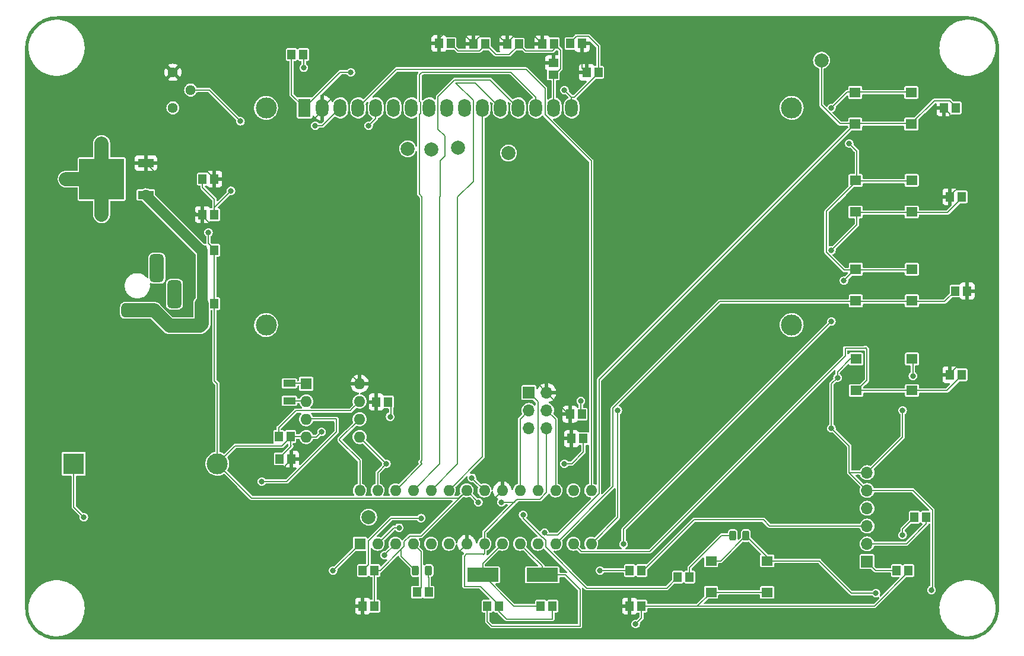
<source format=gbr>
%TF.GenerationSoftware,KiCad,Pcbnew,(6.0.5)*%
%TF.CreationDate,2022-07-21T20:49:42-04:00*%
%TF.ProjectId,Kyamaries-HPS-Clock,4b79616d-6172-4696-9573-2d4850532d43,rev?*%
%TF.SameCoordinates,PX4cdb1d4PY8a63396*%
%TF.FileFunction,Copper,L1,Top*%
%TF.FilePolarity,Positive*%
%FSLAX46Y46*%
G04 Gerber Fmt 4.6, Leading zero omitted, Abs format (unit mm)*
G04 Created by KiCad (PCBNEW (6.0.5)) date 2022-07-21 20:49:42*
%MOMM*%
%LPD*%
G01*
G04 APERTURE LIST*
G04 Aperture macros list*
%AMRoundRect*
0 Rectangle with rounded corners*
0 $1 Rounding radius*
0 $2 $3 $4 $5 $6 $7 $8 $9 X,Y pos of 4 corners*
0 Add a 4 corners polygon primitive as box body*
4,1,4,$2,$3,$4,$5,$6,$7,$8,$9,$2,$3,0*
0 Add four circle primitives for the rounded corners*
1,1,$1+$1,$2,$3*
1,1,$1+$1,$4,$5*
1,1,$1+$1,$6,$7*
1,1,$1+$1,$8,$9*
0 Add four rect primitives between the rounded corners*
20,1,$1+$1,$2,$3,$4,$5,0*
20,1,$1+$1,$4,$5,$6,$7,0*
20,1,$1+$1,$6,$7,$8,$9,0*
20,1,$1+$1,$8,$9,$2,$3,0*%
G04 Aperture macros list end*
%TA.AperFunction,ComponentPad*%
%ADD10C,1.440000*%
%TD*%
%TA.AperFunction,SMDPad,CuDef*%
%ADD11R,1.150000X1.400000*%
%TD*%
%TA.AperFunction,ComponentPad*%
%ADD12C,2.000000*%
%TD*%
%TA.AperFunction,SMDPad,CuDef*%
%ADD13R,1.600000X1.400000*%
%TD*%
%TA.AperFunction,ComponentPad*%
%ADD14C,3.000000*%
%TD*%
%TA.AperFunction,ComponentPad*%
%ADD15R,1.800000X2.600000*%
%TD*%
%TA.AperFunction,ComponentPad*%
%ADD16O,1.800000X2.600000*%
%TD*%
%TA.AperFunction,ComponentPad*%
%ADD17R,1.700000X1.700000*%
%TD*%
%TA.AperFunction,ComponentPad*%
%ADD18O,1.700000X1.700000*%
%TD*%
%TA.AperFunction,ComponentPad*%
%ADD19RoundRect,0.500000X1.750000X0.500000X-1.750000X0.500000X-1.750000X-0.500000X1.750000X-0.500000X0*%
%TD*%
%TA.AperFunction,ComponentPad*%
%ADD20RoundRect,0.500000X0.500000X-1.500000X0.500000X1.500000X-0.500000X1.500000X-0.500000X-1.500000X0*%
%TD*%
%TA.AperFunction,SMDPad,CuDef*%
%ADD21RoundRect,0.243750X0.243750X0.456250X-0.243750X0.456250X-0.243750X-0.456250X0.243750X-0.456250X0*%
%TD*%
%TA.AperFunction,ComponentPad*%
%ADD22R,1.600000X1.600000*%
%TD*%
%TA.AperFunction,ComponentPad*%
%ADD23O,1.600000X1.600000*%
%TD*%
%TA.AperFunction,SMDPad,CuDef*%
%ADD24R,1.400000X1.150000*%
%TD*%
%TA.AperFunction,SMDPad,CuDef*%
%ADD25RoundRect,0.243750X-0.243750X-0.456250X0.243750X-0.456250X0.243750X0.456250X-0.243750X0.456250X0*%
%TD*%
%TA.AperFunction,SMDPad,CuDef*%
%ADD26R,2.200000X1.200000*%
%TD*%
%TA.AperFunction,SMDPad,CuDef*%
%ADD27R,6.400000X5.800000*%
%TD*%
%TA.AperFunction,SMDPad,CuDef*%
%ADD28R,1.800000X1.000000*%
%TD*%
%TA.AperFunction,SMDPad,CuDef*%
%ADD29R,4.500000X2.000000*%
%TD*%
%TA.AperFunction,ComponentPad*%
%ADD30R,3.000000X3.000000*%
%TD*%
%TA.AperFunction,ViaPad*%
%ADD31C,0.812800*%
%TD*%
%TA.AperFunction,Conductor*%
%ADD32C,2.000000*%
%TD*%
%TA.AperFunction,Conductor*%
%ADD33C,1.500000*%
%TD*%
%TA.AperFunction,Conductor*%
%ADD34C,0.203200*%
%TD*%
G04 APERTURE END LIST*
D10*
%TO.P,RV1,1,1*%
%TO.N,GND*%
X21010732Y76529910D03*
%TO.P,RV1,2,2*%
%TO.N,Net-(DS1-Pad3)*%
X23550732Y79069910D03*
%TO.P,RV1,3,3*%
%TO.N,VCC*%
X21010732Y81609910D03*
%TD*%
D11*
%TO.P,R13,1*%
%TO.N,SPI_SCLK*%
X93054905Y9561456D03*
%TO.P,R13,2*%
%TO.N,Net-(D2-Pad2)*%
X94754905Y9561456D03*
%TD*%
%TO.P,C9,1*%
%TO.N,VCC*%
X25240732Y61289910D03*
%TO.P,C9,2*%
%TO.N,GND*%
X26940732Y61289910D03*
%TD*%
%TO.P,R15,1*%
%TO.N,VCC*%
X73718517Y85674410D03*
%TO.P,R15,2*%
%TO.N,Net-(DS1-Pad15)*%
X75418517Y85674410D03*
%TD*%
D12*
%TO.P,TP2,1,1*%
%TO.N,BTN_UP*%
X113578740Y83329643D03*
%TD*%
D11*
%TO.P,C1,1*%
%TO.N,Net-(C1-Pad1)*%
X48100732Y10489910D03*
%TO.P,C1,2*%
%TO.N,GND*%
X49800732Y10489910D03*
%TD*%
%TO.P,R18,1*%
%TO.N,VCC*%
X58966402Y85731722D03*
%TO.P,R18,2*%
%TO.N,Net-(DS1-Pad15)*%
X60666402Y85731722D03*
%TD*%
D13*
%TO.P,SW4,1,A*%
%TO.N,GND*%
X118494319Y40701435D03*
%TO.P,SW4,2,A*%
X126494319Y40701435D03*
%TO.P,SW4,3,B*%
%TO.N,BTN_SELECT*%
X118494319Y36201435D03*
%TO.P,SW4,4,B*%
X126494319Y36201435D03*
%TD*%
D14*
%TO.P,DS1,*%
%TO.N,*%
X34311632Y76529910D03*
X109310212Y45529210D03*
X34311632Y45529210D03*
X109310732Y76529910D03*
D15*
%TO.P,DS1,1,VSS*%
%TO.N,GND*%
X39810732Y76529910D03*
D16*
%TO.P,DS1,2,VDD*%
%TO.N,VCC*%
X42350732Y76529910D03*
%TO.P,DS1,3,VO*%
%TO.N,Net-(DS1-Pad3)*%
X44890732Y76529910D03*
%TO.P,DS1,4,RS*%
%TO.N,DATA_SEL*%
X47430732Y76529910D03*
%TO.P,DS1,5,R/W*%
%TO.N,Net-(DS1-Pad5)*%
X49970732Y76529910D03*
%TO.P,DS1,6,E*%
%TO.N,R{slash}W_SIGNAL*%
X52510732Y76529910D03*
%TO.P,DS1,7,D0*%
%TO.N,Net-(DS1-Pad7)*%
X55050732Y76529910D03*
%TO.P,DS1,8,D1*%
%TO.N,Net-(DS1-Pad8)*%
X57590732Y76529910D03*
%TO.P,DS1,9,D2*%
%TO.N,Net-(DS1-Pad9)*%
X60130732Y76529910D03*
%TO.P,DS1,10,D3*%
%TO.N,Net-(DS1-Pad10)*%
X62670732Y76529910D03*
%TO.P,DS1,11,D4*%
%TO.N,DATA_1*%
X65210732Y76529910D03*
%TO.P,DS1,12,D5*%
%TO.N,DATA_2*%
X67750732Y76529910D03*
%TO.P,DS1,13,D6*%
%TO.N,DATA_3*%
X70290732Y76529910D03*
%TO.P,DS1,14,D7*%
%TO.N,DATA_4*%
X72830732Y76529910D03*
%TO.P,DS1,15,LED(+)*%
%TO.N,Net-(DS1-Pad15)*%
X75370732Y76529910D03*
%TO.P,DS1,16,LED(-)*%
%TO.N,GND*%
X77910732Y76529910D03*
%TD*%
D11*
%TO.P,C3,1*%
%TO.N,Net-(C3-Pad1)*%
X124300732Y10489910D03*
%TO.P,C3,2*%
%TO.N,RESET*%
X126000732Y10489910D03*
%TD*%
D17*
%TO.P,J1,1,Pin_1*%
%TO.N,Net-(C3-Pad1)*%
X120070732Y11759910D03*
D18*
%TO.P,J1,2,Pin_2*%
%TO.N,Net-(J1-Pad2)*%
X120070732Y14299910D03*
%TO.P,J1,3,Pin_3*%
%TO.N,Net-(J1-Pad3)*%
X120070732Y16839910D03*
%TO.P,J1,4,Pin_4*%
%TO.N,unconnected-(J1-Pad4)*%
X120070732Y19379910D03*
%TO.P,J1,5,Pin_5*%
%TO.N,GND*%
X120070732Y21919910D03*
%TO.P,J1,6,Pin_6*%
X120070732Y24459910D03*
%TD*%
D17*
%TO.P,J3,1,Pin_1*%
%TO.N,MISO*%
X71810732Y35889910D03*
D18*
%TO.P,J3,2,Pin_2*%
%TO.N,VCC*%
X74350732Y35889910D03*
%TO.P,J3,3,Pin_3*%
%TO.N,SPI_SCLK*%
X71810732Y33349910D03*
%TO.P,J3,4,Pin_4*%
%TO.N,MOSI*%
X74350732Y33349910D03*
%TO.P,J3,5,Pin_5*%
%TO.N,RESET*%
X71810732Y30809910D03*
%TO.P,J3,6,Pin_6*%
%TO.N,GND*%
X74350732Y30809910D03*
%TD*%
D11*
%TO.P,R6,1*%
%TO.N,DEBUG LED*%
X55819948Y7389407D03*
%TO.P,R6,2*%
%TO.N,Net-(D1-Pad2)*%
X57519948Y7389407D03*
%TD*%
D13*
%TO.P,SW2,1,A*%
%TO.N,GND*%
X118442738Y66182361D03*
%TO.P,SW2,2,A*%
X126442738Y66182361D03*
%TO.P,SW2,3,B*%
%TO.N,BTN_DOWN*%
X118442738Y61682361D03*
%TO.P,SW2,4,B*%
X126442738Y61682361D03*
%TD*%
D11*
%TO.P,R11,1*%
%TO.N,VCC*%
X134372485Y50395442D03*
%TO.P,R11,2*%
%TO.N,BTN_SETNG*%
X132672485Y50395442D03*
%TD*%
D13*
%TO.P,SW3,1,A*%
%TO.N,GND*%
X118468529Y53493479D03*
%TO.P,SW3,2,A*%
X126468529Y53493479D03*
%TO.P,SW3,3,B*%
%TO.N,BTN_SETNG*%
X118468529Y48993479D03*
%TO.P,SW3,4,B*%
X126468529Y48993479D03*
%TD*%
D11*
%TO.P,C12,1*%
%TO.N,VCC*%
X79421051Y85722415D03*
%TO.P,C12,2*%
%TO.N,GND*%
X77721051Y85722415D03*
%TD*%
D19*
%TO.P,J2,1,POLE*%
%TO.N,Net-(C2-Pad1)*%
X15930732Y47629910D03*
D20*
%TO.P,J2,2,OUT*%
%TO.N,GND*%
X21230732Y49929910D03*
%TO.P,J2,3,OUT*%
%TO.N,unconnected-(J2-Pad3)*%
X18730732Y53629910D03*
%TD*%
D11*
%TO.P,R8,1*%
%TO.N,VCC*%
X131070732Y76529910D03*
%TO.P,R8,2*%
%TO.N,BTN_UP*%
X132770732Y76529910D03*
%TD*%
%TO.P,R2,1*%
%TO.N,Net-(J1-Pad3)*%
X87900732Y10489910D03*
%TO.P,R2,2*%
%TO.N,TXD*%
X86200732Y10489910D03*
%TD*%
D21*
%TO.P,D2,1,K*%
%TO.N,GND*%
X102785852Y15476057D03*
%TO.P,D2,2,A*%
%TO.N,Net-(D2-Pad2)*%
X100910852Y15476057D03*
%TD*%
D11*
%TO.P,R17,1*%
%TO.N,VCC*%
X63908480Y85674410D03*
%TO.P,R17,2*%
%TO.N,Net-(DS1-Pad15)*%
X65608480Y85674410D03*
%TD*%
D22*
%TO.P,U3,1,X1*%
%TO.N,Net-(U3-Pad1)*%
X40033426Y37166191D03*
D23*
%TO.P,U3,2,X2*%
%TO.N,Net-(U3-Pad2)*%
X40033426Y34626191D03*
%TO.P,U3,3,VBAT*%
%TO.N,Net-(U3-Pad3)*%
X40033426Y32086191D03*
%TO.P,U3,4,GND*%
%TO.N,GND*%
X40033426Y29546191D03*
%TO.P,U3,5,SDA*%
%TO.N,I2C_SDA*%
X47653426Y29546191D03*
%TO.P,U3,6,SCL*%
%TO.N,I2C_SCL*%
X47653426Y32086191D03*
%TO.P,U3,7,SQW/OUT*%
%TO.N,Net-(U3-Pad7)*%
X47653426Y34626191D03*
%TO.P,U3,8,VCC*%
%TO.N,VCC*%
X47653426Y37166191D03*
%TD*%
D24*
%TO.P,R14,1*%
%TO.N,VCC*%
X75313574Y82959602D03*
%TO.P,R14,2*%
%TO.N,Net-(DS1-Pad15)*%
X75313574Y81259602D03*
%TD*%
D11*
%TO.P,C6,1*%
%TO.N,Net-(C6-Pad1)*%
X73500732Y5409910D03*
%TO.P,C6,2*%
%TO.N,GND*%
X75200732Y5409910D03*
%TD*%
%TO.P,C4,1*%
%TO.N,VCC*%
X48100732Y5409910D03*
%TO.P,C4,2*%
%TO.N,GND*%
X49800732Y5409910D03*
%TD*%
D25*
%TO.P,D1,1,K*%
%TO.N,GND*%
X55633232Y10489910D03*
%TO.P,D1,2,A*%
%TO.N,Net-(D1-Pad2)*%
X57508232Y10489910D03*
%TD*%
D11*
%TO.P,C7,1*%
%TO.N,Net-(C7-Pad1)*%
X65880732Y5409910D03*
%TO.P,C7,2*%
%TO.N,GND*%
X67580732Y5409910D03*
%TD*%
%TO.P,C8,1*%
%TO.N,Net-(C2-Pad1)*%
X25240732Y48589910D03*
%TO.P,C8,2*%
%TO.N,GND*%
X26940732Y48589910D03*
%TD*%
%TO.P,C13,1*%
%TO.N,VCC*%
X80042188Y81605257D03*
%TO.P,C13,2*%
%TO.N,GND*%
X81742188Y81605257D03*
%TD*%
D22*
%TO.P,U1,1,~{RESET}/PC6*%
%TO.N,RESET*%
X47690732Y14309910D03*
D23*
%TO.P,U1,2,RXD/PD0*%
%TO.N,RXD*%
X50230732Y14309910D03*
%TO.P,U1,3,TXD/PD1*%
%TO.N,TXD*%
X52770732Y14309910D03*
%TO.P,U1,4,INT0/PD2*%
%TO.N,DEBUG LED*%
X55310732Y14309910D03*
%TO.P,U1,5,INT1/PD3*%
%TO.N,unconnected-(U1-Pad5)*%
X57850732Y14309910D03*
%TO.P,U1,6,PD4*%
%TO.N,BTN_UP*%
X60390732Y14309910D03*
%TO.P,U1,7,VCC*%
%TO.N,VCC*%
X62930732Y14309910D03*
%TO.P,U1,8,GND*%
%TO.N,GND*%
X65470732Y14309910D03*
%TO.P,U1,9,XTAL1/PB6*%
%TO.N,Net-(C6-Pad1)*%
X68010732Y14309910D03*
%TO.P,U1,10,XTAL2/PB7*%
%TO.N,Net-(C7-Pad1)*%
X70550732Y14309910D03*
%TO.P,U1,11,OC0B/PD5*%
%TO.N,BTN_DOWN*%
X73090732Y14309910D03*
%TO.P,U1,12,OC0A/PD6*%
%TO.N,BTN_SETNG*%
X75630732Y14309910D03*
%TO.P,U1,13,PD7*%
%TO.N,BTN_SELECT*%
X78170732Y14309910D03*
%TO.P,U1,14,PB0*%
%TO.N,R{slash}W_SIGNAL*%
X80710732Y14309910D03*
%TO.P,U1,15,OC1A/PB1*%
%TO.N,DATA_SEL*%
X80710732Y21929910D03*
%TO.P,U1,16,OC1B/PB2*%
%TO.N,unconnected-(U1-Pad16)*%
X78170732Y21929910D03*
%TO.P,U1,17,MOSI/PB3*%
%TO.N,MOSI*%
X75630732Y21929910D03*
%TO.P,U1,18,MISO/PB4*%
%TO.N,MISO*%
X73090732Y21929910D03*
%TO.P,U1,19,SCK/PB5*%
%TO.N,SPI_SCLK*%
X70550732Y21929910D03*
%TO.P,U1,20,AVCC*%
%TO.N,VCC*%
X68010732Y21929910D03*
%TO.P,U1,21,AREF*%
%TO.N,Net-(C1-Pad1)*%
X65470732Y21929910D03*
%TO.P,U1,22,GND*%
%TO.N,GND*%
X62930732Y21929910D03*
%TO.P,U1,23,ADC0/PC0*%
%TO.N,DATA_1*%
X60390732Y21929910D03*
%TO.P,U1,24,ADC1/PC1*%
%TO.N,DATA_2*%
X57850732Y21929910D03*
%TO.P,U1,25,ADC2/PC2*%
%TO.N,DATA_3*%
X55310732Y21929910D03*
%TO.P,U1,26,ADC3/PC3*%
%TO.N,DATA_4*%
X52770732Y21929910D03*
%TO.P,U1,27,SDA/PC4*%
%TO.N,I2C_SDA*%
X50230732Y21929910D03*
%TO.P,U1,28,SCL/PC5*%
%TO.N,I2C_SCL*%
X47690732Y21929910D03*
%TD*%
D13*
%TO.P,SW5,1,A*%
%TO.N,GND*%
X97813964Y11863037D03*
%TO.P,SW5,2,A*%
X105813964Y11863037D03*
%TO.P,SW5,3,B*%
%TO.N,RESET*%
X97813964Y7363037D03*
%TO.P,SW5,4,B*%
X105813964Y7363037D03*
%TD*%
D26*
%TO.P,U2,1,IN*%
%TO.N,Net-(C2-Pad1)*%
X17150732Y64089910D03*
D27*
%TO.P,U2,2,GND*%
%TO.N,GND*%
X10850732Y66369910D03*
D26*
%TO.P,U2,3,OUT*%
%TO.N,VCC*%
X17150732Y68649910D03*
%TD*%
D11*
%TO.P,C10,1*%
%TO.N,GND*%
X36229590Y26414771D03*
%TO.P,C10,2*%
%TO.N,VCC*%
X37929590Y26414771D03*
%TD*%
%TO.P,C2,1*%
%TO.N,Net-(C2-Pad1)*%
X25240732Y56209910D03*
%TO.P,C2,2*%
%TO.N,GND*%
X26940732Y56209910D03*
%TD*%
%TO.P,C11,1*%
%TO.N,VCC*%
X50045435Y34550493D03*
%TO.P,C11,2*%
%TO.N,GND*%
X51745435Y34550493D03*
%TD*%
%TO.P,R1,1*%
%TO.N,RXD*%
X126840732Y18109910D03*
%TO.P,R1,2*%
%TO.N,Net-(J1-Pad2)*%
X128540732Y18109910D03*
%TD*%
%TO.P,R5,1*%
%TO.N,VCC*%
X86200732Y5409910D03*
%TO.P,R5,2*%
%TO.N,RESET*%
X87900732Y5409910D03*
%TD*%
%TO.P,R3,1*%
%TO.N,VCC*%
X77669413Y32810536D03*
%TO.P,R3,2*%
%TO.N,I2C_SCL*%
X79369413Y32810536D03*
%TD*%
D13*
%TO.P,SW1,1,A*%
%TO.N,GND*%
X118378618Y78728330D03*
%TO.P,SW1,2,A*%
X126378618Y78728330D03*
%TO.P,SW1,3,B*%
%TO.N,BTN_UP*%
X118378618Y74228330D03*
%TO.P,SW1,4,B*%
X126378618Y74228330D03*
%TD*%
D11*
%TO.P,R10,1*%
%TO.N,VCC*%
X131920732Y63829910D03*
%TO.P,R10,2*%
%TO.N,BTN_DOWN*%
X133620732Y63829910D03*
%TD*%
%TO.P,R9,1*%
%TO.N,Net-(DS1-Pad5)*%
X39640732Y84149910D03*
%TO.P,R9,2*%
%TO.N,GND*%
X37940732Y84149910D03*
%TD*%
%TO.P,R16,1*%
%TO.N,VCC*%
X68686521Y85640023D03*
%TO.P,R16,2*%
%TO.N,Net-(DS1-Pad15)*%
X70386521Y85640023D03*
%TD*%
D28*
%TO.P,Y2,1,1*%
%TO.N,Net-(U3-Pad1)*%
X37623795Y37214547D03*
%TO.P,Y2,2,2*%
%TO.N,Net-(U3-Pad2)*%
X37623795Y34714547D03*
%TD*%
D29*
%TO.P,Y1,1,1*%
%TO.N,Net-(C6-Pad1)*%
X65220842Y9862204D03*
%TO.P,Y1,2,2*%
%TO.N,Net-(C7-Pad1)*%
X73720842Y9862204D03*
%TD*%
D11*
%TO.P,R7,1*%
%TO.N,Net-(U3-Pad7)*%
X36105570Y29614491D03*
%TO.P,R7,2*%
%TO.N,GND*%
X37805570Y29614491D03*
%TD*%
%TO.P,R4,1*%
%TO.N,VCC*%
X77899766Y29326948D03*
%TO.P,R4,2*%
%TO.N,I2C_SDA*%
X79599766Y29326948D03*
%TD*%
%TO.P,C5,1*%
%TO.N,GND*%
X25240732Y66369910D03*
%TO.P,C5,2*%
%TO.N,VCC*%
X26940732Y66369910D03*
%TD*%
%TO.P,R12,1*%
%TO.N,VCC*%
X131920732Y38429910D03*
%TO.P,R12,2*%
%TO.N,BTN_SELECT*%
X133620732Y38429910D03*
%TD*%
D12*
%TO.P,TP1,1,1*%
%TO.N,DEBUG LED*%
X48950732Y18109910D03*
%TD*%
%TO.P,TP3,1,1*%
%TO.N,Net-(DS1-Pad7)*%
X54507499Y70693392D03*
%TD*%
%TO.P,TP4,1,1*%
%TO.N,Net-(DS1-Pad8)*%
X57885331Y70624617D03*
%TD*%
%TO.P,TP6,1,1*%
%TO.N,Net-(DS1-Pad10)*%
X68910377Y70082663D03*
%TD*%
%TO.P,TP5,1,1*%
%TO.N,Net-(DS1-Pad9)*%
X61735622Y70830941D03*
%TD*%
D30*
%TO.P,BT1,1,+*%
%TO.N,Net-(U3-Pad3)*%
X6857046Y25729926D03*
D14*
%TO.P,BT1,2,-*%
%TO.N,GND*%
X27347046Y25729926D03*
%TD*%
D31*
%TO.N,GND*%
X10850732Y61289910D03*
X5770732Y66369910D03*
X10850732Y71449910D03*
%TO.N,Net-(C1-Pad1)*%
X63682989Y23717653D03*
X56427463Y17966641D03*
%TO.N,GND*%
X114990732Y30809910D03*
X117530732Y71449910D03*
X52010361Y32440560D03*
X29299870Y64687377D03*
X64616550Y20244092D03*
X114990732Y76529910D03*
X46410732Y81609910D03*
X115859558Y38029242D03*
X42221467Y30270344D03*
X76890732Y79069910D03*
X26090732Y58749910D03*
X121340861Y7260744D03*
X126610732Y38288532D03*
X125150732Y33349910D03*
X67905824Y20244092D03*
X129267114Y7707778D03*
X116774552Y51864379D03*
%TO.N,Net-(DS1-Pad3)*%
X41330732Y73989910D03*
X30651691Y74616766D03*
%TO.N,VCC*%
X30895468Y72995679D03*
X130230732Y38429910D03*
X49978035Y37199698D03*
X43870732Y5409910D03*
X66730732Y35889910D03*
X62527477Y6134390D03*
X79614130Y39282782D03*
X81970732Y5409910D03*
X37087877Y24361230D03*
X39163478Y72995679D03*
%TO.N,Net-(DS1-Pad5)*%
X39693831Y82276539D03*
X48950732Y73989910D03*
%TO.N,RESET*%
X87050732Y2869910D03*
X43870732Y10489910D03*
%TO.N,RXD*%
X125150732Y15569910D03*
X53285185Y16610255D03*
%TO.N,TXD*%
X81970732Y10489910D03*
X51227491Y12695376D03*
%TO.N,I2C_SCL*%
X79229062Y34691012D03*
%TO.N,BTN_UP*%
X74053961Y15897368D03*
%TO.N,BTN_DOWN*%
X85324102Y14282171D03*
X114990732Y46049910D03*
X114990732Y56209910D03*
%TO.N,R{slash}W_SIGNAL*%
X84510732Y33349910D03*
%TO.N,SPI_SCLK*%
X70988426Y18429977D03*
%TO.N,I2C_SDA*%
X51490732Y25729910D03*
X76890732Y25729910D03*
%TO.N,Net-(U3-Pad3)*%
X8310732Y18109910D03*
X33710732Y23189910D03*
%TD*%
D32*
%TO.N,GND*%
X10850732Y61289910D02*
X10850732Y66369910D01*
X5770732Y66369910D02*
X10850732Y66369910D01*
X10850732Y71449910D02*
X10850732Y66369910D01*
D33*
%TO.N,Net-(C2-Pad1)*%
X25030732Y56209910D02*
X17150732Y64089910D01*
X25240732Y56209910D02*
X25030732Y56209910D01*
X25240732Y56209910D02*
X25240732Y48589910D01*
D32*
X25163021Y45717292D02*
X25163021Y48589910D01*
X20552400Y45431517D02*
X24877246Y45431517D01*
X18354007Y47629910D02*
X20552400Y45431517D01*
X24877246Y45431517D02*
X25163021Y45717292D01*
X15930732Y47629910D02*
X18354007Y47629910D01*
D34*
%TO.N,Net-(C1-Pad1)*%
X63682989Y23717653D02*
X65470732Y21929910D01*
X48921421Y14717137D02*
X52170925Y17966641D01*
X52170925Y17966641D02*
X56427463Y17966641D01*
X48921421Y11310599D02*
X48921421Y14717137D01*
X48100732Y10489910D02*
X48921421Y11310599D01*
%TO.N,GND*%
X126614354Y21919910D02*
X120070732Y21919910D01*
X115859558Y38856043D02*
X117683425Y40679910D01*
X65470732Y15979014D02*
X69939754Y20448036D01*
X117506421Y24484221D02*
X117506421Y28294221D01*
X126610732Y38288532D02*
X126610732Y40679910D01*
X27347046Y37146224D02*
X26940732Y37552538D01*
X37940732Y78399910D02*
X39523703Y76816939D01*
X117506421Y24484221D02*
X117530732Y24459910D01*
X80300362Y86726726D02*
X81742188Y85284900D01*
X37805570Y29489491D02*
X36585989Y28269910D01*
X54030732Y14591643D02*
X54030732Y13941710D01*
X26940732Y61289910D02*
X26940732Y63485758D01*
X49800732Y5409910D02*
X49800732Y10489910D01*
X117437912Y7690584D02*
X117867752Y7260744D01*
X129420043Y19114221D02*
X126614354Y21919910D01*
X114280021Y61749199D02*
X118610732Y66079910D01*
X74350732Y21628177D02*
X73372465Y20649910D01*
X105813964Y11863037D02*
X113265459Y11863037D01*
X44890732Y81609910D02*
X46410732Y81609910D01*
X26940732Y63485758D02*
X25240732Y65185758D01*
X117530732Y24459910D02*
X120070732Y24459910D01*
X37940732Y84149910D02*
X37940732Y78399910D01*
X65470732Y14309910D02*
X65470732Y15979014D01*
X129267114Y7707778D02*
X129420043Y7860707D01*
X126610732Y53379910D02*
X118610732Y53379910D01*
X27347046Y25729926D02*
X27347046Y37146224D01*
X62619577Y8221836D02*
X62619577Y12528551D01*
X50578932Y10489910D02*
X49800732Y10489910D01*
X77910732Y78049910D02*
X78311841Y78049910D01*
X118610732Y40679910D02*
X117683425Y40679910D01*
X114990732Y30809910D02*
X114990732Y37160416D01*
X81742188Y81480257D02*
X81742188Y81605257D01*
X129420043Y7860707D02*
X129420043Y19114221D01*
X75200732Y3593705D02*
X75200732Y5409910D01*
X77910732Y78049910D02*
X77910732Y76529910D01*
X26940732Y56209910D02*
X26940732Y48589910D01*
X62619577Y12528551D02*
X62913550Y12822524D01*
X36585989Y28269910D02*
X29887030Y28269910D01*
X65331484Y12771079D02*
X65470732Y12910327D01*
X56415043Y15414221D02*
X54853310Y15414221D01*
X37901107Y28269910D02*
X37805570Y28365447D01*
X117240732Y78779910D02*
X118392741Y78779910D01*
X78600362Y86726726D02*
X80300362Y86726726D01*
X64893806Y8221836D02*
X62619577Y8221836D01*
X40033426Y29546191D02*
X41497314Y29546191D01*
X75176730Y3569703D02*
X75200732Y3593705D01*
X26940732Y37552538D02*
X26940732Y48589910D01*
X118610732Y66079910D02*
X126610732Y66079910D01*
X26090732Y57184910D02*
X26090732Y58749910D01*
X37805570Y28365447D02*
X37805570Y29614491D01*
X67905824Y20244092D02*
X69735810Y20244092D01*
X41497314Y29546191D02*
X42221467Y30270344D01*
X114990732Y37160416D02*
X115859558Y38029242D01*
X69735810Y20244092D02*
X69939754Y20448036D01*
X65470732Y12910327D02*
X65470732Y14309910D01*
X118610732Y53379910D02*
X116815634Y53379910D01*
X53574832Y13485810D02*
X50578932Y10489910D01*
X65280039Y12822524D02*
X65331484Y12771079D01*
X26940732Y56334910D02*
X26090732Y57184910D01*
X26940732Y61289910D02*
X26940732Y62328239D01*
X78311841Y78049910D02*
X81742188Y81480257D01*
X25240732Y65185758D02*
X25240732Y66369910D01*
X99172832Y11863037D02*
X102785852Y15476057D01*
X64616550Y20244092D02*
X62930732Y21929910D01*
X52010361Y32440560D02*
X52151355Y32581554D01*
X115859558Y38856043D02*
X115859558Y38029242D01*
X105813964Y12447945D02*
X102785852Y15476057D01*
X81742188Y85284900D02*
X81742188Y81605257D01*
X117867752Y7260744D02*
X121340861Y7260744D01*
X118610732Y70369910D02*
X117530732Y71449910D01*
X114990732Y30809910D02*
X117506421Y28294221D01*
X54853310Y15414221D02*
X54030732Y14591643D01*
X53574832Y12548310D02*
X53574832Y13485810D01*
X67580732Y4632135D02*
X68643164Y3569703D01*
X36229590Y26598393D02*
X37901107Y28269910D01*
X118392741Y78779910D02*
X126392741Y78779910D01*
X118610732Y66079910D02*
X118610732Y70369910D01*
X120070732Y21919910D02*
X117506421Y24484221D01*
X113265459Y11863037D02*
X117437912Y7690584D01*
X69939754Y20448036D02*
X70141628Y20649910D01*
X52151355Y34593631D02*
X51913573Y34831413D01*
X73372465Y20649910D02*
X70141628Y20649910D01*
X27347046Y25729926D02*
X32251373Y20825599D01*
X37805570Y29614491D02*
X39986151Y29614491D01*
X114990732Y76529910D02*
X117240732Y78779910D01*
X68643164Y3569703D02*
X75176730Y3569703D01*
X62930732Y21929910D02*
X56415043Y15414221D01*
X67580732Y5409910D02*
X67580732Y4632135D01*
X116815634Y53379910D02*
X114280021Y55915523D01*
X114280021Y55915523D02*
X114280021Y61749199D01*
X76890732Y79069910D02*
X77910732Y78049910D01*
X116774552Y51864379D02*
X118290083Y53379910D01*
X125150732Y33349910D02*
X125150732Y29539910D01*
X55633232Y10489910D02*
X53574832Y12548310D01*
X29887030Y28269910D02*
X27347046Y25729926D01*
X125150732Y29539910D02*
X120070732Y24459910D01*
X77721051Y85722415D02*
X77721051Y85847415D01*
X51913573Y34831413D02*
X51745435Y34831413D01*
X54030732Y13941710D02*
X53574832Y13485810D01*
X105813964Y11863037D02*
X105813964Y12447945D01*
X74350732Y30809910D02*
X74350732Y21628177D01*
X52151355Y32581554D02*
X52151355Y34593631D01*
X97813964Y11863037D02*
X99172832Y11863037D01*
X61826421Y20825599D02*
X62930732Y21929910D01*
X32251373Y20825599D02*
X61826421Y20825599D01*
X77721051Y85847415D02*
X78600362Y86726726D01*
X39810732Y76529910D02*
X44890732Y81609910D01*
X62913550Y12822524D02*
X65280039Y12822524D01*
X67580732Y5534910D02*
X64893806Y8221836D01*
X26940732Y62328239D02*
X29299870Y64687377D01*
%TO.N,Net-(C3-Pad1)*%
X124300732Y10489910D02*
X121340732Y10489910D01*
X121340732Y10489910D02*
X120070732Y11759910D01*
%TO.N,Net-(DS1-Pad3)*%
X41330732Y73989910D02*
X42350732Y73989910D01*
X26198547Y79069910D02*
X30651691Y74616766D01*
X23550732Y79069910D02*
X26198547Y79069910D01*
X42350732Y73989910D02*
X44890732Y76529910D01*
%TO.N,VCC*%
X58966402Y86404184D02*
X60108821Y87546603D01*
X63908480Y85858032D02*
X63908480Y85674410D01*
X79421051Y85722415D02*
X79421051Y82226394D01*
X24720082Y68649910D02*
X23830598Y68649910D01*
X48100732Y4500545D02*
X48656525Y3944752D01*
X42350732Y76529910D02*
X51552544Y85731722D01*
X17150732Y68649910D02*
X23830598Y68649910D01*
X26940732Y66369910D02*
X26940732Y66429260D01*
X48656525Y3944752D02*
X58115129Y3944752D01*
X62930732Y14309910D02*
X62930732Y16849910D01*
X51552544Y85731722D02*
X58966402Y85731722D01*
X61934949Y7764572D02*
X61934949Y13314127D01*
X132741421Y64834221D02*
X131920732Y64013532D01*
X43870732Y5409910D02*
X48100732Y5409910D01*
X58966402Y85731722D02*
X58966402Y86404184D01*
X66730732Y35847548D02*
X68002297Y34575983D01*
X81970732Y5409910D02*
X86200732Y5409910D01*
X79421051Y82226394D02*
X80042188Y81605257D01*
X61934949Y13314127D02*
X62930732Y14309910D01*
X77899766Y29326948D02*
X77899766Y32580183D01*
X37929590Y26289771D02*
X37087877Y25448058D01*
X41944812Y76698047D02*
X42063704Y76816939D01*
X69565832Y86644334D02*
X68686521Y85765023D01*
X39163478Y72995679D02*
X41944812Y75777013D01*
X131920732Y38554910D02*
X134500043Y41134221D01*
X62036287Y87546603D02*
X63908480Y85674410D01*
X64729169Y86678721D02*
X63908480Y85858032D01*
X61885510Y7715132D02*
X62527477Y7073165D01*
X24510732Y61289910D02*
X25240732Y61289910D01*
X68010732Y21929910D02*
X68010732Y34398532D01*
X72748593Y86644334D02*
X69565832Y86644334D01*
X41944812Y75777013D02*
X41944812Y76698047D01*
X48100732Y5409910D02*
X48100732Y4500545D01*
X75418517Y83064545D02*
X75313574Y82959602D01*
X37929590Y26414771D02*
X37929590Y26289771D01*
X77669413Y37338065D02*
X79614130Y39282782D01*
X45377110Y40969910D02*
X25240732Y61106288D01*
X58115129Y3944752D02*
X61885510Y7715132D01*
X17150732Y68649910D02*
X24510732Y61289910D01*
X26940732Y66429260D02*
X24720082Y68649910D01*
X73196421Y37044221D02*
X74350732Y35889910D01*
X130230732Y38429910D02*
X131920732Y38429910D01*
X45560732Y40969910D02*
X45377110Y40969910D01*
X68686521Y85640023D02*
X67647823Y86678721D01*
X70656421Y37044221D02*
X73196421Y37044221D01*
X134500043Y41134221D02*
X134500043Y64834221D01*
X23830598Y68649910D02*
X28176367Y72995679D01*
X66730732Y35889910D02*
X66730732Y35847548D01*
X47690732Y37149910D02*
X49928247Y37149910D01*
X131920732Y63829910D02*
X131920732Y75679910D01*
X77430106Y32810536D02*
X74350732Y35889910D01*
X131920732Y75679910D02*
X131070732Y76529910D01*
X28176367Y72995679D02*
X30895468Y72995679D01*
X61885510Y7715132D02*
X61934949Y7764572D01*
X45560732Y39279910D02*
X45560732Y40969910D01*
X62930732Y16849910D02*
X68010732Y21929910D01*
X68686521Y85765023D02*
X68686521Y85640023D01*
X73718517Y85674410D02*
X72748593Y86644334D01*
X68010732Y34398532D02*
X70656421Y37044221D01*
X62527477Y7073165D02*
X62527477Y6134390D01*
X49928247Y37149910D02*
X49978035Y37199698D01*
X67647823Y86678721D02*
X64729169Y86678721D01*
X134500043Y64834221D02*
X132741421Y64834221D01*
X60108821Y87546603D02*
X62036287Y87546603D01*
X77669413Y32810536D02*
X77669413Y37338065D01*
X47690732Y37149910D02*
X45560732Y39279910D01*
X37087877Y25448058D02*
X37087877Y24361230D01*
%TO.N,Net-(C6-Pad1)*%
X69673136Y5409910D02*
X65220842Y9862204D01*
X68010732Y14309910D02*
X65220842Y11520020D01*
X73500732Y5409910D02*
X69673136Y5409910D01*
X65220842Y11520020D02*
X65220842Y9862204D01*
%TO.N,Net-(C7-Pad1)*%
X79108628Y2548144D02*
X79108628Y7751479D01*
X71810732Y13049910D02*
X71810732Y13029910D01*
X76997903Y9862204D02*
X73720842Y9862204D01*
X79108628Y7751479D02*
X76997903Y9862204D01*
X65880732Y5409910D02*
X65880732Y3223363D01*
X65880732Y3223363D02*
X66555951Y2548144D01*
X66555951Y2548144D02*
X79108628Y2548144D01*
X71810732Y13029910D02*
X73720842Y11119800D01*
X73720842Y11119800D02*
X73720842Y9862204D01*
X70550732Y14309910D02*
X71810732Y13049910D01*
%TO.N,Net-(D1-Pad2)*%
X57519948Y9540694D02*
X57508232Y9552410D01*
X57519948Y7389407D02*
X57519948Y9540694D01*
X57508232Y9552410D02*
X57508232Y10489910D01*
%TO.N,Net-(DS1-Pad5)*%
X48950732Y73989910D02*
X49970732Y75009910D01*
X39693831Y84096811D02*
X39640732Y84149910D01*
X49970732Y75009910D02*
X49970732Y76529910D01*
X39693831Y82276539D02*
X39693831Y84096811D01*
%TO.N,Net-(J1-Pad3)*%
X95380028Y17727830D02*
X105263315Y17727830D01*
X106151235Y16839910D02*
X120070732Y16839910D01*
X105263315Y17727830D02*
X106151235Y16839910D01*
X88142108Y10489910D02*
X95380028Y17727830D01*
%TO.N,Net-(J1-Pad2)*%
X128540732Y17167473D02*
X128540732Y18109910D01*
X120070732Y14299910D02*
X125673169Y14299910D01*
X125673169Y14299910D02*
X128540732Y17167473D01*
%TO.N,MISO*%
X73090732Y34609910D02*
X71810732Y35889910D01*
X73090732Y21929910D02*
X73090732Y34609910D01*
%TO.N,MOSI*%
X75630732Y32069910D02*
X74350732Y33349910D01*
X75630732Y21929910D02*
X75630732Y32069910D01*
%TO.N,RESET*%
X87900732Y5409910D02*
X95860837Y5409910D01*
X87050732Y2869910D02*
X87900732Y3719910D01*
X87900732Y5409910D02*
X121104354Y5409910D01*
X121104354Y5409910D02*
X126000732Y10306288D01*
X47690732Y14309910D02*
X43870732Y10489910D01*
X105813964Y7363037D02*
X97813964Y7363037D01*
X87900732Y3719910D02*
X87900732Y5409910D01*
X95860837Y5409910D02*
X97813964Y7363037D01*
%TO.N,RXD*%
X125150732Y15569910D02*
X125150732Y16419910D01*
X52531077Y16610255D02*
X53285185Y16610255D01*
X50230732Y14309910D02*
X52531077Y16610255D01*
X125150732Y16419910D02*
X126840732Y18109910D01*
%TO.N,TXD*%
X52770732Y14309910D02*
X51227491Y12766669D01*
X81970732Y10489910D02*
X86200732Y10489910D01*
X51227491Y12766669D02*
X51227491Y12695376D01*
%TO.N,I2C_SCL*%
X79229062Y34691012D02*
X79229062Y32950887D01*
X44808982Y29073945D02*
X44808982Y29241747D01*
X79229062Y32950887D02*
X79312738Y32867211D01*
X47690732Y21929910D02*
X47690732Y26192195D01*
X47690732Y26192195D02*
X44808982Y29073945D01*
X44808982Y29241747D02*
X47653426Y32086191D01*
%TO.N,BTN_UP*%
X81815043Y21472488D02*
X75912465Y15569910D01*
X81815043Y37702212D02*
X81815043Y21472488D01*
X118392741Y74279910D02*
X126392741Y74279910D01*
X74381419Y15569910D02*
X75912465Y15569910D01*
X132770732Y76654910D02*
X131891421Y77534221D01*
X113578740Y76936804D02*
X113578740Y83329643D01*
X74053961Y15897368D02*
X74381419Y15569910D01*
X131891421Y77534221D02*
X129647052Y77534221D01*
X116235634Y74279910D02*
X113578740Y76936804D01*
X129647052Y77534221D02*
X126392741Y74279910D01*
X118392741Y74279910D02*
X116235634Y74279910D01*
X118392741Y74279910D02*
X81815043Y37702212D01*
%TO.N,BTN_DOWN*%
X114990732Y56209910D02*
X118610732Y59829910D01*
X118610732Y61579910D02*
X126610732Y61579910D01*
X126610732Y61579910D02*
X131554354Y61579910D01*
X118610732Y59829910D02*
X118610732Y61579910D01*
X131554354Y61579910D02*
X133620732Y63646288D01*
X85324102Y14282171D02*
X85324102Y16383280D01*
X85324102Y16383280D02*
X114990732Y46049910D01*
%TO.N,BTN_SETNG*%
X126610732Y48879910D02*
X118610732Y48879910D01*
X83800021Y33644297D02*
X99035634Y48879910D01*
X126610732Y48879910D02*
X131156953Y48879910D01*
X75630732Y14309910D02*
X83800021Y22479199D01*
X131156953Y48879910D02*
X132672485Y50395442D01*
X83800021Y22479199D02*
X83800021Y33644297D01*
X99035634Y48879910D02*
X118610732Y48879910D01*
%TO.N,BTN_SELECT*%
X116957171Y42216750D02*
X119762489Y42216750D01*
X89027799Y13205599D02*
X116957171Y41134971D01*
X116957171Y41134971D02*
X116957171Y42216750D01*
X131495732Y36179910D02*
X133620732Y38304910D01*
X120070732Y37639910D02*
X118610732Y36179910D01*
X120070732Y42044357D02*
X120070732Y37639910D01*
X118610732Y36179910D02*
X131495732Y36179910D01*
X79275043Y13205599D02*
X89027799Y13205599D01*
X119762489Y42216750D02*
X119830414Y42284675D01*
X119830414Y42284675D02*
X120070732Y42044357D01*
X78170732Y14309910D02*
X79275043Y13205599D01*
%TO.N,DATA_SEL*%
X71404812Y82015830D02*
X52916652Y82015830D01*
X74118087Y79302555D02*
X71404812Y82015830D01*
X52916652Y82015830D02*
X47430732Y76529910D01*
X80710732Y21929910D02*
X80710732Y68955385D01*
X80710732Y68955385D02*
X74118087Y75548030D01*
X74118087Y75548030D02*
X74118087Y79302555D01*
%TO.N,R{slash}W_SIGNAL*%
X84510732Y18109910D02*
X84510732Y33349910D01*
X80710732Y14309910D02*
X84510732Y18109910D01*
%TO.N,Net-(U3-Pad1)*%
X37623795Y37214547D02*
X39985070Y37214547D01*
%TO.N,Net-(U3-Pad2)*%
X37623795Y34714547D02*
X39945070Y34714547D01*
%TO.N,DATA_1*%
X65210732Y26749910D02*
X65210732Y76529910D01*
X60390732Y21929910D02*
X65210732Y26749910D01*
%TO.N,DATA_2*%
X57850732Y21929910D02*
X61650732Y25729910D01*
X61386705Y80104510D02*
X64176132Y80104510D01*
X63875052Y66054230D02*
X63875052Y77616163D01*
X61650732Y63829910D02*
X63875052Y66054230D01*
X61650732Y25729910D02*
X61650732Y63829910D01*
X63875052Y77616163D02*
X61386705Y80104510D01*
X64176132Y80104510D02*
X67750732Y76529910D01*
%TO.N,DATA_3*%
X61218568Y80510430D02*
X66310212Y80510430D01*
X59110732Y63829910D02*
X59189642Y63908820D01*
X59189642Y69007091D02*
X59821401Y69638850D01*
X59821401Y72530364D02*
X58845823Y73505942D01*
X58845823Y78137685D02*
X61218568Y80510430D01*
X55310732Y21929910D02*
X59110732Y25729910D01*
X59110732Y25729910D02*
X59110732Y63829910D01*
X59821401Y69638850D02*
X59821401Y72530364D01*
X58845823Y73505942D02*
X58845823Y78137685D01*
X66310212Y80510430D02*
X70290732Y76529910D01*
X59189642Y63908820D02*
X59189642Y69007091D01*
%TO.N,DATA_4*%
X56570732Y25729910D02*
X56328779Y25971863D01*
X56339377Y75715390D02*
X56339377Y77344430D01*
X56328779Y25971863D02*
X56570732Y26213816D01*
X56339377Y77344430D02*
X56195852Y77487955D01*
X56570732Y26213816D02*
X56570732Y63829910D01*
X56195852Y77487955D02*
X56195852Y81235030D01*
X69270732Y81609910D02*
X72830732Y78049910D01*
X72830732Y78049910D02*
X72830732Y76529910D01*
X52770732Y21929910D02*
X56570732Y25729910D01*
X56195852Y81235030D02*
X56570732Y81609910D01*
X56570732Y63829910D02*
X56195852Y64204790D01*
X56195852Y64204790D02*
X56195852Y75571865D01*
X56195852Y75571865D02*
X56339377Y75715390D01*
X56570732Y81609910D02*
X69270732Y81609910D01*
%TO.N,SPI_SCLK*%
X73712188Y15234043D02*
X70988426Y17957805D01*
X74195043Y13852488D02*
X74195043Y14815808D01*
X91470121Y7976672D02*
X80070859Y7976672D01*
X70550732Y24113303D02*
X70550732Y32089910D01*
X73776808Y15234043D02*
X73712188Y15234043D01*
X70550732Y32089910D02*
X71810732Y33349910D01*
X93054905Y9561456D02*
X91470121Y7976672D01*
X80070859Y7976672D02*
X74195043Y13852488D01*
X70550732Y21929910D02*
X70550732Y24113303D01*
X70988426Y17957805D02*
X70988426Y18429977D01*
X74195043Y14815808D02*
X73776808Y15234043D01*
%TO.N,DEBUG LED*%
X56438443Y8007902D02*
X56438443Y13182199D01*
X55819948Y7389407D02*
X56438443Y8007902D01*
X56438443Y13182199D02*
X55310732Y14309910D01*
%TO.N,Net-(DS1-Pad15)*%
X75313574Y81259602D02*
X75438574Y81259602D01*
X65608480Y85549410D02*
X65608480Y85674410D01*
X70386521Y85515023D02*
X69021408Y84149910D01*
X75174801Y84670099D02*
X75418517Y84913815D01*
X67132980Y84149910D02*
X65608480Y85674410D01*
X70386521Y85640023D02*
X71356445Y84670099D01*
X75438574Y81259602D02*
X76319622Y82140650D01*
X70386521Y85640023D02*
X70386521Y85515023D01*
X64729169Y84670099D02*
X65608480Y85549410D01*
X71356445Y84670099D02*
X75174801Y84670099D01*
X75418517Y84913815D02*
X75418517Y85674410D01*
X76319622Y84773305D02*
X75418517Y85674410D01*
X76319622Y82140650D02*
X76319622Y84773305D01*
X75370732Y76529910D02*
X75370732Y81202444D01*
X75370732Y81202444D02*
X75313574Y81259602D01*
X61728025Y84670099D02*
X64729169Y84670099D01*
X69021408Y84149910D02*
X67132980Y84149910D01*
X60666402Y85731722D02*
X61728025Y84670099D01*
%TO.N,I2C_SDA*%
X51469707Y25729910D02*
X51490732Y25729910D01*
X77924354Y25729910D02*
X79599766Y27405322D01*
X76890732Y25729910D02*
X77924354Y25729910D01*
X50230732Y24469910D02*
X51490732Y25729910D01*
X50230732Y21929910D02*
X50230732Y24469910D01*
X47653426Y29546191D02*
X51469707Y25729910D01*
X79599766Y27405322D02*
X79599766Y29326948D01*
%TO.N,Net-(U3-Pad3)*%
X40112793Y32111971D02*
X44353474Y32111971D01*
X6857046Y19563596D02*
X6857046Y25729926D01*
X37271719Y23189910D02*
X33710732Y23189910D01*
X44353474Y30271665D02*
X37271719Y23189910D01*
X8310732Y18109910D02*
X6857046Y19563596D01*
X44353474Y32111971D02*
X44353474Y30271665D01*
X40070732Y32069910D02*
X40112793Y32111971D01*
%TO.N,Net-(D2-Pad2)*%
X94754905Y10912600D02*
X99318362Y15476057D01*
X94754905Y9561456D02*
X94754905Y10912600D01*
X99318362Y15476057D02*
X100910852Y15476057D01*
%TO.N,Net-(U3-Pad7)*%
X36105570Y29614491D02*
X36105570Y30875727D01*
X36105570Y30875727D02*
X38549187Y33319344D01*
X46380166Y33319344D02*
X46410732Y33349910D01*
X47653426Y34626191D02*
X46410732Y33383497D01*
X38549187Y33319344D02*
X46380166Y33319344D01*
X46410732Y33383497D02*
X46410732Y33349910D01*
%TD*%
%TA.AperFunction,Conductor*%
%TO.N,VCC*%
G36*
X134380750Y89599910D02*
G01*
X134395583Y89597600D01*
X134395587Y89597600D01*
X134404456Y89596219D01*
X134424915Y89598894D01*
X134446739Y89599838D01*
X134796697Y89584558D01*
X134807645Y89583600D01*
X135185230Y89533891D01*
X135196039Y89531984D01*
X135567846Y89449557D01*
X135578463Y89446712D01*
X135941671Y89332192D01*
X135951986Y89328439D01*
X136303855Y89182690D01*
X136313799Y89178052D01*
X136522557Y89069380D01*
X136651599Y89002205D01*
X136661119Y88996709D01*
X136982306Y88792090D01*
X136991310Y88785786D01*
X137293448Y88553948D01*
X137301869Y88546882D01*
X137582646Y88289596D01*
X137590418Y88281824D01*
X137847704Y88001047D01*
X137854770Y87992626D01*
X138086608Y87690488D01*
X138092912Y87681484D01*
X138297531Y87360297D01*
X138303026Y87350778D01*
X138477046Y87016490D01*
X138478870Y87012986D01*
X138483512Y87003033D01*
X138624350Y86663020D01*
X138629258Y86651171D01*
X138633014Y86640849D01*
X138713780Y86384695D01*
X138747534Y86277642D01*
X138750379Y86267025D01*
X138832434Y85896899D01*
X138832805Y85895225D01*
X138834714Y85884400D01*
X138884422Y85506824D01*
X138885380Y85495875D01*
X138896573Y85239528D01*
X138900335Y85153358D01*
X138898955Y85128481D01*
X138897041Y85116186D01*
X138898205Y85107284D01*
X138898205Y85107282D01*
X138901168Y85084627D01*
X138902232Y85068289D01*
X138902232Y5159277D01*
X138900732Y5139892D01*
X138898422Y5125059D01*
X138898422Y5125055D01*
X138897041Y5116186D01*
X138899716Y5095727D01*
X138900660Y5073903D01*
X138896499Y4978610D01*
X138885380Y4723946D01*
X138884422Y4712997D01*
X138837185Y4354186D01*
X138834714Y4335420D01*
X138832806Y4324603D01*
X138805606Y4201910D01*
X138750379Y3952796D01*
X138747534Y3942179D01*
X138633553Y3580677D01*
X138633017Y3578978D01*
X138629261Y3568656D01*
X138484432Y3219007D01*
X138483516Y3216796D01*
X138478874Y3206843D01*
X138316685Y2895279D01*
X138303027Y2869043D01*
X138297532Y2859525D01*
X138280690Y2833088D01*
X138092912Y2538336D01*
X138086608Y2529332D01*
X137854770Y2227194D01*
X137847704Y2218773D01*
X137590418Y1937996D01*
X137582646Y1930224D01*
X137301869Y1672938D01*
X137293448Y1665872D01*
X136991310Y1434034D01*
X136982306Y1427730D01*
X136877341Y1360860D01*
X136685459Y1238617D01*
X136661119Y1223111D01*
X136651600Y1217616D01*
X136313799Y1041768D01*
X136303855Y1037130D01*
X135951986Y891381D01*
X135941671Y887628D01*
X135578464Y773108D01*
X135567847Y770263D01*
X135196039Y687836D01*
X135185230Y685929D01*
X134807646Y636220D01*
X134796697Y635262D01*
X134454178Y620307D01*
X134429303Y621687D01*
X134417008Y623601D01*
X134408106Y622437D01*
X134408104Y622437D01*
X134393055Y620469D01*
X134385446Y619474D01*
X134369111Y618410D01*
X4460099Y618410D01*
X4440714Y619910D01*
X4425881Y622220D01*
X4425877Y622220D01*
X4417008Y623601D01*
X4396549Y620926D01*
X4374725Y619982D01*
X4024767Y635262D01*
X4013818Y636220D01*
X3636234Y685929D01*
X3625425Y687836D01*
X3253617Y770263D01*
X3243000Y773108D01*
X2879793Y887628D01*
X2869478Y891381D01*
X2517609Y1037130D01*
X2507665Y1041768D01*
X2169864Y1217616D01*
X2160345Y1223111D01*
X2136006Y1238617D01*
X1944123Y1360860D01*
X1839158Y1427730D01*
X1830154Y1434034D01*
X1528016Y1665872D01*
X1519595Y1672938D01*
X1238818Y1930224D01*
X1231046Y1937996D01*
X973760Y2218773D01*
X966694Y2227194D01*
X734856Y2529332D01*
X728552Y2538336D01*
X540774Y2833088D01*
X523932Y2859525D01*
X518437Y2869043D01*
X504779Y2895279D01*
X342590Y3206843D01*
X337948Y3216796D01*
X337033Y3219007D01*
X192203Y3568656D01*
X188447Y3578978D01*
X187912Y3580677D01*
X73930Y3942179D01*
X71085Y3952796D01*
X15858Y4201910D01*
X-11342Y4324603D01*
X-13250Y4335420D01*
X-15720Y4354186D01*
X-62958Y4712997D01*
X-63916Y4723946D01*
X-77321Y5030952D01*
X-78707Y5062704D01*
X-77080Y5089105D01*
X-76499Y5092558D01*
X-76498Y5092565D01*
X-75692Y5097358D01*
X-75604Y5104592D01*
X-75598Y5105050D01*
X-75598Y5105053D01*
X-75539Y5109910D01*
X-77541Y5123891D01*
X405615Y5123891D01*
X405765Y5120710D01*
X407256Y5089105D01*
X424706Y4719077D01*
X425177Y4715924D01*
X425178Y4715916D01*
X442796Y4598032D01*
X484608Y4318264D01*
X485394Y4315182D01*
X485394Y4315180D01*
X514172Y4202281D01*
X584707Y3925558D01*
X655389Y3732410D01*
X715448Y3568293D01*
X723980Y3544977D01*
X773948Y3442072D01*
X899192Y3184143D01*
X901000Y3180419D01*
X902672Y3177712D01*
X902673Y3177710D01*
X1099190Y2859523D01*
X1113955Y2835616D01*
X1115887Y2833098D01*
X1115894Y2833088D01*
X1358723Y2516627D01*
X1360664Y2514098D01*
X1362846Y2511782D01*
X1362855Y2511772D01*
X1503086Y2362964D01*
X1638601Y2219159D01*
X1944921Y1953816D01*
X1947531Y1951981D01*
X1947537Y1951977D01*
X2147105Y1811718D01*
X2276487Y1720787D01*
X2629905Y1522458D01*
X2632819Y1521191D01*
X2632823Y1521189D01*
X2786118Y1454535D01*
X3001557Y1360860D01*
X3185545Y1302142D01*
X3384592Y1238617D01*
X3384601Y1238615D01*
X3387636Y1237646D01*
X3603201Y1192219D01*
X3781071Y1154736D01*
X3781076Y1154735D01*
X3784190Y1154079D01*
X4187159Y1111014D01*
X4190346Y1110997D01*
X4190352Y1110997D01*
X4374358Y1110034D01*
X4592417Y1108892D01*
X4745230Y1123606D01*
X4992650Y1147430D01*
X4992655Y1147431D01*
X4995815Y1147735D01*
X4998934Y1148358D01*
X4998939Y1148359D01*
X5194889Y1187514D01*
X5393223Y1227145D01*
X5662477Y1309978D01*
X5777526Y1345372D01*
X5777530Y1345374D01*
X5780571Y1346309D01*
X5783507Y1347549D01*
X5783512Y1347551D01*
X5988246Y1434034D01*
X6153894Y1504006D01*
X6509369Y1698624D01*
X6843358Y1928167D01*
X6873602Y1953816D01*
X7150010Y2188227D01*
X7150012Y2188229D01*
X7152440Y2190288D01*
X7433450Y2482301D01*
X7490984Y2555677D01*
X7681550Y2798713D01*
X7681554Y2798718D01*
X7683513Y2801217D01*
X7716530Y2853444D01*
X7822447Y3020990D01*
X7900066Y3143771D01*
X7901486Y3146620D01*
X7901491Y3146628D01*
X8079474Y3503608D01*
X8080894Y3506456D01*
X8224144Y3885557D01*
X8231156Y3911908D01*
X8313140Y4220026D01*
X8328351Y4277194D01*
X8334436Y4315180D01*
X8386880Y4642601D01*
X8390506Y4665241D01*
X47017733Y4665241D01*
X47018103Y4658420D01*
X47023627Y4607558D01*
X47027253Y4592306D01*
X47072408Y4471856D01*
X47080946Y4456261D01*
X47157447Y4354186D01*
X47170008Y4341625D01*
X47272083Y4265124D01*
X47287678Y4256586D01*
X47408126Y4211432D01*
X47423381Y4207805D01*
X47474246Y4202279D01*
X47481060Y4201910D01*
X47828617Y4201910D01*
X47843856Y4206385D01*
X47845061Y4207775D01*
X47846732Y4215458D01*
X47846732Y5137795D01*
X47842257Y5153034D01*
X47840867Y5154239D01*
X47833184Y5155910D01*
X47035848Y5155910D01*
X47020609Y5151435D01*
X47019404Y5150045D01*
X47017733Y5142362D01*
X47017733Y4665241D01*
X8390506Y4665241D01*
X8392447Y4677357D01*
X8392818Y4683779D01*
X8409817Y4978610D01*
X8415775Y5081949D01*
X8415873Y5109910D01*
X8415355Y5120139D01*
X8395531Y5511482D01*
X8395530Y5511487D01*
X8395370Y5514655D01*
X8369759Y5682025D01*
X47017732Y5682025D01*
X47022207Y5666786D01*
X47023597Y5665581D01*
X47031280Y5663910D01*
X47828617Y5663910D01*
X47843856Y5668385D01*
X47845061Y5669775D01*
X47846732Y5677458D01*
X47846732Y6599794D01*
X47842257Y6615033D01*
X47840867Y6616238D01*
X47833184Y6617909D01*
X47481063Y6617909D01*
X47474242Y6617539D01*
X47423380Y6612015D01*
X47408128Y6608389D01*
X47287678Y6563234D01*
X47272083Y6554696D01*
X47170008Y6478195D01*
X47157447Y6465634D01*
X47080946Y6363559D01*
X47072408Y6347964D01*
X47027254Y6227516D01*
X47023627Y6212261D01*
X47018101Y6161396D01*
X47017732Y6154582D01*
X47017732Y5682025D01*
X8369759Y5682025D01*
X8334069Y5915255D01*
X8257258Y6212261D01*
X8233396Y6304531D01*
X8233393Y6304539D01*
X8232599Y6307611D01*
X8231494Y6310599D01*
X8093108Y6684706D01*
X8093105Y6684712D01*
X8091999Y6687703D01*
X7913707Y7051641D01*
X7699550Y7395698D01*
X7488831Y7668337D01*
X7453673Y7713827D01*
X7453668Y7713832D01*
X7451721Y7716352D01*
X7443667Y7724839D01*
X7174955Y8008003D01*
X7174952Y8008005D01*
X7172756Y8010320D01*
X7155598Y8025078D01*
X6867926Y8272515D01*
X6867923Y8272517D01*
X6865511Y8274592D01*
X6533133Y8506462D01*
X6260544Y8658183D01*
X6181810Y8702006D01*
X6181808Y8702007D01*
X6179025Y8703556D01*
X6176105Y8704814D01*
X6176100Y8704816D01*
X5809746Y8862594D01*
X5809736Y8862598D01*
X5806812Y8863857D01*
X5420305Y8985722D01*
X5136014Y9044596D01*
X5026587Y9067257D01*
X5026584Y9067257D01*
X5023462Y9067904D01*
X4712669Y9100021D01*
X4623501Y9109236D01*
X4623498Y9109236D01*
X4620345Y9109562D01*
X4617179Y9109568D01*
X4617170Y9109568D01*
X4416957Y9109917D01*
X4215082Y9110269D01*
X4015349Y9090333D01*
X3815006Y9070337D01*
X3815002Y9070336D01*
X3811822Y9070019D01*
X3808682Y9069380D01*
X3808681Y9069380D01*
X3417828Y8989860D01*
X3417821Y8989858D01*
X3414694Y8989222D01*
X3027764Y8868707D01*
X3024824Y8867453D01*
X2657931Y8710960D01*
X2657927Y8710958D01*
X2654994Y8709707D01*
X2652207Y8708168D01*
X2652206Y8708168D01*
X2511455Y8630469D01*
X2300200Y8513850D01*
X2297579Y8512035D01*
X2297574Y8512032D01*
X2010293Y8313109D01*
X1967015Y8283142D01*
X1964587Y8281068D01*
X1964584Y8281066D01*
X1752724Y8100120D01*
X1658850Y8019944D01*
X1656650Y8017642D01*
X1656647Y8017639D01*
X1560031Y7916536D01*
X1378860Y7726952D01*
X1376903Y7724439D01*
X1376902Y7724437D01*
X1145854Y7427642D01*
X1129913Y7407165D01*
X1128217Y7404461D01*
X1128214Y7404457D01*
X1045531Y7272649D01*
X914556Y7063857D01*
X734995Y6700543D01*
X593069Y6320944D01*
X592261Y6317865D01*
X592259Y6317858D01*
X535703Y6102278D01*
X490230Y5928946D01*
X427532Y5528561D01*
X405615Y5123891D01*
X-77541Y5123891D01*
X-79495Y5137534D01*
X-80768Y5155396D01*
X-80768Y24209862D01*
X5153346Y24209862D01*
X5165165Y24150446D01*
X5210186Y24083066D01*
X5277566Y24038045D01*
X5336982Y24026226D01*
X6425746Y24026226D01*
X6493867Y24006224D01*
X6540360Y23952568D01*
X6551746Y23900226D01*
X6551746Y19616886D01*
X6551539Y19614061D01*
X6549790Y19608968D01*
X6550227Y19597341D01*
X6551657Y19559240D01*
X6551746Y19554513D01*
X6551746Y19535203D01*
X6552638Y19530416D01*
X6552879Y19526698D01*
X6554057Y19495314D01*
X6558651Y19484622D01*
X6559571Y19480537D01*
X6563647Y19467121D01*
X6565152Y19463222D01*
X6567282Y19451785D01*
X6580499Y19430343D01*
X6589007Y19413964D01*
X6595439Y19398992D01*
X6595442Y19398988D01*
X6598952Y19390817D01*
X6603031Y19385852D01*
X6605357Y19383526D01*
X6605448Y19383411D01*
X6607269Y19381403D01*
X6607133Y19381280D01*
X6614986Y19371346D01*
X6620856Y19364873D01*
X6626961Y19354968D01*
X6649204Y19338054D01*
X6662023Y19326860D01*
X7672790Y18316093D01*
X7706816Y18253781D01*
X7708617Y18210553D01*
X7695367Y18109910D01*
X7716335Y17950642D01*
X7719494Y17943015D01*
X7719495Y17943012D01*
X7747073Y17876435D01*
X7777810Y17802228D01*
X7805950Y17765555D01*
X7851353Y17706385D01*
X7875603Y17674781D01*
X8003049Y17576988D01*
X8077257Y17546250D01*
X8143834Y17518673D01*
X8143837Y17518672D01*
X8151464Y17515513D01*
X8310732Y17494545D01*
X8318920Y17495623D01*
X8461812Y17514435D01*
X8470000Y17515513D01*
X8477627Y17518672D01*
X8477630Y17518673D01*
X8544207Y17546250D01*
X8618415Y17576988D01*
X8745861Y17674781D01*
X8770112Y17706385D01*
X8815514Y17765555D01*
X8843654Y17802228D01*
X8874391Y17876435D01*
X8901969Y17943012D01*
X8901970Y17943015D01*
X8905129Y17950642D01*
X8926097Y18109910D01*
X8921931Y18141554D01*
X47742289Y18141554D01*
X47756758Y17920803D01*
X47811213Y17706385D01*
X47903831Y17505482D01*
X47933783Y17463101D01*
X47976592Y17402528D01*
X48031510Y17324820D01*
X48189974Y17170452D01*
X48373915Y17047546D01*
X48379218Y17045268D01*
X48379221Y17045266D01*
X48566394Y16964851D01*
X48577175Y16960219D01*
X48682837Y16936310D01*
X48787308Y16912670D01*
X48787311Y16912670D01*
X48792944Y16911395D01*
X48798715Y16911168D01*
X48798717Y16911168D01*
X48867193Y16908478D01*
X49013999Y16902710D01*
X49123467Y16918582D01*
X49227220Y16933625D01*
X49227225Y16933626D01*
X49232934Y16934454D01*
X49238398Y16936309D01*
X49238403Y16936310D01*
X49436950Y17003708D01*
X49442418Y17005564D01*
X49635436Y17113659D01*
X49699863Y17167242D01*
X49801085Y17251428D01*
X49805523Y17255119D01*
X49946983Y17425206D01*
X50055078Y17618224D01*
X50085005Y17706385D01*
X50124332Y17822239D01*
X50124333Y17822244D01*
X50126188Y17827708D01*
X50127016Y17833417D01*
X50127017Y17833422D01*
X50151001Y17998839D01*
X50157932Y18046643D01*
X50159589Y18109910D01*
X50144805Y18270808D01*
X50139876Y18324453D01*
X50139875Y18324456D01*
X50139347Y18330207D01*
X50111209Y18429977D01*
X50080865Y18537567D01*
X50080864Y18537569D01*
X50079297Y18543126D01*
X50075875Y18550067D01*
X49984007Y18736355D01*
X49981452Y18741536D01*
X49849088Y18918793D01*
X49686638Y19068961D01*
X49600533Y19123289D01*
X49504426Y19183928D01*
X49504421Y19183930D01*
X49499542Y19187009D01*
X49294066Y19268986D01*
X49288406Y19270112D01*
X49288402Y19270113D01*
X49082759Y19311018D01*
X49082756Y19311018D01*
X49077092Y19312145D01*
X49071317Y19312221D01*
X49071313Y19312221D01*
X48960587Y19313670D01*
X48855886Y19315040D01*
X48850189Y19314061D01*
X48850188Y19314061D01*
X48643547Y19278554D01*
X48643544Y19278553D01*
X48637857Y19277576D01*
X48430306Y19201007D01*
X48406778Y19187009D01*
X48245152Y19090852D01*
X48245149Y19090850D01*
X48240184Y19087896D01*
X48073858Y18942032D01*
X48070283Y18937497D01*
X48070282Y18937496D01*
X47963088Y18801521D01*
X47936899Y18768301D01*
X47934211Y18763192D01*
X47920091Y18736355D01*
X47833894Y18572520D01*
X47826922Y18550067D01*
X47778079Y18392767D01*
X47768291Y18361246D01*
X47742289Y18141554D01*
X8921931Y18141554D01*
X8905129Y18269178D01*
X8901104Y18278897D01*
X8864706Y18366767D01*
X8843654Y18417592D01*
X8778331Y18502723D01*
X8750888Y18538488D01*
X8750887Y18538489D01*
X8745861Y18545039D01*
X8618415Y18642832D01*
X8544207Y18673570D01*
X8477630Y18701147D01*
X8477627Y18701148D01*
X8470000Y18704307D01*
X8310732Y18725275D01*
X8210090Y18712025D01*
X8139942Y18722964D01*
X8104552Y18747850D01*
X7199249Y19653153D01*
X7165225Y19715463D01*
X7162346Y19742246D01*
X7162346Y23900226D01*
X7182348Y23968347D01*
X7236004Y24014840D01*
X7288346Y24026226D01*
X8377110Y24026226D01*
X8436526Y24038045D01*
X8503906Y24083066D01*
X8548927Y24150446D01*
X8560746Y24209862D01*
X8560746Y27249990D01*
X8548927Y27309406D01*
X8540947Y27321350D01*
X8510798Y27366471D01*
X8503906Y27376786D01*
X8436526Y27421807D01*
X8377110Y27433626D01*
X5336982Y27433626D01*
X5277566Y27421807D01*
X5210186Y27376786D01*
X5203294Y27366471D01*
X5173146Y27321350D01*
X5165165Y27309406D01*
X5153346Y27249990D01*
X5153346Y24209862D01*
X-80768Y24209862D01*
X-80768Y48186153D01*
X13477032Y48186153D01*
X13477033Y47073668D01*
X13483734Y47000729D01*
X13485733Y46994350D01*
X13528793Y46856946D01*
X13534667Y46838201D01*
X13622899Y46692513D01*
X13743335Y46572077D01*
X13749831Y46568143D01*
X13878758Y46490062D01*
X13889023Y46483845D01*
X13896270Y46481574D01*
X13896272Y46481573D01*
X13962811Y46460721D01*
X14051551Y46432912D01*
X14124489Y46426210D01*
X17803228Y46426210D01*
X17871349Y46406208D01*
X17892323Y46389305D01*
X19669539Y44612089D01*
X19675176Y44606072D01*
X19720278Y44554643D01*
X19793510Y44496911D01*
X19796021Y44494877D01*
X19867696Y44435266D01*
X19872901Y44432351D01*
X19889326Y44421376D01*
X19894009Y44417684D01*
X19899120Y44414995D01*
X19976499Y44374283D01*
X19979397Y44372710D01*
X20005545Y44358067D01*
X20060714Y44327171D01*
X20066178Y44325316D01*
X20066183Y44325314D01*
X20066355Y44325256D01*
X20084515Y44317454D01*
X20084672Y44317371D01*
X20084678Y44317368D01*
X20089790Y44314679D01*
X20119087Y44305582D01*
X20178815Y44287035D01*
X20181935Y44286022D01*
X20270198Y44256061D01*
X20276095Y44255206D01*
X20295376Y44250842D01*
X20301064Y44249076D01*
X20306801Y44248397D01*
X20393670Y44238115D01*
X20396942Y44237684D01*
X20489133Y44224317D01*
X20575747Y44227720D01*
X20580694Y44227817D01*
X24832405Y44227817D01*
X24840647Y44227547D01*
X24908890Y44223074D01*
X24944706Y44227313D01*
X25001479Y44234032D01*
X25004758Y44234376D01*
X25063587Y44239782D01*
X25097543Y44242902D01*
X25103185Y44244493D01*
X25103284Y44244521D01*
X25122658Y44248375D01*
X25122836Y44248396D01*
X25122838Y44248396D01*
X25128581Y44249076D01*
X25134100Y44250790D01*
X25134106Y44250791D01*
X25217585Y44276713D01*
X25220748Y44277650D01*
X25304902Y44301384D01*
X25304901Y44301384D01*
X25310462Y44302952D01*
X25315799Y44305584D01*
X25334174Y44312915D01*
X25334335Y44312965D01*
X25334342Y44312967D01*
X25334344Y44312968D01*
X25339855Y44314679D01*
X25345130Y44317454D01*
X25422322Y44358067D01*
X25425261Y44359565D01*
X25503691Y44398242D01*
X25508872Y44400797D01*
X25513503Y44404255D01*
X25513644Y44404360D01*
X25530368Y44414912D01*
X25530520Y44414992D01*
X25535637Y44417684D01*
X25540175Y44421261D01*
X25540182Y44421266D01*
X25608846Y44475397D01*
X25611464Y44477406D01*
X25681495Y44529700D01*
X25681499Y44529704D01*
X25686129Y44533161D01*
X25744976Y44596821D01*
X25748405Y44600387D01*
X25982449Y44834431D01*
X25988466Y44840068D01*
X26035554Y44881363D01*
X26039895Y44885170D01*
X26097627Y44958402D01*
X26099661Y44960913D01*
X26159272Y45032588D01*
X26162187Y45037793D01*
X26173163Y45054219D01*
X26173281Y45054368D01*
X26173283Y45054371D01*
X26176854Y45058901D01*
X26186492Y45077219D01*
X26220255Y45141391D01*
X26221828Y45144289D01*
X26264547Y45220571D01*
X26267367Y45225606D01*
X26269222Y45231070D01*
X26269224Y45231075D01*
X26269282Y45231247D01*
X26277084Y45249407D01*
X26277167Y45249564D01*
X26277170Y45249570D01*
X26279859Y45254682D01*
X26293087Y45297284D01*
X26307503Y45343707D01*
X26308521Y45346842D01*
X26338477Y45435090D01*
X26339332Y45440987D01*
X26343696Y45460269D01*
X26343748Y45460436D01*
X26345462Y45465956D01*
X26356423Y45558562D01*
X26356854Y45561831D01*
X26369392Y45648310D01*
X26370221Y45654025D01*
X26366818Y45740650D01*
X26366721Y45745596D01*
X26366721Y47560210D01*
X26386723Y47628331D01*
X26440379Y47674824D01*
X26492721Y47686210D01*
X26509432Y47686210D01*
X26577553Y47666208D01*
X26624046Y47612552D01*
X26635432Y47560210D01*
X26635432Y37605828D01*
X26635225Y37603003D01*
X26633476Y37597910D01*
X26635042Y37556195D01*
X26635343Y37548182D01*
X26635432Y37543455D01*
X26635432Y37524145D01*
X26636324Y37519358D01*
X26636565Y37515640D01*
X26637743Y37484256D01*
X26642337Y37473564D01*
X26643257Y37469479D01*
X26647333Y37456063D01*
X26648838Y37452164D01*
X26650968Y37440727D01*
X26664185Y37419285D01*
X26672693Y37402906D01*
X26679125Y37387934D01*
X26679128Y37387930D01*
X26682638Y37379759D01*
X26686717Y37374794D01*
X26689043Y37372468D01*
X26689134Y37372353D01*
X26690955Y37370345D01*
X26690819Y37370222D01*
X26698672Y37360288D01*
X26704542Y37353815D01*
X26710647Y37343910D01*
X26722484Y37334909D01*
X26732877Y37327006D01*
X26745706Y37315805D01*
X27004842Y37056668D01*
X27038867Y36994356D01*
X27041746Y36967573D01*
X27041746Y27510134D01*
X27021744Y27442013D01*
X26968088Y27395520D01*
X26951005Y27389169D01*
X26917467Y27379393D01*
X26753221Y27331520D01*
X26753215Y27331518D01*
X26748725Y27330209D01*
X26744478Y27328251D01*
X26744475Y27328250D01*
X26682671Y27299758D01*
X26518760Y27224194D01*
X26514851Y27221631D01*
X26310904Y27087918D01*
X26310899Y27087914D01*
X26306991Y27085352D01*
X26303499Y27082235D01*
X26150114Y26945334D01*
X26118070Y26916734D01*
X25956148Y26722044D01*
X25824782Y26505558D01*
X25822973Y26501244D01*
X25822972Y26501242D01*
X25730829Y26281505D01*
X25726857Y26272034D01*
X25725706Y26267502D01*
X25725705Y26267499D01*
X25697721Y26157309D01*
X25664525Y26026600D01*
X25639154Y25774649D01*
X25639378Y25769983D01*
X25639378Y25769977D01*
X25644598Y25661322D01*
X25651304Y25521715D01*
X25700706Y25273355D01*
X25786275Y25035026D01*
X25788491Y25030902D01*
X25881670Y24857487D01*
X25906131Y24811962D01*
X25908926Y24808218D01*
X25908928Y24808216D01*
X25941042Y24765210D01*
X26057642Y24609064D01*
X26060951Y24605784D01*
X26060956Y24605778D01*
X26229659Y24438542D01*
X26237479Y24430790D01*
X26241241Y24428032D01*
X26241244Y24428029D01*
X26424417Y24293721D01*
X26441691Y24281055D01*
X26445834Y24278875D01*
X26445836Y24278874D01*
X26661642Y24165333D01*
X26661647Y24165331D01*
X26665792Y24163150D01*
X26670215Y24161605D01*
X26670216Y24161605D01*
X26805022Y24114529D01*
X26904860Y24079664D01*
X27153641Y24032431D01*
X27273789Y24027711D01*
X27402003Y24022673D01*
X27402008Y24022673D01*
X27406671Y24022490D01*
X27521912Y24035111D01*
X27653748Y24049549D01*
X27653755Y24049550D01*
X27658391Y24050058D01*
X27903272Y24114529D01*
X27950007Y24134608D01*
X28131639Y24212643D01*
X28131641Y24212644D01*
X28135933Y24214488D01*
X28212606Y24261935D01*
X28233191Y24274673D01*
X28301643Y24293511D01*
X28369413Y24272350D01*
X28388589Y24256624D01*
X30201905Y22443307D01*
X31997813Y20647399D01*
X31999664Y20645254D01*
X32002028Y20640419D01*
X32010557Y20632507D01*
X32010558Y20632506D01*
X32038510Y20606577D01*
X32041915Y20603297D01*
X32055570Y20589642D01*
X32059589Y20586885D01*
X32062381Y20584433D01*
X32076878Y20570984D01*
X32076883Y20570981D01*
X32085410Y20563071D01*
X32096214Y20558761D01*
X32099760Y20556519D01*
X32112128Y20549915D01*
X32115951Y20548221D01*
X32125541Y20541642D01*
X32136855Y20538957D01*
X32136858Y20538956D01*
X32150055Y20535825D01*
X32167650Y20530260D01*
X32191046Y20520926D01*
X32197441Y20520299D01*
X32200737Y20520299D01*
X32200890Y20520281D01*
X32203593Y20520149D01*
X32203584Y20519966D01*
X32216141Y20518496D01*
X32224880Y20518069D01*
X32236201Y20515382D01*
X32247730Y20516951D01*
X32247731Y20516951D01*
X32263873Y20519148D01*
X32280864Y20520299D01*
X60785171Y20520299D01*
X60853292Y20500297D01*
X60899785Y20446641D01*
X60909889Y20376367D01*
X60880395Y20311787D01*
X60874266Y20305204D01*
X56325488Y15756426D01*
X56263176Y15722400D01*
X56236393Y15719521D01*
X54906600Y15719521D01*
X54903775Y15719728D01*
X54898682Y15721477D01*
X54848954Y15719610D01*
X54844227Y15719521D01*
X54824917Y15719521D01*
X54820130Y15718629D01*
X54816412Y15718388D01*
X54785028Y15717210D01*
X54774336Y15712616D01*
X54770251Y15711696D01*
X54756835Y15707620D01*
X54752936Y15706115D01*
X54741499Y15703985D01*
X54720057Y15690768D01*
X54703678Y15682260D01*
X54688706Y15675828D01*
X54688702Y15675825D01*
X54680531Y15672315D01*
X54675566Y15668236D01*
X54673240Y15665910D01*
X54673125Y15665819D01*
X54671117Y15663998D01*
X54670994Y15664134D01*
X54661060Y15656281D01*
X54654587Y15650411D01*
X54644682Y15644306D01*
X54637641Y15635046D01*
X54627778Y15622076D01*
X54616577Y15609247D01*
X54226527Y15219198D01*
X53852528Y14845199D01*
X53850388Y14843352D01*
X53845552Y14840988D01*
X53837640Y14832459D01*
X53837639Y14832458D01*
X53825927Y14819832D01*
X53764935Y14783493D01*
X53693979Y14785898D01*
X53635588Y14826282D01*
X53622299Y14846371D01*
X53620545Y14849671D01*
X53610780Y14868036D01*
X53534617Y14961421D01*
X53490269Y15015798D01*
X53490266Y15015801D01*
X53486374Y15020573D01*
X53481625Y15024502D01*
X53339459Y15142112D01*
X53339455Y15142114D01*
X53334709Y15146041D01*
X53161563Y15239661D01*
X53030775Y15280146D01*
X52979417Y15296044D01*
X52979414Y15296045D01*
X52973530Y15297866D01*
X52967405Y15298510D01*
X52967404Y15298510D01*
X52783901Y15317797D01*
X52783900Y15317797D01*
X52777773Y15318441D01*
X52711424Y15312403D01*
X52587885Y15301161D01*
X52587881Y15301160D01*
X52581747Y15300602D01*
X52392920Y15245027D01*
X52218484Y15153834D01*
X52213684Y15149974D01*
X52213683Y15149974D01*
X52196354Y15136041D01*
X52065082Y15030496D01*
X51938559Y14879711D01*
X51843733Y14707222D01*
X51841872Y14701355D01*
X51841871Y14701353D01*
X51816032Y14619900D01*
X51784215Y14519601D01*
X51762274Y14323992D01*
X51762790Y14317848D01*
X51777774Y14139415D01*
X51778745Y14127846D01*
X51833000Y13938636D01*
X51836725Y13931389D01*
X51836731Y13931377D01*
X51836927Y13930353D01*
X51838085Y13927428D01*
X51837529Y13927208D01*
X51850074Y13861645D01*
X51823600Y13795770D01*
X51813757Y13784694D01*
X51589474Y13560412D01*
X51370673Y13341611D01*
X51308361Y13307586D01*
X51265134Y13305785D01*
X51227491Y13310741D01*
X51175627Y13303913D01*
X51090593Y13292718D01*
X51068223Y13289773D01*
X51060596Y13286614D01*
X51060593Y13286613D01*
X51001574Y13262166D01*
X50919809Y13228298D01*
X50792362Y13130505D01*
X50787339Y13123959D01*
X50778384Y13112288D01*
X50694569Y13003058D01*
X50686384Y12983297D01*
X50636364Y12862538D01*
X50633094Y12854644D01*
X50632016Y12846456D01*
X50626379Y12803642D01*
X50612126Y12695376D01*
X50613204Y12687188D01*
X50629451Y12563783D01*
X50633094Y12536108D01*
X50636253Y12528481D01*
X50636254Y12528478D01*
X50661471Y12467600D01*
X50694569Y12387694D01*
X50723601Y12349859D01*
X50768824Y12290923D01*
X50792362Y12260247D01*
X50919808Y12162454D01*
X50977105Y12138721D01*
X51060593Y12104139D01*
X51060596Y12104138D01*
X51068223Y12100979D01*
X51076411Y12099901D01*
X51147857Y12090495D01*
X51227491Y12080011D01*
X51235679Y12081089D01*
X51255216Y12083661D01*
X51307125Y12090495D01*
X51378571Y12099901D01*
X51386759Y12100979D01*
X51394387Y12104139D01*
X51394392Y12104140D01*
X51435695Y12121248D01*
X51506285Y12128837D01*
X51569772Y12097057D01*
X51605998Y12035998D01*
X51603464Y11965047D01*
X51573010Y11915747D01*
X50793056Y11135794D01*
X50730746Y11101770D01*
X50659930Y11106835D01*
X50603095Y11149382D01*
X50579557Y11209999D01*
X50579432Y11209974D01*
X50579291Y11210684D01*
X50579291Y11210685D01*
X50567613Y11269390D01*
X50522592Y11336770D01*
X50455212Y11381791D01*
X50395796Y11393610D01*
X49352721Y11393610D01*
X49284600Y11413612D01*
X49238107Y11467268D01*
X49226721Y11519610D01*
X49226721Y13598886D01*
X49246723Y13667007D01*
X49300379Y13713500D01*
X49370653Y13723604D01*
X49435233Y13694110D01*
X49451466Y13677151D01*
X49473498Y13649354D01*
X49505238Y13609308D01*
X49509932Y13605313D01*
X49620868Y13510899D01*
X49655135Y13481735D01*
X49660513Y13478729D01*
X49660515Y13478728D01*
X49690171Y13462154D01*
X49826958Y13385707D01*
X49832817Y13383803D01*
X49832820Y13383802D01*
X49892558Y13364392D01*
X50014159Y13324881D01*
X50020269Y13324152D01*
X50020271Y13324152D01*
X50093233Y13315452D01*
X50209610Y13301575D01*
X50215745Y13302047D01*
X50215747Y13302047D01*
X50399724Y13316203D01*
X50399728Y13316204D01*
X50405866Y13316676D01*
X50595451Y13369609D01*
X50771143Y13458358D01*
X50801065Y13481735D01*
X50921391Y13575744D01*
X50921392Y13575745D01*
X50926252Y13579542D01*
X51054868Y13728546D01*
X51069150Y13753686D01*
X51149048Y13894330D01*
X51149050Y13894335D01*
X51152094Y13899693D01*
X51214225Y14086466D01*
X51222418Y14151323D01*
X51238453Y14278246D01*
X51238454Y14278255D01*
X51238895Y14281749D01*
X51239288Y14309910D01*
X51220080Y14505806D01*
X51217763Y14513482D01*
X51164970Y14688339D01*
X51164969Y14688341D01*
X51163188Y14694241D01*
X51160748Y14698830D01*
X51153322Y14769102D01*
X51188184Y14835602D01*
X52608507Y16255925D01*
X52670819Y16289951D01*
X52741634Y16284886D01*
X52797565Y16243534D01*
X52837203Y16191877D01*
X52850056Y16175126D01*
X52977502Y16077333D01*
X53030398Y16055423D01*
X53118287Y16019018D01*
X53118290Y16019017D01*
X53125917Y16015858D01*
X53285185Y15994890D01*
X53293373Y15995968D01*
X53312515Y15998488D01*
X53444453Y16015858D01*
X53452080Y16019017D01*
X53452083Y16019018D01*
X53539972Y16055423D01*
X53592868Y16077333D01*
X53720314Y16175126D01*
X53733168Y16191877D01*
X53813080Y16296022D01*
X53818107Y16302573D01*
X53850078Y16379757D01*
X53876422Y16443357D01*
X53876423Y16443360D01*
X53879582Y16450987D01*
X53882823Y16475601D01*
X53890674Y16535237D01*
X53900550Y16610255D01*
X53879582Y16769523D01*
X53861213Y16813871D01*
X53840677Y16863449D01*
X53818107Y16917937D01*
X53748705Y17008384D01*
X53725341Y17038833D01*
X53725340Y17038834D01*
X53720314Y17045384D01*
X53592868Y17143177D01*
X53498863Y17182115D01*
X53452083Y17201492D01*
X53452080Y17201493D01*
X53444453Y17204652D01*
X53285185Y17225620D01*
X53125917Y17204652D01*
X53118290Y17201493D01*
X53118287Y17201492D01*
X53053087Y17174485D01*
X52977503Y17143177D01*
X52850056Y17045384D01*
X52845033Y17038838D01*
X52788261Y16964851D01*
X52730923Y16922984D01*
X52688298Y16915555D01*
X52584366Y16915555D01*
X52581541Y16915762D01*
X52576448Y16917511D01*
X52526720Y16915644D01*
X52521993Y16915555D01*
X52502684Y16915555D01*
X52497897Y16914663D01*
X52494179Y16914422D01*
X52462795Y16913244D01*
X52452103Y16908650D01*
X52448018Y16907730D01*
X52434602Y16903654D01*
X52430703Y16902149D01*
X52419266Y16900019D01*
X52397824Y16886802D01*
X52381445Y16878294D01*
X52366473Y16871862D01*
X52366469Y16871859D01*
X52358298Y16868349D01*
X52353333Y16864270D01*
X52351007Y16861944D01*
X52350892Y16861853D01*
X52348884Y16860032D01*
X52348761Y16860168D01*
X52338827Y16852315D01*
X52332354Y16846445D01*
X52322449Y16840340D01*
X52305535Y16818097D01*
X52294341Y16805278D01*
X50756419Y15267357D01*
X50694107Y15233331D01*
X50621670Y15240006D01*
X50621563Y15239661D01*
X50619933Y15240166D01*
X50619931Y15240166D01*
X50569823Y15255677D01*
X50439417Y15296044D01*
X50439414Y15296045D01*
X50433530Y15297866D01*
X50244144Y15317771D01*
X50178488Y15344784D01*
X50137858Y15403006D01*
X50135155Y15473951D01*
X50168220Y15532176D01*
X52260480Y17624436D01*
X52322792Y17658462D01*
X52349575Y17661341D01*
X55830576Y17661341D01*
X55898697Y17641339D01*
X55930539Y17612045D01*
X55992334Y17531512D01*
X56119780Y17433719D01*
X56193987Y17402982D01*
X56260565Y17375404D01*
X56260568Y17375403D01*
X56268195Y17372244D01*
X56427463Y17351276D01*
X56435651Y17352354D01*
X56578543Y17371166D01*
X56586731Y17372244D01*
X56594358Y17375403D01*
X56594361Y17375404D01*
X56660939Y17402982D01*
X56735146Y17433719D01*
X56862592Y17531512D01*
X56960385Y17658959D01*
X56994839Y17742139D01*
X57018700Y17799743D01*
X57018701Y17799746D01*
X57021860Y17807373D01*
X57023085Y17816674D01*
X57032675Y17889523D01*
X57042828Y17966641D01*
X57021860Y18125909D01*
X57016272Y18139401D01*
X56979470Y18228247D01*
X56960385Y18274323D01*
X56862592Y18401770D01*
X56735146Y18499563D01*
X56660938Y18530301D01*
X56594361Y18557878D01*
X56594358Y18557879D01*
X56586731Y18561038D01*
X56427463Y18582006D01*
X56268195Y18561038D01*
X56260568Y18557879D01*
X56260565Y18557878D01*
X56213754Y18538488D01*
X56119781Y18499563D01*
X55992334Y18401770D01*
X55987311Y18395224D01*
X55930539Y18321237D01*
X55873201Y18279370D01*
X55830576Y18271941D01*
X52224215Y18271941D01*
X52221390Y18272148D01*
X52216297Y18273897D01*
X52166569Y18272030D01*
X52161842Y18271941D01*
X52142532Y18271941D01*
X52137745Y18271049D01*
X52134027Y18270808D01*
X52102643Y18269630D01*
X52091951Y18265036D01*
X52087866Y18264116D01*
X52074448Y18260039D01*
X52070551Y18258535D01*
X52059114Y18256405D01*
X52037671Y18243187D01*
X52021293Y18234680D01*
X52006320Y18228247D01*
X52006316Y18228245D01*
X51998147Y18224735D01*
X51993181Y18220657D01*
X51990852Y18218328D01*
X51990739Y18218238D01*
X51988721Y18216409D01*
X51988597Y18216546D01*
X51978676Y18208703D01*
X51972199Y18202830D01*
X51962297Y18196726D01*
X51955256Y18187466D01*
X51945393Y18174496D01*
X51934192Y18161668D01*
X48895638Y15123114D01*
X48833326Y15089088D01*
X48762511Y15094153D01*
X48705675Y15136700D01*
X48692258Y15166779D01*
X48689783Y15165754D01*
X48685034Y15177219D01*
X48682613Y15189390D01*
X48637592Y15256770D01*
X48600416Y15281610D01*
X48580530Y15294897D01*
X48580529Y15294897D01*
X48570212Y15301791D01*
X48510796Y15313610D01*
X46870668Y15313610D01*
X46811252Y15301791D01*
X46800935Y15294897D01*
X46800934Y15294897D01*
X46781048Y15281610D01*
X46743872Y15256770D01*
X46698851Y15189390D01*
X46687032Y15129974D01*
X46687032Y13790160D01*
X46667030Y13722039D01*
X46650127Y13701065D01*
X44076914Y11127852D01*
X44014602Y11093826D01*
X43971375Y11092025D01*
X43870732Y11105275D01*
X43862544Y11104197D01*
X43723610Y11085906D01*
X43711464Y11084307D01*
X43703837Y11081148D01*
X43703834Y11081147D01*
X43667810Y11066225D01*
X43563050Y11022832D01*
X43435603Y10925039D01*
X43337810Y10797592D01*
X43320648Y10756158D01*
X43281108Y10660700D01*
X43276335Y10649178D01*
X43275257Y10640990D01*
X43271362Y10611406D01*
X43255367Y10489910D01*
X43276335Y10330642D01*
X43279494Y10323015D01*
X43279495Y10323012D01*
X43291145Y10294887D01*
X43337810Y10182228D01*
X43373808Y10135314D01*
X43402317Y10098161D01*
X43435603Y10054781D01*
X43563049Y9956988D01*
X43637257Y9926250D01*
X43703834Y9898673D01*
X43703837Y9898672D01*
X43711464Y9895513D01*
X43870732Y9874545D01*
X43878920Y9875623D01*
X44021812Y9894435D01*
X44030000Y9895513D01*
X44037627Y9898672D01*
X44037630Y9898673D01*
X44104207Y9926250D01*
X44178415Y9956988D01*
X44305861Y10054781D01*
X44339148Y10098161D01*
X44367656Y10135314D01*
X44403654Y10182228D01*
X44450319Y10294887D01*
X44461969Y10323012D01*
X44461970Y10323015D01*
X44465129Y10330642D01*
X44486097Y10489910D01*
X44472847Y10590552D01*
X44483786Y10660700D01*
X44508674Y10696093D01*
X47081887Y13269305D01*
X47144199Y13303331D01*
X47170982Y13306210D01*
X48490121Y13306210D01*
X48558242Y13286208D01*
X48604735Y13232552D01*
X48616121Y13180210D01*
X48616121Y11519610D01*
X48596119Y11451489D01*
X48542463Y11404996D01*
X48490121Y11393610D01*
X47505668Y11393610D01*
X47446252Y11381791D01*
X47378872Y11336770D01*
X47333851Y11269390D01*
X47322032Y11209974D01*
X47322032Y9769846D01*
X47333851Y9710430D01*
X47378872Y9643050D01*
X47446252Y9598029D01*
X47505668Y9586210D01*
X48695796Y9586210D01*
X48755212Y9598029D01*
X48822592Y9643050D01*
X48829484Y9653365D01*
X48829488Y9653369D01*
X48845967Y9678032D01*
X48900443Y9723560D01*
X48970886Y9732409D01*
X49034931Y9701768D01*
X49055497Y9678032D01*
X49071976Y9653369D01*
X49071980Y9653365D01*
X49078872Y9643050D01*
X49146252Y9598029D01*
X49205668Y9586210D01*
X49369432Y9586210D01*
X49437553Y9566208D01*
X49484046Y9512552D01*
X49495432Y9460210D01*
X49495432Y6439610D01*
X49475430Y6371489D01*
X49421774Y6324996D01*
X49369432Y6313610D01*
X49220979Y6313610D01*
X49152858Y6333612D01*
X49120152Y6364045D01*
X49044013Y6465638D01*
X49031456Y6478195D01*
X48929381Y6554696D01*
X48913786Y6563234D01*
X48793338Y6608388D01*
X48778083Y6612015D01*
X48727218Y6617541D01*
X48720404Y6617910D01*
X48372847Y6617910D01*
X48357608Y6613435D01*
X48356403Y6612045D01*
X48354732Y6604362D01*
X48354732Y4220026D01*
X48359207Y4204787D01*
X48360597Y4203582D01*
X48368280Y4201911D01*
X48720401Y4201911D01*
X48727222Y4202281D01*
X48778084Y4207805D01*
X48793336Y4211431D01*
X48913786Y4256586D01*
X48929381Y4265124D01*
X49031456Y4341625D01*
X49044013Y4354182D01*
X49120152Y4455775D01*
X49177012Y4498290D01*
X49220979Y4506210D01*
X50395796Y4506210D01*
X50455212Y4518029D01*
X50522592Y4563050D01*
X50567613Y4630430D01*
X50579432Y4689846D01*
X50579432Y6129974D01*
X50567613Y6189390D01*
X50522592Y6256770D01*
X50455212Y6301791D01*
X50395796Y6313610D01*
X50232032Y6313610D01*
X50163911Y6333612D01*
X50117418Y6387268D01*
X50106032Y6439610D01*
X50106032Y9460210D01*
X50126034Y9528331D01*
X50179690Y9574824D01*
X50232032Y9586210D01*
X50395796Y9586210D01*
X50455212Y9598029D01*
X50522592Y9643050D01*
X50567613Y9710430D01*
X50579432Y9769846D01*
X50579432Y10074715D01*
X50599434Y10142836D01*
X50653090Y10189329D01*
X50673606Y10195816D01*
X50679306Y10198016D01*
X50690743Y10200146D01*
X50712185Y10213363D01*
X50728564Y10221871D01*
X50743536Y10228303D01*
X50743540Y10228306D01*
X50751711Y10231816D01*
X50756676Y10235895D01*
X50759002Y10238221D01*
X50759117Y10238312D01*
X50761125Y10240133D01*
X50761248Y10239997D01*
X50771182Y10247850D01*
X50777655Y10253720D01*
X50787560Y10259825D01*
X50804474Y10282068D01*
X50815668Y10294887D01*
X53062049Y12541268D01*
X53124361Y12575294D01*
X53195176Y12570229D01*
X53252012Y12527682D01*
X53271653Y12485095D01*
X53271843Y12480028D01*
X53276435Y12469339D01*
X53277354Y12465262D01*
X53281433Y12451835D01*
X53282938Y12447936D01*
X53285068Y12436499D01*
X53298285Y12415057D01*
X53306793Y12398678D01*
X53313225Y12383706D01*
X53313228Y12383702D01*
X53316738Y12375531D01*
X53320817Y12370566D01*
X53323143Y12368240D01*
X53323234Y12368125D01*
X53325055Y12366117D01*
X53324919Y12365994D01*
X53332772Y12356060D01*
X53338642Y12349587D01*
X53344747Y12339682D01*
X53366990Y12322768D01*
X53379809Y12311574D01*
X54905127Y10786256D01*
X54939153Y10723944D01*
X54942032Y10697161D01*
X54942032Y9980194D01*
X54942311Y9977244D01*
X54944226Y9956988D01*
X54944993Y9948869D01*
X54989575Y9821920D01*
X54995170Y9814345D01*
X54995171Y9814343D01*
X55055688Y9732409D01*
X55069513Y9713691D01*
X55077084Y9708099D01*
X55170165Y9639349D01*
X55170167Y9639348D01*
X55177742Y9633753D01*
X55304691Y9589171D01*
X55312333Y9588449D01*
X55312336Y9588448D01*
X55326378Y9587121D01*
X55336016Y9586210D01*
X55930448Y9586210D01*
X55940086Y9587121D01*
X55954128Y9588448D01*
X55954131Y9588449D01*
X55961773Y9589171D01*
X55969019Y9591716D01*
X55976517Y9593361D01*
X55977025Y9591048D01*
X56036283Y9594145D01*
X56097931Y9558931D01*
X56130755Y9495978D01*
X56133143Y9471561D01*
X56133143Y8419107D01*
X56113141Y8350986D01*
X56059485Y8304493D01*
X56007143Y8293107D01*
X55224884Y8293107D01*
X55165468Y8281288D01*
X55155151Y8274394D01*
X55155150Y8274394D01*
X55152338Y8272515D01*
X55098088Y8236267D01*
X55079335Y8208201D01*
X55073355Y8199250D01*
X55053067Y8168887D01*
X55041248Y8109471D01*
X55041248Y6669343D01*
X55053067Y6609927D01*
X55059961Y6599610D01*
X55059961Y6599609D01*
X55074714Y6577529D01*
X55098088Y6542547D01*
X55165468Y6497526D01*
X55224884Y6485707D01*
X56415012Y6485707D01*
X56474428Y6497526D01*
X56541808Y6542547D01*
X56548700Y6552862D01*
X56548704Y6552866D01*
X56565183Y6577529D01*
X56619659Y6623057D01*
X56690102Y6631906D01*
X56754147Y6601265D01*
X56774713Y6577529D01*
X56791192Y6552866D01*
X56791196Y6552862D01*
X56798088Y6542547D01*
X56865468Y6497526D01*
X56924884Y6485707D01*
X58115012Y6485707D01*
X58174428Y6497526D01*
X58241808Y6542547D01*
X58265182Y6577529D01*
X58279935Y6599609D01*
X58279935Y6599610D01*
X58286829Y6609927D01*
X58298648Y6669343D01*
X58298648Y8109471D01*
X58286829Y8168887D01*
X58266542Y8199250D01*
X58260561Y8208201D01*
X58241808Y8236267D01*
X58187558Y8272515D01*
X58184746Y8274394D01*
X58184745Y8274394D01*
X58174428Y8281288D01*
X58115012Y8293107D01*
X57951248Y8293107D01*
X57883127Y8313109D01*
X57836634Y8366765D01*
X57825248Y8419107D01*
X57825248Y9487404D01*
X57825455Y9490229D01*
X57827204Y9495322D01*
X57826767Y9506949D01*
X57827911Y9514694D01*
X57857649Y9579163D01*
X57910807Y9615170D01*
X57963722Y9633753D01*
X57971297Y9639348D01*
X57971299Y9639349D01*
X58064380Y9708099D01*
X58071951Y9713691D01*
X58085776Y9732409D01*
X58146293Y9814343D01*
X58146294Y9814345D01*
X58151889Y9821920D01*
X58196471Y9948869D01*
X58197239Y9956988D01*
X58199153Y9977244D01*
X58199432Y9980194D01*
X58199432Y10999626D01*
X58198081Y11013917D01*
X58197194Y11023306D01*
X58197193Y11023309D01*
X58196471Y11030951D01*
X58163280Y11125463D01*
X58155011Y11149010D01*
X58151889Y11157900D01*
X58145789Y11166160D01*
X58077543Y11258558D01*
X58071951Y11266129D01*
X58023672Y11301788D01*
X57971299Y11340471D01*
X57971297Y11340472D01*
X57963722Y11346067D01*
X57846794Y11387130D01*
X57844020Y11388104D01*
X57836773Y11390649D01*
X57829131Y11391371D01*
X57829128Y11391372D01*
X57814576Y11392747D01*
X57805448Y11393610D01*
X57211016Y11393610D01*
X57201888Y11392747D01*
X57187336Y11391372D01*
X57187333Y11391371D01*
X57179691Y11390649D01*
X57172444Y11388104D01*
X57169671Y11387130D01*
X57052742Y11346067D01*
X57045166Y11340471D01*
X57045162Y11340469D01*
X56944601Y11266195D01*
X56877923Y11241813D01*
X56808647Y11257350D01*
X56758769Y11307874D01*
X56743743Y11367547D01*
X56743743Y13128918D01*
X56743950Y13131737D01*
X56745698Y13136828D01*
X56745117Y13152321D01*
X56743832Y13186541D01*
X56743743Y13191267D01*
X56743743Y13210592D01*
X56742852Y13215378D01*
X56742610Y13219107D01*
X56741868Y13238857D01*
X56741432Y13250481D01*
X56736840Y13261170D01*
X56735921Y13265247D01*
X56731842Y13278674D01*
X56730337Y13282573D01*
X56728207Y13294010D01*
X56714990Y13315452D01*
X56706482Y13331831D01*
X56700050Y13346803D01*
X56700047Y13346807D01*
X56696537Y13354978D01*
X56692458Y13359943D01*
X56690132Y13362269D01*
X56690041Y13362384D01*
X56688220Y13364392D01*
X56688356Y13364515D01*
X56680503Y13374449D01*
X56674633Y13380922D01*
X56668528Y13390827D01*
X56646285Y13407741D01*
X56633466Y13418935D01*
X56267304Y13785097D01*
X56233278Y13847409D01*
X56236841Y13913964D01*
X56236842Y13913965D01*
X56294225Y14086466D01*
X56302418Y14151323D01*
X56318453Y14278246D01*
X56318454Y14278255D01*
X56318895Y14281749D01*
X56319288Y14309910D01*
X56317907Y14323992D01*
X56842274Y14323992D01*
X56842790Y14317848D01*
X56857774Y14139415D01*
X56858745Y14127846D01*
X56860444Y14121921D01*
X56911300Y13944563D01*
X56911302Y13944559D01*
X56913000Y13938636D01*
X56916731Y13931377D01*
X57000156Y13769049D01*
X57000159Y13769044D01*
X57002974Y13763567D01*
X57125238Y13609308D01*
X57129932Y13605313D01*
X57240868Y13510899D01*
X57275135Y13481735D01*
X57280513Y13478729D01*
X57280515Y13478728D01*
X57310171Y13462154D01*
X57446958Y13385707D01*
X57452817Y13383803D01*
X57452820Y13383802D01*
X57512558Y13364392D01*
X57634159Y13324881D01*
X57640269Y13324152D01*
X57640271Y13324152D01*
X57713233Y13315452D01*
X57829610Y13301575D01*
X57835745Y13302047D01*
X57835747Y13302047D01*
X58019724Y13316203D01*
X58019728Y13316204D01*
X58025866Y13316676D01*
X58215451Y13369609D01*
X58391143Y13458358D01*
X58421065Y13481735D01*
X58541391Y13575744D01*
X58541392Y13575745D01*
X58546252Y13579542D01*
X58674868Y13728546D01*
X58689150Y13753686D01*
X58769048Y13894330D01*
X58769050Y13894335D01*
X58772094Y13899693D01*
X58834225Y14086466D01*
X58842418Y14151323D01*
X58858453Y14278246D01*
X58858454Y14278255D01*
X58858895Y14281749D01*
X58859288Y14309910D01*
X58840080Y14505806D01*
X58837763Y14513482D01*
X58816003Y14585554D01*
X58783188Y14694241D01*
X58690780Y14868036D01*
X58614617Y14961421D01*
X58570269Y15015798D01*
X58570266Y15015801D01*
X58566374Y15020573D01*
X58561625Y15024502D01*
X58419459Y15142112D01*
X58419455Y15142114D01*
X58414709Y15146041D01*
X58241563Y15239661D01*
X58110775Y15280146D01*
X58059417Y15296044D01*
X58059414Y15296045D01*
X58053530Y15297866D01*
X58047405Y15298510D01*
X58047404Y15298510D01*
X57863901Y15317797D01*
X57863900Y15317797D01*
X57857773Y15318441D01*
X57791424Y15312403D01*
X57667885Y15301161D01*
X57667881Y15301160D01*
X57661747Y15300602D01*
X57472920Y15245027D01*
X57298484Y15153834D01*
X57293684Y15149974D01*
X57293683Y15149974D01*
X57276354Y15136041D01*
X57145082Y15030496D01*
X57018559Y14879711D01*
X56923733Y14707222D01*
X56921872Y14701355D01*
X56921871Y14701353D01*
X56896032Y14619900D01*
X56864215Y14519601D01*
X56842274Y14323992D01*
X56317907Y14323992D01*
X56300080Y14505806D01*
X56297763Y14513482D01*
X56276003Y14585554D01*
X56243188Y14694241D01*
X56150780Y14868036D01*
X56136260Y14885840D01*
X56122031Y14903286D01*
X56094478Y14968718D01*
X56106674Y15038659D01*
X56154747Y15090904D01*
X56219675Y15108921D01*
X56361753Y15108921D01*
X56364578Y15108714D01*
X56369671Y15106965D01*
X56419400Y15108832D01*
X56424126Y15108921D01*
X56443436Y15108921D01*
X56448223Y15109813D01*
X56451941Y15110054D01*
X56483325Y15111232D01*
X56494017Y15115826D01*
X56498102Y15116746D01*
X56511518Y15120822D01*
X56515417Y15122327D01*
X56526854Y15124457D01*
X56548296Y15137674D01*
X56564675Y15146182D01*
X56579647Y15152614D01*
X56579651Y15152617D01*
X56587822Y15156127D01*
X56592787Y15160206D01*
X56595113Y15162532D01*
X56595228Y15162623D01*
X56597236Y15164444D01*
X56597359Y15164308D01*
X56607293Y15172161D01*
X56613766Y15178031D01*
X56623671Y15184136D01*
X56640585Y15206379D01*
X56651779Y15219198D01*
X62006491Y20573910D01*
X62018667Y20583535D01*
X62025146Y20589410D01*
X62035049Y20595514D01*
X62051954Y20617745D01*
X62063155Y20630573D01*
X62405436Y20972854D01*
X62467748Y21006880D01*
X62533467Y21003592D01*
X62714159Y20944881D01*
X62720269Y20944152D01*
X62720271Y20944152D01*
X62809813Y20933475D01*
X62909610Y20921575D01*
X62915745Y20922047D01*
X62915747Y20922047D01*
X63099724Y20936203D01*
X63099728Y20936204D01*
X63105866Y20936676D01*
X63295451Y20989609D01*
X63300951Y20992387D01*
X63300953Y20992388D01*
X63309595Y20996753D01*
X63379418Y21009613D01*
X63445108Y20982683D01*
X63455500Y20973382D01*
X63978608Y20450274D01*
X64012634Y20387962D01*
X64014435Y20344735D01*
X64001185Y20244092D01*
X64022153Y20084824D01*
X64083628Y19936410D01*
X64181421Y19808963D01*
X64308867Y19711170D01*
X64359841Y19690056D01*
X64449652Y19652855D01*
X64449655Y19652854D01*
X64457282Y19649695D01*
X64616550Y19628727D01*
X64624738Y19629805D01*
X64767630Y19648617D01*
X64775818Y19649695D01*
X64783445Y19652854D01*
X64783448Y19652855D01*
X64873259Y19690056D01*
X64924233Y19711170D01*
X65051679Y19808963D01*
X65149472Y19936410D01*
X65210947Y20084824D01*
X65231915Y20244092D01*
X65216636Y20360146D01*
X65212025Y20395172D01*
X65210947Y20403360D01*
X65205264Y20417082D01*
X65162468Y20520398D01*
X65149472Y20551774D01*
X65089008Y20630573D01*
X65056706Y20672670D01*
X65056705Y20672671D01*
X65051679Y20679221D01*
X64924233Y20777014D01*
X64850025Y20807752D01*
X64783448Y20835329D01*
X64783445Y20835330D01*
X64775818Y20838489D01*
X64616550Y20859457D01*
X64515908Y20846207D01*
X64445761Y20857146D01*
X64410368Y20882034D01*
X63887304Y21405098D01*
X63853278Y21467410D01*
X63856841Y21533963D01*
X63914225Y21706466D01*
X63922418Y21771323D01*
X63938453Y21898246D01*
X63938454Y21898255D01*
X63938895Y21901749D01*
X63939288Y21929910D01*
X63920080Y22125806D01*
X63917763Y22133482D01*
X63893076Y22215248D01*
X63863188Y22314241D01*
X63770780Y22488036D01*
X63687843Y22589727D01*
X63650269Y22635798D01*
X63650266Y22635801D01*
X63646374Y22640573D01*
X63641625Y22644502D01*
X63499459Y22762112D01*
X63499455Y22762114D01*
X63494709Y22766041D01*
X63321563Y22859661D01*
X63224011Y22889858D01*
X63139417Y22916044D01*
X63139414Y22916045D01*
X63133530Y22917866D01*
X63127405Y22918510D01*
X63127404Y22918510D01*
X62943901Y22937797D01*
X62943900Y22937797D01*
X62937773Y22938441D01*
X62865083Y22931826D01*
X62747885Y22921161D01*
X62747881Y22921160D01*
X62741747Y22920602D01*
X62552920Y22865027D01*
X62378484Y22773834D01*
X62373684Y22769974D01*
X62373683Y22769974D01*
X62372437Y22768972D01*
X62225082Y22650496D01*
X62098559Y22499711D01*
X62003733Y22327222D01*
X61944215Y22139601D01*
X61922274Y21943992D01*
X61922790Y21937848D01*
X61937774Y21759415D01*
X61938745Y21747846D01*
X61940444Y21741921D01*
X61990358Y21567850D01*
X61993000Y21558636D01*
X61995817Y21553155D01*
X61996728Y21551383D01*
X61996924Y21550361D01*
X61998086Y21547425D01*
X61997528Y21547204D01*
X62010075Y21481652D01*
X61983605Y21415775D01*
X61973756Y21404694D01*
X61736866Y21167804D01*
X61674554Y21133778D01*
X61647771Y21130899D01*
X61302209Y21130899D01*
X61234088Y21150901D01*
X61187595Y21204557D01*
X61177491Y21274831D01*
X61206826Y21339228D01*
X61210840Y21343878D01*
X61210846Y21343886D01*
X61214868Y21348546D01*
X61229677Y21374614D01*
X61309048Y21514330D01*
X61309050Y21514335D01*
X61312094Y21519693D01*
X61374225Y21706466D01*
X61382418Y21771323D01*
X61398453Y21898246D01*
X61398454Y21898255D01*
X61398895Y21901749D01*
X61399288Y21929910D01*
X61380080Y22125806D01*
X61377763Y22133482D01*
X61353076Y22215248D01*
X61323188Y22314241D01*
X61320750Y22318827D01*
X61313319Y22389096D01*
X61348183Y22455602D01*
X62874504Y23981923D01*
X62936816Y24015949D01*
X63007631Y24010884D01*
X63064467Y23968337D01*
X63089278Y23901817D01*
X63088521Y23876382D01*
X63067624Y23717653D01*
X63088592Y23558385D01*
X63091751Y23550758D01*
X63091752Y23550755D01*
X63099473Y23532115D01*
X63150067Y23409971D01*
X63247860Y23282524D01*
X63375306Y23184731D01*
X63449513Y23153994D01*
X63516091Y23126416D01*
X63516094Y23126415D01*
X63523721Y23123256D01*
X63682989Y23102288D01*
X63783631Y23115538D01*
X63853779Y23104599D01*
X63889172Y23079711D01*
X64513248Y22455635D01*
X64547274Y22393323D01*
X64541043Y22328075D01*
X64543733Y22327222D01*
X64484215Y22139601D01*
X64462274Y21943992D01*
X64462790Y21937848D01*
X64477774Y21759415D01*
X64478745Y21747846D01*
X64480444Y21741921D01*
X64530358Y21567850D01*
X64533000Y21558636D01*
X64535817Y21553155D01*
X64535819Y21553151D01*
X64620156Y21389049D01*
X64620159Y21389044D01*
X64622974Y21383567D01*
X64745238Y21229308D01*
X64749932Y21225313D01*
X64860868Y21130899D01*
X64895135Y21101735D01*
X64900513Y21098729D01*
X64900515Y21098728D01*
X64998900Y21043743D01*
X65066958Y21005707D01*
X65072817Y21003803D01*
X65072820Y21003802D01*
X65125387Y20986722D01*
X65254159Y20944881D01*
X65260269Y20944152D01*
X65260271Y20944152D01*
X65349813Y20933475D01*
X65449610Y20921575D01*
X65455745Y20922047D01*
X65455747Y20922047D01*
X65639724Y20936203D01*
X65639728Y20936204D01*
X65645866Y20936676D01*
X65835451Y20989609D01*
X66011143Y21078358D01*
X66037746Y21099142D01*
X66161391Y21195744D01*
X66161392Y21195745D01*
X66166252Y21199542D01*
X66294868Y21348546D01*
X66309677Y21374614D01*
X66389048Y21514330D01*
X66389050Y21514335D01*
X66392094Y21519693D01*
X66454225Y21706466D01*
X66461879Y21767051D01*
X66490259Y21832124D01*
X66549319Y21871526D01*
X66620305Y21872743D01*
X66680680Y21835388D01*
X66711276Y21771323D01*
X66712405Y21762238D01*
X66717204Y21707390D01*
X66719107Y21696598D01*
X66775496Y21486149D01*
X66779242Y21475857D01*
X66871318Y21278399D01*
X66876801Y21268903D01*
X67001760Y21090443D01*
X67008816Y21082035D01*
X67162857Y20927994D01*
X67171265Y20920938D01*
X67349725Y20795979D01*
X67359225Y20790494D01*
X67361919Y20789238D01*
X67362906Y20788369D01*
X67363985Y20787746D01*
X67363860Y20787529D01*
X67415205Y20742321D01*
X67434666Y20674044D01*
X67414124Y20606084D01*
X67408632Y20598338D01*
X67377929Y20558326D01*
X67377927Y20558323D01*
X67372902Y20551774D01*
X67359906Y20520398D01*
X67317111Y20417082D01*
X67311427Y20403360D01*
X67310349Y20395172D01*
X67305738Y20360146D01*
X67290459Y20244092D01*
X67311427Y20084824D01*
X67372902Y19936410D01*
X67470695Y19808963D01*
X67598141Y19711170D01*
X67649115Y19690056D01*
X67738926Y19652855D01*
X67738929Y19652854D01*
X67746556Y19649695D01*
X67905824Y19628727D01*
X67914012Y19629805D01*
X68056904Y19648617D01*
X68065092Y19649695D01*
X68072719Y19652854D01*
X68072722Y19652855D01*
X68162533Y19690056D01*
X68213507Y19711170D01*
X68340953Y19808963D01*
X68384055Y19865134D01*
X68402748Y19889496D01*
X68460086Y19931363D01*
X68502711Y19938792D01*
X68694560Y19938792D01*
X68762681Y19918790D01*
X68809174Y19865134D01*
X68819278Y19794860D01*
X68789784Y19730280D01*
X68783655Y19723697D01*
X65292532Y16232574D01*
X65290387Y16230723D01*
X65285552Y16228359D01*
X65277640Y16219830D01*
X65277639Y16219829D01*
X65251710Y16191877D01*
X65248430Y16188472D01*
X65234775Y16174817D01*
X65232018Y16170798D01*
X65229566Y16168006D01*
X65216116Y16153507D01*
X65216114Y16153504D01*
X65208204Y16144977D01*
X65203894Y16134175D01*
X65201664Y16130647D01*
X65195048Y16118254D01*
X65193359Y16114442D01*
X65186776Y16104846D01*
X65184090Y16093527D01*
X65180958Y16080331D01*
X65175395Y16062744D01*
X65166059Y16039341D01*
X65165432Y16032946D01*
X65165432Y16029650D01*
X65165414Y16029497D01*
X65165282Y16026794D01*
X65165099Y16026803D01*
X65163629Y16014246D01*
X65163202Y16005507D01*
X65160515Y15994186D01*
X65162084Y15982657D01*
X65162084Y15982656D01*
X65164281Y15966514D01*
X65165432Y15949523D01*
X65165432Y15358663D01*
X65145430Y15290542D01*
X65092182Y15246438D01*
X65092920Y15245027D01*
X64918484Y15153834D01*
X64913684Y15149974D01*
X64913683Y15149974D01*
X64896354Y15136041D01*
X64765082Y15030496D01*
X64638559Y14879711D01*
X64543733Y14707222D01*
X64541872Y14701355D01*
X64541871Y14701353D01*
X64516032Y14619900D01*
X64484215Y14519601D01*
X64479516Y14477707D01*
X64452045Y14412241D01*
X64393542Y14372018D01*
X64322579Y14369810D01*
X64261689Y14406318D01*
X64230201Y14469951D01*
X64228780Y14480770D01*
X64224260Y14532430D01*
X64222357Y14543222D01*
X64165968Y14753671D01*
X64162222Y14763963D01*
X64070146Y14961421D01*
X64064663Y14970917D01*
X63939704Y15149377D01*
X63932648Y15157785D01*
X63778607Y15311826D01*
X63770199Y15318882D01*
X63591739Y15443841D01*
X63582243Y15449324D01*
X63384785Y15541400D01*
X63374493Y15545146D01*
X63202229Y15591304D01*
X63188133Y15590968D01*
X63184732Y15583026D01*
X63184732Y14181910D01*
X63164730Y14113789D01*
X63111074Y14067296D01*
X63058732Y14055910D01*
X62802732Y14055910D01*
X62734611Y14075912D01*
X62688118Y14129568D01*
X62676732Y14181910D01*
X62676732Y15577877D01*
X62672759Y15591408D01*
X62664210Y15592637D01*
X62486971Y15545146D01*
X62476679Y15541400D01*
X62279221Y15449324D01*
X62269725Y15443841D01*
X62091265Y15318882D01*
X62082857Y15311826D01*
X61928816Y15157785D01*
X61921760Y15149377D01*
X61796801Y14970917D01*
X61791318Y14961421D01*
X61699242Y14763963D01*
X61695496Y14753671D01*
X61639107Y14543222D01*
X61637202Y14532419D01*
X61633107Y14485618D01*
X61607244Y14419500D01*
X61549740Y14377860D01*
X61478853Y14373920D01*
X61417089Y14408930D01*
X61384057Y14471774D01*
X61382188Y14484306D01*
X61380682Y14499671D01*
X61380681Y14499676D01*
X61380080Y14505806D01*
X61377763Y14513482D01*
X61356003Y14585554D01*
X61323188Y14694241D01*
X61230780Y14868036D01*
X61154617Y14961421D01*
X61110269Y15015798D01*
X61110266Y15015801D01*
X61106374Y15020573D01*
X61101625Y15024502D01*
X60959459Y15142112D01*
X60959455Y15142114D01*
X60954709Y15146041D01*
X60781563Y15239661D01*
X60650775Y15280146D01*
X60599417Y15296044D01*
X60599414Y15296045D01*
X60593530Y15297866D01*
X60587405Y15298510D01*
X60587404Y15298510D01*
X60403901Y15317797D01*
X60403900Y15317797D01*
X60397773Y15318441D01*
X60331424Y15312403D01*
X60207885Y15301161D01*
X60207881Y15301160D01*
X60201747Y15300602D01*
X60012920Y15245027D01*
X59838484Y15153834D01*
X59833684Y15149974D01*
X59833683Y15149974D01*
X59816354Y15136041D01*
X59685082Y15030496D01*
X59558559Y14879711D01*
X59463733Y14707222D01*
X59461872Y14701355D01*
X59461871Y14701353D01*
X59436032Y14619900D01*
X59404215Y14519601D01*
X59382274Y14323992D01*
X59382790Y14317848D01*
X59397774Y14139415D01*
X59398745Y14127846D01*
X59400444Y14121921D01*
X59451300Y13944563D01*
X59451302Y13944559D01*
X59453000Y13938636D01*
X59456731Y13931377D01*
X59540156Y13769049D01*
X59540159Y13769044D01*
X59542974Y13763567D01*
X59665238Y13609308D01*
X59669932Y13605313D01*
X59780868Y13510899D01*
X59815135Y13481735D01*
X59820513Y13478729D01*
X59820515Y13478728D01*
X59850171Y13462154D01*
X59986958Y13385707D01*
X59992817Y13383803D01*
X59992820Y13383802D01*
X60052558Y13364392D01*
X60174159Y13324881D01*
X60180269Y13324152D01*
X60180271Y13324152D01*
X60253233Y13315452D01*
X60369610Y13301575D01*
X60375745Y13302047D01*
X60375747Y13302047D01*
X60559724Y13316203D01*
X60559728Y13316204D01*
X60565866Y13316676D01*
X60755451Y13369609D01*
X60931143Y13458358D01*
X60961065Y13481735D01*
X61081391Y13575744D01*
X61081392Y13575745D01*
X61086252Y13579542D01*
X61214868Y13728546D01*
X61229150Y13753686D01*
X61309048Y13894330D01*
X61309050Y13894335D01*
X61312094Y13899693D01*
X61374225Y14086466D01*
X61381879Y14147051D01*
X61410259Y14212124D01*
X61469319Y14251526D01*
X61540305Y14252743D01*
X61600680Y14215388D01*
X61631276Y14151323D01*
X61632405Y14142238D01*
X61637204Y14087390D01*
X61639107Y14076598D01*
X61695496Y13866149D01*
X61699242Y13855857D01*
X61791318Y13658399D01*
X61796801Y13648903D01*
X61921760Y13470443D01*
X61928816Y13462035D01*
X62082857Y13307994D01*
X62091265Y13300938D01*
X62269725Y13175979D01*
X62279221Y13170496D01*
X62476675Y13078422D01*
X62482184Y13076417D01*
X62539356Y13034323D01*
X62564695Y12968003D01*
X62550155Y12898511D01*
X62528186Y12868920D01*
X62441379Y12782113D01*
X62439231Y12780259D01*
X62434397Y12777896D01*
X62426487Y12769369D01*
X62400548Y12741406D01*
X62397267Y12738001D01*
X62383620Y12724354D01*
X62380863Y12720335D01*
X62378411Y12717543D01*
X62364961Y12703044D01*
X62364959Y12703041D01*
X62357049Y12694514D01*
X62352739Y12683712D01*
X62350509Y12680184D01*
X62343893Y12667791D01*
X62342204Y12663979D01*
X62335621Y12654383D01*
X62332935Y12643064D01*
X62329803Y12629868D01*
X62324240Y12612281D01*
X62314904Y12588878D01*
X62314277Y12582483D01*
X62314277Y12579187D01*
X62314259Y12579034D01*
X62314127Y12576331D01*
X62313944Y12576340D01*
X62312474Y12563783D01*
X62312047Y12555044D01*
X62309360Y12543723D01*
X62310929Y12532194D01*
X62310929Y12532193D01*
X62313126Y12516051D01*
X62314277Y12499060D01*
X62314277Y8275299D01*
X62313688Y8263254D01*
X62310471Y8252144D01*
X62311475Y8240554D01*
X62313807Y8213627D01*
X62314277Y8202755D01*
X62314277Y8193443D01*
X62315340Y8187736D01*
X62315537Y8186677D01*
X62317197Y8174481D01*
X62320285Y8138835D01*
X62325394Y8128384D01*
X62326369Y8124867D01*
X62327683Y8121463D01*
X62329813Y8110025D01*
X62335917Y8100122D01*
X62335918Y8100120D01*
X62348585Y8079571D01*
X62354522Y8068794D01*
X62370232Y8036656D01*
X62378766Y8028740D01*
X62380948Y8025802D01*
X62383388Y8023111D01*
X62389492Y8013208D01*
X62398751Y8006167D01*
X62398753Y8006165D01*
X62417966Y7991555D01*
X62427388Y7983636D01*
X62453614Y7959308D01*
X62464422Y7954996D01*
X62467507Y7953046D01*
X62470763Y7951408D01*
X62480024Y7944366D01*
X62491195Y7941131D01*
X62491197Y7941130D01*
X62514382Y7934416D01*
X62526023Y7930419D01*
X62559250Y7917163D01*
X62565645Y7916536D01*
X62568729Y7916536D01*
X62571797Y7916386D01*
X62571791Y7916258D01*
X62578160Y7915947D01*
X62589269Y7912730D01*
X62627785Y7916066D01*
X62638658Y7916536D01*
X64715157Y7916536D01*
X64783278Y7896534D01*
X64804252Y7879631D01*
X66155178Y6528705D01*
X66189204Y6466393D01*
X66184139Y6395578D01*
X66141592Y6338742D01*
X66075072Y6313931D01*
X66066083Y6313610D01*
X65285668Y6313610D01*
X65226252Y6301791D01*
X65158872Y6256770D01*
X65113851Y6189390D01*
X65102032Y6129974D01*
X65102032Y4689846D01*
X65113851Y4630430D01*
X65158872Y4563050D01*
X65226252Y4518029D01*
X65285668Y4506210D01*
X65449432Y4506210D01*
X65517553Y4486208D01*
X65564046Y4432552D01*
X65575432Y4380210D01*
X65575432Y3276653D01*
X65575225Y3273828D01*
X65573476Y3268735D01*
X65573913Y3257108D01*
X65575343Y3219007D01*
X65575432Y3214280D01*
X65575432Y3194970D01*
X65576324Y3190183D01*
X65576565Y3186465D01*
X65577743Y3155081D01*
X65582337Y3144389D01*
X65583257Y3140304D01*
X65587333Y3126888D01*
X65588838Y3122989D01*
X65590968Y3111552D01*
X65604185Y3090110D01*
X65612693Y3073731D01*
X65619125Y3058759D01*
X65619128Y3058755D01*
X65622638Y3050584D01*
X65626717Y3045619D01*
X65629043Y3043293D01*
X65629134Y3043178D01*
X65630955Y3041170D01*
X65630819Y3041047D01*
X65638672Y3031113D01*
X65644542Y3024640D01*
X65650647Y3014735D01*
X65672601Y2998041D01*
X65672877Y2997831D01*
X65685706Y2986630D01*
X66302395Y2369940D01*
X66304242Y2367800D01*
X66306606Y2362964D01*
X66315135Y2355052D01*
X66315136Y2355051D01*
X66343088Y2329122D01*
X66346493Y2325842D01*
X66360148Y2312187D01*
X66364167Y2309430D01*
X66366959Y2306978D01*
X66381458Y2293528D01*
X66381461Y2293526D01*
X66389988Y2285616D01*
X66400790Y2281306D01*
X66404318Y2279076D01*
X66416711Y2272460D01*
X66420523Y2270771D01*
X66430119Y2264188D01*
X66454592Y2258380D01*
X66454634Y2258370D01*
X66472221Y2252807D01*
X66495624Y2243471D01*
X66502019Y2242844D01*
X66505315Y2242844D01*
X66505468Y2242826D01*
X66508171Y2242694D01*
X66508162Y2242511D01*
X66520719Y2241041D01*
X66529458Y2240614D01*
X66540779Y2237927D01*
X66552308Y2239496D01*
X66552309Y2239496D01*
X66568451Y2241693D01*
X66585442Y2242844D01*
X79055165Y2242844D01*
X79067210Y2242255D01*
X79078320Y2239038D01*
X79116836Y2242374D01*
X79127709Y2242844D01*
X79137021Y2242844D01*
X79143790Y2244104D01*
X79155983Y2245764D01*
X79170543Y2247025D01*
X79180041Y2247848D01*
X79180042Y2247848D01*
X79191629Y2248852D01*
X79202080Y2253961D01*
X79205597Y2254936D01*
X79209001Y2256250D01*
X79220439Y2258380D01*
X79230342Y2264484D01*
X79230344Y2264485D01*
X79250893Y2277152D01*
X79261670Y2283089D01*
X79293808Y2298799D01*
X79301724Y2307333D01*
X79304662Y2309515D01*
X79307353Y2311955D01*
X79317256Y2318059D01*
X79324297Y2327318D01*
X79324299Y2327320D01*
X79338909Y2346533D01*
X79346829Y2355956D01*
X79363245Y2373653D01*
X79371156Y2382181D01*
X79375468Y2392989D01*
X79377418Y2396074D01*
X79379056Y2399330D01*
X79386098Y2408591D01*
X79392227Y2429753D01*
X79396048Y2442949D01*
X79400045Y2454590D01*
X79410005Y2479556D01*
X79413301Y2487817D01*
X79413928Y2494212D01*
X79413928Y2497296D01*
X79414078Y2500364D01*
X79414206Y2500358D01*
X79414517Y2506727D01*
X79417734Y2517836D01*
X79414398Y2556353D01*
X79413928Y2567225D01*
X79413928Y4665241D01*
X85117733Y4665241D01*
X85118103Y4658420D01*
X85123627Y4607558D01*
X85127253Y4592306D01*
X85172408Y4471856D01*
X85180946Y4456261D01*
X85257447Y4354186D01*
X85270008Y4341625D01*
X85372083Y4265124D01*
X85387678Y4256586D01*
X85508126Y4211432D01*
X85523381Y4207805D01*
X85574246Y4202279D01*
X85581060Y4201910D01*
X85928617Y4201910D01*
X85943856Y4206385D01*
X85945061Y4207775D01*
X85946732Y4215458D01*
X85946732Y5137795D01*
X85942257Y5153034D01*
X85940867Y5154239D01*
X85933184Y5155910D01*
X85135848Y5155910D01*
X85120609Y5151435D01*
X85119404Y5150045D01*
X85117733Y5142362D01*
X85117733Y4665241D01*
X79413928Y4665241D01*
X79413928Y5682025D01*
X85117732Y5682025D01*
X85122207Y5666786D01*
X85123597Y5665581D01*
X85131280Y5663910D01*
X85928617Y5663910D01*
X85943856Y5668385D01*
X85945061Y5669775D01*
X85946732Y5677458D01*
X85946732Y6599794D01*
X85942257Y6615033D01*
X85940867Y6616238D01*
X85933184Y6617909D01*
X85581063Y6617909D01*
X85574242Y6617539D01*
X85523380Y6612015D01*
X85508128Y6608389D01*
X85387678Y6563234D01*
X85372083Y6554696D01*
X85270008Y6478195D01*
X85257447Y6465634D01*
X85180946Y6363559D01*
X85172408Y6347964D01*
X85127254Y6227516D01*
X85123627Y6212261D01*
X85118101Y6161396D01*
X85117732Y6154582D01*
X85117732Y5682025D01*
X79413928Y5682025D01*
X79413928Y7698189D01*
X79414135Y7701014D01*
X79415884Y7706107D01*
X79414017Y7755847D01*
X79413928Y7760562D01*
X79413928Y7779872D01*
X79413036Y7784659D01*
X79412795Y7788378D01*
X79412678Y7791492D01*
X79411617Y7819761D01*
X79407023Y7830453D01*
X79406103Y7834538D01*
X79402027Y7847954D01*
X79400522Y7851854D01*
X79398392Y7863290D01*
X79392287Y7873193D01*
X79388100Y7884045D01*
X79390237Y7884870D01*
X79375620Y7938353D01*
X79396900Y8006086D01*
X79451421Y8051561D01*
X79521873Y8060341D01*
X79590693Y8025078D01*
X79817299Y7798472D01*
X79819150Y7796327D01*
X79821514Y7791492D01*
X79830043Y7783580D01*
X79830044Y7783579D01*
X79857996Y7757650D01*
X79861401Y7754370D01*
X79875056Y7740715D01*
X79879075Y7737958D01*
X79881867Y7735506D01*
X79896364Y7722057D01*
X79896369Y7722054D01*
X79904896Y7714144D01*
X79915700Y7709834D01*
X79919246Y7707592D01*
X79931614Y7700988D01*
X79935437Y7699294D01*
X79945027Y7692715D01*
X79956341Y7690030D01*
X79956344Y7690029D01*
X79969541Y7686898D01*
X79987136Y7681333D01*
X80010532Y7671999D01*
X80016927Y7671372D01*
X80020223Y7671372D01*
X80020376Y7671354D01*
X80023079Y7671222D01*
X80023070Y7671039D01*
X80035627Y7669569D01*
X80044366Y7669142D01*
X80055687Y7666455D01*
X80067216Y7668024D01*
X80067217Y7668024D01*
X80083359Y7670221D01*
X80100350Y7671372D01*
X91416831Y7671372D01*
X91419656Y7671165D01*
X91424749Y7669416D01*
X91474478Y7671283D01*
X91479204Y7671372D01*
X91498514Y7671372D01*
X91503301Y7672264D01*
X91507019Y7672505D01*
X91538403Y7673683D01*
X91549095Y7678277D01*
X91553180Y7679197D01*
X91566596Y7683273D01*
X91570495Y7684778D01*
X91581932Y7686908D01*
X91603374Y7700125D01*
X91619753Y7708633D01*
X91634725Y7715065D01*
X91634729Y7715068D01*
X91642900Y7718578D01*
X91647865Y7722657D01*
X91650191Y7724983D01*
X91650306Y7725074D01*
X91652314Y7726895D01*
X91652437Y7726759D01*
X91662371Y7734612D01*
X91668844Y7740482D01*
X91678749Y7746587D01*
X91695653Y7768817D01*
X91706854Y7781646D01*
X92546061Y8620852D01*
X92608373Y8654877D01*
X92635156Y8657756D01*
X93649969Y8657756D01*
X93709385Y8669575D01*
X93776765Y8714596D01*
X93783657Y8724911D01*
X93783661Y8724915D01*
X93800140Y8749578D01*
X93854616Y8795106D01*
X93925059Y8803955D01*
X93989104Y8773314D01*
X94009670Y8749578D01*
X94026149Y8724915D01*
X94026153Y8724911D01*
X94033045Y8714596D01*
X94100425Y8669575D01*
X94159841Y8657756D01*
X95349969Y8657756D01*
X95409385Y8669575D01*
X95476765Y8714596D01*
X95521786Y8781976D01*
X95533605Y8841392D01*
X95533605Y10281520D01*
X95521786Y10340936D01*
X95476765Y10408316D01*
X95409385Y10453337D01*
X95349969Y10465156D01*
X95186205Y10465156D01*
X95118084Y10485158D01*
X95071591Y10538814D01*
X95060205Y10591156D01*
X95060205Y10733951D01*
X95080207Y10802072D01*
X95097110Y10823046D01*
X96595169Y12321105D01*
X96657481Y12355131D01*
X96728296Y12350066D01*
X96785132Y12307519D01*
X96809943Y12240999D01*
X96810264Y12232010D01*
X96810264Y11142973D01*
X96822083Y11083557D01*
X96828977Y11073240D01*
X96828977Y11073239D01*
X96839623Y11057306D01*
X96867104Y11016177D01*
X96934484Y10971156D01*
X96993900Y10959337D01*
X98634028Y10959337D01*
X98693444Y10971156D01*
X98760824Y11016177D01*
X98788305Y11057306D01*
X98798951Y11073239D01*
X98798951Y11073240D01*
X98805845Y11083557D01*
X98817664Y11142973D01*
X98817664Y11431737D01*
X98837666Y11499858D01*
X98891322Y11546351D01*
X98943664Y11557737D01*
X99119542Y11557737D01*
X99122367Y11557530D01*
X99127460Y11555781D01*
X99177189Y11557648D01*
X99181915Y11557737D01*
X99201225Y11557737D01*
X99206012Y11558629D01*
X99209730Y11558870D01*
X99241114Y11560048D01*
X99251806Y11564642D01*
X99255891Y11565562D01*
X99269307Y11569638D01*
X99273206Y11571143D01*
X99284643Y11573273D01*
X99306085Y11586490D01*
X99322464Y11594998D01*
X99337436Y11601430D01*
X99337440Y11601433D01*
X99345611Y11604943D01*
X99350576Y11609022D01*
X99352902Y11611348D01*
X99353017Y11611439D01*
X99355025Y11613260D01*
X99355148Y11613124D01*
X99365082Y11620977D01*
X99371555Y11626847D01*
X99381460Y11632952D01*
X99398374Y11655195D01*
X99409568Y11668014D01*
X102297321Y14555766D01*
X102359633Y14589792D01*
X102428164Y14585554D01*
X102457311Y14575318D01*
X102488636Y14572357D01*
X103083068Y14572357D01*
X103092196Y14573220D01*
X103106748Y14574595D01*
X103106751Y14574596D01*
X103114393Y14575318D01*
X103143541Y14585554D01*
X103214437Y14589254D01*
X103274383Y14555767D01*
X104910292Y12919857D01*
X104944318Y12857545D01*
X104939253Y12786729D01*
X104891199Y12725997D01*
X104877421Y12716791D01*
X104877419Y12716789D01*
X104867104Y12709897D01*
X104822083Y12642517D01*
X104810264Y12583101D01*
X104810264Y11142973D01*
X104822083Y11083557D01*
X104828977Y11073240D01*
X104828977Y11073239D01*
X104839623Y11057306D01*
X104867104Y11016177D01*
X104934484Y10971156D01*
X104993900Y10959337D01*
X106634028Y10959337D01*
X106693444Y10971156D01*
X106760824Y11016177D01*
X106788305Y11057306D01*
X106798951Y11073239D01*
X106798951Y11073240D01*
X106805845Y11083557D01*
X106817664Y11142973D01*
X106817664Y11431737D01*
X106837666Y11499858D01*
X106891322Y11546351D01*
X106943664Y11557737D01*
X113086810Y11557737D01*
X113154931Y11537735D01*
X113175905Y11520832D01*
X115209332Y9487404D01*
X117242111Y7454625D01*
X117614195Y7082540D01*
X117616044Y7080398D01*
X117618407Y7075564D01*
X117626936Y7067652D01*
X117626937Y7067651D01*
X117654889Y7041722D01*
X117658294Y7038442D01*
X117671949Y7024787D01*
X117675968Y7022030D01*
X117678760Y7019578D01*
X117693257Y7006130D01*
X117693259Y7006129D01*
X117701789Y6998216D01*
X117712596Y6993904D01*
X117716122Y6991675D01*
X117728520Y6985055D01*
X117732327Y6983368D01*
X117741921Y6976787D01*
X117766440Y6970968D01*
X117784026Y6965406D01*
X117799164Y6959366D01*
X117799170Y6959365D01*
X117807425Y6956071D01*
X117813820Y6955444D01*
X117817116Y6955444D01*
X117817269Y6955426D01*
X117819972Y6955294D01*
X117819963Y6955111D01*
X117832520Y6953641D01*
X117841259Y6953214D01*
X117852580Y6950527D01*
X117864109Y6952096D01*
X117864110Y6952096D01*
X117880252Y6954293D01*
X117897243Y6955444D01*
X120743974Y6955444D01*
X120812095Y6935442D01*
X120843937Y6906148D01*
X120905732Y6825615D01*
X121033178Y6727822D01*
X121092136Y6703401D01*
X121173963Y6669507D01*
X121173966Y6669506D01*
X121181593Y6666347D01*
X121189781Y6665269D01*
X121261227Y6655863D01*
X121340861Y6645379D01*
X121349049Y6646457D01*
X121369581Y6649160D01*
X121420495Y6655863D01*
X121491941Y6665269D01*
X121500129Y6666347D01*
X121507756Y6669506D01*
X121507759Y6669507D01*
X121589586Y6703401D01*
X121647086Y6727218D01*
X121717675Y6734807D01*
X121781162Y6703028D01*
X121817389Y6641969D01*
X121814855Y6571018D01*
X121784398Y6521714D01*
X121014799Y5752115D01*
X120952487Y5718089D01*
X120925704Y5715210D01*
X96902087Y5715210D01*
X96833966Y5735212D01*
X96787473Y5788868D01*
X96777369Y5859142D01*
X96806863Y5923722D01*
X96812992Y5930306D01*
X96984965Y6102278D01*
X97305120Y6422433D01*
X97367432Y6456458D01*
X97394215Y6459337D01*
X98634028Y6459337D01*
X98693444Y6471156D01*
X98760824Y6516177D01*
X98805845Y6583557D01*
X98817664Y6642973D01*
X98817664Y6931737D01*
X98837666Y6999858D01*
X98891322Y7046351D01*
X98943664Y7057737D01*
X104684264Y7057737D01*
X104752385Y7037735D01*
X104798878Y6984079D01*
X104810264Y6931737D01*
X104810264Y6642973D01*
X104822083Y6583557D01*
X104867104Y6516177D01*
X104934484Y6471156D01*
X104993900Y6459337D01*
X106634028Y6459337D01*
X106693444Y6471156D01*
X106760824Y6516177D01*
X106805845Y6583557D01*
X106817664Y6642973D01*
X106817664Y8083101D01*
X106805845Y8142517D01*
X106788226Y8168887D01*
X106767716Y8199582D01*
X106760824Y8209897D01*
X106693444Y8254918D01*
X106634028Y8266737D01*
X104993900Y8266737D01*
X104934484Y8254918D01*
X104867104Y8209897D01*
X104860212Y8199582D01*
X104839703Y8168887D01*
X104822083Y8142517D01*
X104810264Y8083101D01*
X104810264Y7794337D01*
X104790262Y7726216D01*
X104736606Y7679723D01*
X104684264Y7668337D01*
X98943664Y7668337D01*
X98875543Y7688339D01*
X98829050Y7741995D01*
X98817664Y7794337D01*
X98817664Y8083101D01*
X98805845Y8142517D01*
X98788226Y8168887D01*
X98767716Y8199582D01*
X98760824Y8209897D01*
X98693444Y8254918D01*
X98634028Y8266737D01*
X96993900Y8266737D01*
X96934484Y8254918D01*
X96867104Y8209897D01*
X96860212Y8199582D01*
X96839703Y8168887D01*
X96822083Y8142517D01*
X96810264Y8083101D01*
X96810264Y6843287D01*
X96790262Y6775166D01*
X96773359Y6754192D01*
X95771282Y5752115D01*
X95708970Y5718089D01*
X95682187Y5715210D01*
X88805432Y5715210D01*
X88737311Y5735212D01*
X88690818Y5788868D01*
X88679432Y5841210D01*
X88679432Y6129974D01*
X88667613Y6189390D01*
X88622592Y6256770D01*
X88555212Y6301791D01*
X88495796Y6313610D01*
X87320979Y6313610D01*
X87252858Y6333612D01*
X87220152Y6364045D01*
X87144013Y6465638D01*
X87131456Y6478195D01*
X87029381Y6554696D01*
X87013786Y6563234D01*
X86893338Y6608388D01*
X86878083Y6612015D01*
X86827218Y6617541D01*
X86820404Y6617910D01*
X86472847Y6617910D01*
X86457608Y6613435D01*
X86456403Y6612045D01*
X86454732Y6604362D01*
X86454732Y4220026D01*
X86459207Y4204787D01*
X86460597Y4203582D01*
X86468280Y4201911D01*
X86820401Y4201911D01*
X86827222Y4202281D01*
X86878084Y4207805D01*
X86893336Y4211431D01*
X87013786Y4256586D01*
X87029381Y4265124D01*
X87131456Y4341625D01*
X87144013Y4354182D01*
X87220152Y4455775D01*
X87277012Y4498290D01*
X87320979Y4506210D01*
X87469432Y4506210D01*
X87537553Y4486208D01*
X87584046Y4432552D01*
X87595432Y4380210D01*
X87595432Y3898560D01*
X87575430Y3830439D01*
X87558527Y3809465D01*
X87256914Y3507852D01*
X87194602Y3473826D01*
X87151375Y3472025D01*
X87050732Y3485275D01*
X86891464Y3464307D01*
X86883837Y3461148D01*
X86883834Y3461147D01*
X86854507Y3448999D01*
X86743050Y3402832D01*
X86615603Y3305039D01*
X86610580Y3298493D01*
X86593822Y3276653D01*
X86517810Y3177592D01*
X86502365Y3140304D01*
X86461108Y3040700D01*
X86456335Y3029178D01*
X86435367Y2869910D01*
X86456335Y2710642D01*
X86517810Y2562228D01*
X86522837Y2555677D01*
X86609336Y2442949D01*
X86615603Y2434781D01*
X86743049Y2336988D01*
X86809375Y2309515D01*
X86883834Y2278673D01*
X86883837Y2278672D01*
X86891464Y2275513D01*
X87050732Y2254545D01*
X87058920Y2255623D01*
X87201812Y2274435D01*
X87210000Y2275513D01*
X87217627Y2278672D01*
X87217630Y2278673D01*
X87292089Y2309515D01*
X87358415Y2336988D01*
X87485861Y2434781D01*
X87492129Y2442949D01*
X87578627Y2555677D01*
X87583654Y2562228D01*
X87645129Y2710642D01*
X87666097Y2869910D01*
X87652847Y2970552D01*
X87663786Y3040700D01*
X87688674Y3076093D01*
X88078928Y3466347D01*
X88081075Y3468201D01*
X88085912Y3470565D01*
X88119767Y3507061D01*
X88123047Y3510466D01*
X88136689Y3524108D01*
X88139448Y3528129D01*
X88141874Y3530892D01*
X88163260Y3553947D01*
X88167572Y3564754D01*
X88169809Y3568293D01*
X88176421Y3580677D01*
X88178110Y3584488D01*
X88184689Y3594079D01*
X88190508Y3618598D01*
X88196070Y3636184D01*
X88202110Y3651322D01*
X88202111Y3651328D01*
X88205405Y3659583D01*
X88206032Y3665978D01*
X88206032Y3669274D01*
X88206050Y3669427D01*
X88206182Y3672130D01*
X88206365Y3672121D01*
X88207835Y3684678D01*
X88208262Y3693417D01*
X88210949Y3704738D01*
X88207183Y3732410D01*
X88206032Y3749401D01*
X88206032Y4380210D01*
X88226034Y4448331D01*
X88279690Y4494824D01*
X88332032Y4506210D01*
X88495796Y4506210D01*
X88555212Y4518029D01*
X88622592Y4563050D01*
X88667613Y4630430D01*
X88679432Y4689846D01*
X88679432Y4978610D01*
X88699434Y5046731D01*
X88753090Y5093224D01*
X88805432Y5104610D01*
X95807547Y5104610D01*
X95810372Y5104403D01*
X95815465Y5102654D01*
X95865194Y5104521D01*
X95869920Y5104610D01*
X121051064Y5104610D01*
X121053889Y5104403D01*
X121058982Y5102654D01*
X121108711Y5104521D01*
X121113437Y5104610D01*
X121132747Y5104610D01*
X121137534Y5105502D01*
X121141252Y5105743D01*
X121172636Y5106921D01*
X121183328Y5111515D01*
X121187413Y5112435D01*
X121200829Y5116511D01*
X121204728Y5118016D01*
X121216165Y5120146D01*
X121222241Y5123891D01*
X130405615Y5123891D01*
X130405765Y5120710D01*
X130407256Y5089105D01*
X130424706Y4719077D01*
X130425177Y4715924D01*
X130425178Y4715916D01*
X130442796Y4598032D01*
X130484608Y4318264D01*
X130485394Y4315182D01*
X130485394Y4315180D01*
X130514172Y4202281D01*
X130584707Y3925558D01*
X130655389Y3732410D01*
X130715448Y3568293D01*
X130723980Y3544977D01*
X130773948Y3442072D01*
X130899192Y3184143D01*
X130901000Y3180419D01*
X130902672Y3177712D01*
X130902673Y3177710D01*
X131099190Y2859523D01*
X131113955Y2835616D01*
X131115887Y2833098D01*
X131115894Y2833088D01*
X131358723Y2516627D01*
X131360664Y2514098D01*
X131362846Y2511782D01*
X131362855Y2511772D01*
X131503086Y2362964D01*
X131638601Y2219159D01*
X131944921Y1953816D01*
X131947531Y1951981D01*
X131947537Y1951977D01*
X132147105Y1811718D01*
X132276487Y1720787D01*
X132629905Y1522458D01*
X132632819Y1521191D01*
X132632823Y1521189D01*
X132786118Y1454535D01*
X133001557Y1360860D01*
X133185545Y1302142D01*
X133384592Y1238617D01*
X133384601Y1238615D01*
X133387636Y1237646D01*
X133603201Y1192219D01*
X133781071Y1154736D01*
X133781076Y1154735D01*
X133784190Y1154079D01*
X134187159Y1111014D01*
X134190346Y1110997D01*
X134190352Y1110997D01*
X134374358Y1110034D01*
X134592417Y1108892D01*
X134745230Y1123606D01*
X134992650Y1147430D01*
X134992655Y1147431D01*
X134995815Y1147735D01*
X134998934Y1148358D01*
X134998939Y1148359D01*
X135194889Y1187514D01*
X135393223Y1227145D01*
X135662477Y1309978D01*
X135777526Y1345372D01*
X135777530Y1345374D01*
X135780571Y1346309D01*
X135783507Y1347549D01*
X135783512Y1347551D01*
X135988246Y1434034D01*
X136153894Y1504006D01*
X136509369Y1698624D01*
X136843358Y1928167D01*
X136873602Y1953816D01*
X137150010Y2188227D01*
X137150012Y2188229D01*
X137152440Y2190288D01*
X137433450Y2482301D01*
X137490984Y2555677D01*
X137681550Y2798713D01*
X137681554Y2798718D01*
X137683513Y2801217D01*
X137716530Y2853444D01*
X137822447Y3020990D01*
X137900066Y3143771D01*
X137901486Y3146620D01*
X137901491Y3146628D01*
X138079474Y3503608D01*
X138080894Y3506456D01*
X138224144Y3885557D01*
X138231156Y3911908D01*
X138313140Y4220026D01*
X138328351Y4277194D01*
X138334436Y4315180D01*
X138386880Y4642601D01*
X138392447Y4677357D01*
X138392818Y4683779D01*
X138409817Y4978610D01*
X138415775Y5081949D01*
X138415873Y5109910D01*
X138415355Y5120139D01*
X138395531Y5511482D01*
X138395530Y5511487D01*
X138395370Y5514655D01*
X138334069Y5915255D01*
X138257258Y6212261D01*
X138233396Y6304531D01*
X138233393Y6304539D01*
X138232599Y6307611D01*
X138231494Y6310599D01*
X138093108Y6684706D01*
X138093105Y6684712D01*
X138091999Y6687703D01*
X137913707Y7051641D01*
X137699550Y7395698D01*
X137488831Y7668337D01*
X137453673Y7713827D01*
X137453668Y7713832D01*
X137451721Y7716352D01*
X137443667Y7724839D01*
X137174955Y8008003D01*
X137174952Y8008005D01*
X137172756Y8010320D01*
X137155598Y8025078D01*
X136867926Y8272515D01*
X136867923Y8272517D01*
X136865511Y8274592D01*
X136533133Y8506462D01*
X136260544Y8658183D01*
X136181810Y8702006D01*
X136181808Y8702007D01*
X136179025Y8703556D01*
X136176105Y8704814D01*
X136176100Y8704816D01*
X135809746Y8862594D01*
X135809736Y8862598D01*
X135806812Y8863857D01*
X135420305Y8985722D01*
X135136014Y9044596D01*
X135026587Y9067257D01*
X135026584Y9067257D01*
X135023462Y9067904D01*
X134712669Y9100021D01*
X134623501Y9109236D01*
X134623498Y9109236D01*
X134620345Y9109562D01*
X134617179Y9109568D01*
X134617170Y9109568D01*
X134416957Y9109917D01*
X134215082Y9110269D01*
X134015349Y9090333D01*
X133815006Y9070337D01*
X133815002Y9070336D01*
X133811822Y9070019D01*
X133808682Y9069380D01*
X133808681Y9069380D01*
X133417828Y8989860D01*
X133417821Y8989858D01*
X133414694Y8989222D01*
X133027764Y8868707D01*
X133024824Y8867453D01*
X132657931Y8710960D01*
X132657927Y8710958D01*
X132654994Y8709707D01*
X132652207Y8708168D01*
X132652206Y8708168D01*
X132511455Y8630469D01*
X132300200Y8513850D01*
X132297579Y8512035D01*
X132297574Y8512032D01*
X132010293Y8313109D01*
X131967015Y8283142D01*
X131964587Y8281068D01*
X131964584Y8281066D01*
X131752724Y8100120D01*
X131658850Y8019944D01*
X131656650Y8017642D01*
X131656647Y8017639D01*
X131560031Y7916536D01*
X131378860Y7726952D01*
X131376903Y7724439D01*
X131376902Y7724437D01*
X131145854Y7427642D01*
X131129913Y7407165D01*
X131128217Y7404461D01*
X131128214Y7404457D01*
X131045531Y7272649D01*
X130914556Y7063857D01*
X130734995Y6700543D01*
X130593069Y6320944D01*
X130592261Y6317865D01*
X130592259Y6317858D01*
X130535703Y6102278D01*
X130490230Y5928946D01*
X130427532Y5528561D01*
X130405615Y5123891D01*
X121222241Y5123891D01*
X121237607Y5133363D01*
X121253986Y5141871D01*
X121268958Y5148303D01*
X121268962Y5148306D01*
X121277133Y5151816D01*
X121282098Y5155895D01*
X121284424Y5158221D01*
X121284539Y5158312D01*
X121286547Y5160133D01*
X121286670Y5159997D01*
X121296604Y5167850D01*
X121303077Y5173720D01*
X121312982Y5179825D01*
X121329896Y5202068D01*
X121341090Y5214887D01*
X125675508Y9549305D01*
X125737820Y9583331D01*
X125764603Y9586210D01*
X126595796Y9586210D01*
X126655212Y9598029D01*
X126722592Y9643050D01*
X126767613Y9710430D01*
X126779432Y9769846D01*
X126779432Y11209974D01*
X126767613Y11269390D01*
X126722592Y11336770D01*
X126655212Y11381791D01*
X126595796Y11393610D01*
X125405668Y11393610D01*
X125346252Y11381791D01*
X125278872Y11336770D01*
X125271980Y11326455D01*
X125271976Y11326451D01*
X125255497Y11301788D01*
X125201021Y11256260D01*
X125130578Y11247411D01*
X125066533Y11278052D01*
X125045967Y11301788D01*
X125029488Y11326451D01*
X125029484Y11326455D01*
X125022592Y11336770D01*
X124955212Y11381791D01*
X124895796Y11393610D01*
X123705668Y11393610D01*
X123646252Y11381791D01*
X123578872Y11336770D01*
X123533851Y11269390D01*
X123522032Y11209974D01*
X123522032Y10921210D01*
X123502030Y10853089D01*
X123448374Y10806596D01*
X123396032Y10795210D01*
X121519381Y10795210D01*
X121451260Y10815212D01*
X121430286Y10832115D01*
X121161337Y11101064D01*
X121127311Y11163376D01*
X121124432Y11190159D01*
X121124432Y12629974D01*
X121112613Y12689390D01*
X121105406Y12700177D01*
X121074484Y12746455D01*
X121067592Y12756770D01*
X121000212Y12801791D01*
X120940796Y12813610D01*
X119200668Y12813610D01*
X119141252Y12801791D01*
X119073872Y12756770D01*
X119066980Y12746455D01*
X119036059Y12700177D01*
X119028851Y12689390D01*
X119017032Y12629974D01*
X119017032Y10889846D01*
X119028851Y10830430D01*
X119073872Y10763050D01*
X119107158Y10740809D01*
X119117423Y10733951D01*
X119141252Y10718029D01*
X119200668Y10706210D01*
X120640483Y10706210D01*
X120708604Y10686208D01*
X120729578Y10669305D01*
X121087169Y10311714D01*
X121089023Y10309567D01*
X121091387Y10304730D01*
X121099916Y10296818D01*
X121099917Y10296817D01*
X121127883Y10270875D01*
X121131288Y10267595D01*
X121144929Y10253954D01*
X121148945Y10251199D01*
X121151739Y10248746D01*
X121174769Y10227382D01*
X121185575Y10223071D01*
X121189110Y10220836D01*
X121201483Y10214229D01*
X121205308Y10212534D01*
X121214900Y10205954D01*
X121236861Y10200742D01*
X121239407Y10200138D01*
X121257003Y10194573D01*
X121272145Y10188532D01*
X121272148Y10188531D01*
X121280405Y10185237D01*
X121286800Y10184610D01*
X121290094Y10184610D01*
X121290245Y10184592D01*
X121292952Y10184460D01*
X121292943Y10184277D01*
X121305498Y10182807D01*
X121314239Y10182380D01*
X121325559Y10179693D01*
X121337088Y10181262D01*
X121337089Y10181262D01*
X121353231Y10183459D01*
X121370222Y10184610D01*
X123396032Y10184610D01*
X123464153Y10164608D01*
X123510646Y10110952D01*
X123522032Y10058610D01*
X123522032Y9769846D01*
X123533851Y9710430D01*
X123578872Y9643050D01*
X123646252Y9598029D01*
X123705668Y9586210D01*
X124544705Y9586210D01*
X124612826Y9566208D01*
X124659319Y9512552D01*
X124669423Y9442278D01*
X124639929Y9377698D01*
X124633801Y9371116D01*
X122079889Y6817205D01*
X122017579Y6783180D01*
X121946764Y6788245D01*
X121889928Y6830792D01*
X121865117Y6897312D01*
X121874387Y6954519D01*
X121932098Y7093846D01*
X121932099Y7093849D01*
X121935258Y7101476D01*
X121956226Y7260744D01*
X121936949Y7407165D01*
X121936336Y7411824D01*
X121935258Y7420012D01*
X121873783Y7568426D01*
X121795827Y7670021D01*
X121781017Y7689322D01*
X121781016Y7689323D01*
X121775990Y7695873D01*
X121648544Y7793666D01*
X121574337Y7824403D01*
X121507759Y7851981D01*
X121507756Y7851982D01*
X121500129Y7855141D01*
X121340861Y7876109D01*
X121181593Y7855141D01*
X121173966Y7851982D01*
X121173963Y7851981D01*
X121107386Y7824403D01*
X121033179Y7793666D01*
X120960066Y7737565D01*
X120921005Y7707592D01*
X120905732Y7695873D01*
X120900709Y7689327D01*
X120843937Y7615340D01*
X120786599Y7573473D01*
X120743974Y7566044D01*
X118046402Y7566044D01*
X117978281Y7586046D01*
X117957307Y7602949D01*
X113519019Y12041237D01*
X113517168Y12043382D01*
X113514804Y12048217D01*
X113478322Y12082059D01*
X113474917Y12085339D01*
X113461262Y12098994D01*
X113457243Y12101751D01*
X113454451Y12104203D01*
X113439952Y12117653D01*
X113439949Y12117655D01*
X113431422Y12125565D01*
X113420620Y12129875D01*
X113417092Y12132105D01*
X113404699Y12138721D01*
X113400887Y12140410D01*
X113391291Y12146993D01*
X113366776Y12152811D01*
X113349189Y12158374D01*
X113325786Y12167710D01*
X113319391Y12168337D01*
X113316095Y12168337D01*
X113315942Y12168355D01*
X113313239Y12168487D01*
X113313248Y12168670D01*
X113300691Y12170140D01*
X113291952Y12170567D01*
X113280631Y12173254D01*
X113269102Y12171685D01*
X113269101Y12171685D01*
X113252959Y12169488D01*
X113235968Y12168337D01*
X106943664Y12168337D01*
X106875543Y12188339D01*
X106829050Y12241995D01*
X106817664Y12294337D01*
X106817664Y12583101D01*
X106805845Y12642517D01*
X106760824Y12709897D01*
X106713667Y12741406D01*
X106703762Y12748024D01*
X106703761Y12748024D01*
X106693444Y12754918D01*
X106634028Y12766737D01*
X105979121Y12766737D01*
X105911000Y12786739D01*
X105890026Y12803642D01*
X103513957Y15179712D01*
X103479931Y15242024D01*
X103477052Y15268807D01*
X103477052Y15985773D01*
X103474091Y16017098D01*
X103429509Y16144047D01*
X103406783Y16174817D01*
X103355163Y16244705D01*
X103349571Y16252276D01*
X103305420Y16284886D01*
X103248919Y16326618D01*
X103248917Y16326619D01*
X103241342Y16332214D01*
X103114393Y16376796D01*
X103106751Y16377518D01*
X103106748Y16377519D01*
X103092196Y16378894D01*
X103083068Y16379757D01*
X102488636Y16379757D01*
X102479508Y16378894D01*
X102464956Y16377519D01*
X102464953Y16377518D01*
X102457311Y16376796D01*
X102330362Y16332214D01*
X102322787Y16326619D01*
X102322785Y16326618D01*
X102266284Y16284886D01*
X102222133Y16252276D01*
X102216541Y16244705D01*
X102164922Y16174817D01*
X102142195Y16144047D01*
X102097613Y16017098D01*
X102094652Y15985773D01*
X102094652Y15268806D01*
X102074650Y15200685D01*
X102057747Y15179711D01*
X101817147Y14939111D01*
X101754835Y14905085D01*
X101684020Y14910150D01*
X101627184Y14952697D01*
X101602373Y15019217D01*
X101602052Y15028206D01*
X101602052Y15985773D01*
X101599091Y16017098D01*
X101554509Y16144047D01*
X101531783Y16174817D01*
X101480163Y16244705D01*
X101474571Y16252276D01*
X101430420Y16284886D01*
X101373919Y16326618D01*
X101373917Y16326619D01*
X101366342Y16332214D01*
X101239393Y16376796D01*
X101231751Y16377518D01*
X101231748Y16377519D01*
X101217196Y16378894D01*
X101208068Y16379757D01*
X100613636Y16379757D01*
X100604508Y16378894D01*
X100589956Y16377519D01*
X100589953Y16377518D01*
X100582311Y16376796D01*
X100455362Y16332214D01*
X100447787Y16326619D01*
X100447785Y16326618D01*
X100391284Y16284886D01*
X100347133Y16252276D01*
X100341541Y16244705D01*
X100289922Y16174817D01*
X100267195Y16144047D01*
X100222613Y16017098D01*
X100219652Y15985773D01*
X100219652Y15907357D01*
X100199650Y15839236D01*
X100145994Y15792743D01*
X100093652Y15781357D01*
X99371652Y15781357D01*
X99368827Y15781564D01*
X99363734Y15783313D01*
X99314006Y15781446D01*
X99309279Y15781357D01*
X99289969Y15781357D01*
X99285182Y15780465D01*
X99281464Y15780224D01*
X99250080Y15779046D01*
X99239388Y15774452D01*
X99235303Y15773532D01*
X99221887Y15769456D01*
X99217988Y15767951D01*
X99206551Y15765821D01*
X99185109Y15752604D01*
X99168730Y15744096D01*
X99153756Y15737663D01*
X99153753Y15737661D01*
X99145583Y15734151D01*
X99140618Y15730073D01*
X99138289Y15727744D01*
X99138177Y15727656D01*
X99136164Y15725830D01*
X99136040Y15725966D01*
X99126113Y15718119D01*
X99119636Y15712246D01*
X99109734Y15706142D01*
X99094351Y15685912D01*
X99092830Y15683912D01*
X99081629Y15671084D01*
X94576705Y11166160D01*
X94574560Y11164309D01*
X94569725Y11161945D01*
X94561813Y11153416D01*
X94561812Y11153415D01*
X94535883Y11125463D01*
X94532603Y11122058D01*
X94518948Y11108403D01*
X94516191Y11104384D01*
X94513739Y11101592D01*
X94500289Y11087093D01*
X94500287Y11087090D01*
X94492377Y11078563D01*
X94488067Y11067761D01*
X94485837Y11064233D01*
X94479221Y11051840D01*
X94477532Y11048028D01*
X94470949Y11038432D01*
X94467997Y11025992D01*
X94465131Y11013917D01*
X94459568Y10996330D01*
X94450232Y10972927D01*
X94449605Y10966532D01*
X94449605Y10963236D01*
X94449587Y10963083D01*
X94449455Y10960380D01*
X94449272Y10960389D01*
X94447802Y10947832D01*
X94447375Y10939093D01*
X94444688Y10927772D01*
X94446257Y10916243D01*
X94446257Y10916242D01*
X94448454Y10900100D01*
X94449605Y10883109D01*
X94449605Y10591156D01*
X94429603Y10523035D01*
X94375947Y10476542D01*
X94323605Y10465156D01*
X94159841Y10465156D01*
X94100425Y10453337D01*
X94033045Y10408316D01*
X94026153Y10398001D01*
X94026149Y10397997D01*
X94009670Y10373334D01*
X93955194Y10327806D01*
X93884751Y10318957D01*
X93820706Y10349598D01*
X93800140Y10373334D01*
X93783661Y10397997D01*
X93783657Y10398001D01*
X93776765Y10408316D01*
X93709385Y10453337D01*
X93649969Y10465156D01*
X92459841Y10465156D01*
X92400425Y10453337D01*
X92333045Y10408316D01*
X92288024Y10340936D01*
X92276205Y10281520D01*
X92276205Y9266706D01*
X92256203Y9198585D01*
X92239300Y9177610D01*
X91380565Y8318876D01*
X91318253Y8284851D01*
X91291470Y8281972D01*
X80249509Y8281972D01*
X80181388Y8301974D01*
X80160414Y8318877D01*
X77989381Y10489910D01*
X81355367Y10489910D01*
X81376335Y10330642D01*
X81379494Y10323015D01*
X81379495Y10323012D01*
X81391145Y10294887D01*
X81437810Y10182228D01*
X81473808Y10135314D01*
X81502317Y10098161D01*
X81535603Y10054781D01*
X81663049Y9956988D01*
X81737257Y9926250D01*
X81803834Y9898673D01*
X81803837Y9898672D01*
X81811464Y9895513D01*
X81970732Y9874545D01*
X81978920Y9875623D01*
X82121812Y9894435D01*
X82130000Y9895513D01*
X82137627Y9898672D01*
X82137630Y9898673D01*
X82204207Y9926250D01*
X82278415Y9956988D01*
X82405861Y10054781D01*
X82439148Y10098161D01*
X82467656Y10135314D01*
X82524994Y10177181D01*
X82567619Y10184610D01*
X85296032Y10184610D01*
X85364153Y10164608D01*
X85410646Y10110952D01*
X85422032Y10058610D01*
X85422032Y9769846D01*
X85433851Y9710430D01*
X85478872Y9643050D01*
X85546252Y9598029D01*
X85605668Y9586210D01*
X86795796Y9586210D01*
X86855212Y9598029D01*
X86922592Y9643050D01*
X86929484Y9653365D01*
X86929488Y9653369D01*
X86945967Y9678032D01*
X87000443Y9723560D01*
X87070886Y9732409D01*
X87134931Y9701768D01*
X87155497Y9678032D01*
X87171976Y9653369D01*
X87171980Y9653365D01*
X87178872Y9643050D01*
X87246252Y9598029D01*
X87305668Y9586210D01*
X88495796Y9586210D01*
X88555212Y9598029D01*
X88622592Y9643050D01*
X88667613Y9710430D01*
X88679432Y9769846D01*
X88679432Y10543285D01*
X88699434Y10611406D01*
X88716337Y10632380D01*
X95469583Y17385625D01*
X95531895Y17419651D01*
X95558678Y17422530D01*
X105084666Y17422530D01*
X105152787Y17402528D01*
X105173761Y17385625D01*
X105897672Y16661714D01*
X105899526Y16659567D01*
X105901890Y16654730D01*
X105910419Y16646818D01*
X105910420Y16646817D01*
X105938386Y16620875D01*
X105941791Y16617595D01*
X105955433Y16603953D01*
X105959454Y16601194D01*
X105962217Y16598768D01*
X105985272Y16577382D01*
X105996079Y16573070D01*
X105999618Y16570833D01*
X106012002Y16564221D01*
X106015813Y16562532D01*
X106025404Y16555953D01*
X106049923Y16550134D01*
X106067509Y16544572D01*
X106082647Y16538532D01*
X106082653Y16538531D01*
X106090908Y16535237D01*
X106097303Y16534610D01*
X106100599Y16534610D01*
X106100752Y16534592D01*
X106103455Y16534460D01*
X106103446Y16534277D01*
X106116003Y16532807D01*
X106124742Y16532380D01*
X106136063Y16529693D01*
X106147592Y16531262D01*
X106147593Y16531262D01*
X106163735Y16533459D01*
X106180726Y16534610D01*
X118967860Y16534610D01*
X119035981Y16514608D01*
X119084833Y16455211D01*
X119086287Y16450140D01*
X119112851Y16398452D01*
X119149769Y16326618D01*
X119180742Y16266350D01*
X119184567Y16261524D01*
X119184569Y16261521D01*
X119293431Y16124171D01*
X119309096Y16104407D01*
X119313789Y16100413D01*
X119313790Y16100412D01*
X119419951Y16010063D01*
X119466462Y15970479D01*
X119646843Y15869667D01*
X119843371Y15805811D01*
X120048558Y15781344D01*
X120054693Y15781816D01*
X120054695Y15781816D01*
X120248447Y15796725D01*
X120248450Y15796726D01*
X120254590Y15797198D01*
X120453619Y15852767D01*
X120638064Y15945937D01*
X120664402Y15966514D01*
X120796039Y16069360D01*
X120796040Y16069361D01*
X120800900Y16073158D01*
X120935923Y16229585D01*
X120942556Y16241260D01*
X121019551Y16376796D01*
X121037992Y16409258D01*
X121103218Y16605335D01*
X121129117Y16810347D01*
X121129530Y16839910D01*
X121109365Y17045565D01*
X121107133Y17052960D01*
X121051420Y17237488D01*
X121049639Y17243387D01*
X120981125Y17372244D01*
X120955521Y17420398D01*
X120955519Y17420401D01*
X120952627Y17425840D01*
X120948737Y17430610D01*
X120948734Y17430614D01*
X120825919Y17581200D01*
X120825916Y17581203D01*
X120822024Y17585975D01*
X120817275Y17589904D01*
X120667554Y17713764D01*
X120667551Y17713766D01*
X120662804Y17717693D01*
X120481033Y17815977D01*
X120345536Y17857920D01*
X120289520Y17875260D01*
X120289517Y17875261D01*
X120283633Y17877082D01*
X120277508Y17877726D01*
X120277507Y17877726D01*
X120084252Y17898038D01*
X120084251Y17898038D01*
X120078124Y17898682D01*
X119951314Y17887142D01*
X119878474Y17880513D01*
X119878473Y17880513D01*
X119872333Y17879954D01*
X119674099Y17821610D01*
X119490973Y17725874D01*
X119486173Y17722014D01*
X119486172Y17722014D01*
X119466734Y17706385D01*
X119329930Y17596392D01*
X119325971Y17591674D01*
X119325970Y17591673D01*
X119262064Y17515513D01*
X119197103Y17438096D01*
X119194140Y17432707D01*
X119194137Y17432702D01*
X119160308Y17371166D01*
X119097553Y17257015D01*
X119089971Y17233112D01*
X119050309Y17174229D01*
X118985108Y17146135D01*
X118969869Y17145210D01*
X106329885Y17145210D01*
X106261764Y17165212D01*
X106240790Y17182115D01*
X105516875Y17906030D01*
X105515024Y17908175D01*
X105512660Y17913010D01*
X105476178Y17946852D01*
X105472773Y17950132D01*
X105459118Y17963787D01*
X105455099Y17966544D01*
X105452307Y17968996D01*
X105437808Y17982446D01*
X105437805Y17982448D01*
X105429278Y17990358D01*
X105418476Y17994668D01*
X105414948Y17996898D01*
X105402555Y18003514D01*
X105398743Y18005203D01*
X105389147Y18011786D01*
X105364632Y18017604D01*
X105347045Y18023167D01*
X105323642Y18032503D01*
X105317247Y18033130D01*
X105313951Y18033130D01*
X105313798Y18033148D01*
X105311095Y18033280D01*
X105311104Y18033463D01*
X105298547Y18034933D01*
X105289808Y18035360D01*
X105278487Y18038047D01*
X105266958Y18036478D01*
X105266957Y18036478D01*
X105250815Y18034281D01*
X105233824Y18033130D01*
X95433318Y18033130D01*
X95430493Y18033337D01*
X95425400Y18035086D01*
X95375672Y18033219D01*
X95370945Y18033130D01*
X95351635Y18033130D01*
X95346848Y18032238D01*
X95343130Y18031997D01*
X95311746Y18030819D01*
X95301054Y18026225D01*
X95296969Y18025305D01*
X95283551Y18021228D01*
X95279654Y18019724D01*
X95268217Y18017594D01*
X95246774Y18004376D01*
X95230396Y17995869D01*
X95215423Y17989436D01*
X95215419Y17989434D01*
X95207250Y17985924D01*
X95202284Y17981846D01*
X95199955Y17979517D01*
X95199842Y17979427D01*
X95197824Y17977598D01*
X95197700Y17977735D01*
X95187779Y17969892D01*
X95181302Y17964019D01*
X95171400Y17957915D01*
X95164359Y17948655D01*
X95154496Y17935685D01*
X95143295Y17922857D01*
X88642052Y11421614D01*
X88579740Y11387588D01*
X88528377Y11387130D01*
X88501868Y11392403D01*
X88501860Y11392404D01*
X88495796Y11393610D01*
X87305668Y11393610D01*
X87246252Y11381791D01*
X87178872Y11336770D01*
X87171980Y11326455D01*
X87171976Y11326451D01*
X87155497Y11301788D01*
X87101021Y11256260D01*
X87030578Y11247411D01*
X86966533Y11278052D01*
X86945967Y11301788D01*
X86929488Y11326451D01*
X86929484Y11326455D01*
X86922592Y11336770D01*
X86855212Y11381791D01*
X86795796Y11393610D01*
X85605668Y11393610D01*
X85546252Y11381791D01*
X85478872Y11336770D01*
X85433851Y11269390D01*
X85422032Y11209974D01*
X85422032Y10921210D01*
X85402030Y10853089D01*
X85348374Y10806596D01*
X85296032Y10795210D01*
X82567619Y10795210D01*
X82499498Y10815212D01*
X82467656Y10844506D01*
X82410888Y10918488D01*
X82410887Y10918489D01*
X82405861Y10925039D01*
X82278415Y11022832D01*
X82195187Y11057306D01*
X82137630Y11081147D01*
X82137627Y11081148D01*
X82130000Y11084307D01*
X82117855Y11085906D01*
X81978920Y11104197D01*
X81970732Y11105275D01*
X81962544Y11104197D01*
X81823610Y11085906D01*
X81811464Y11084307D01*
X81803837Y11081148D01*
X81803834Y11081147D01*
X81767810Y11066225D01*
X81663050Y11022832D01*
X81535603Y10925039D01*
X81437810Y10797592D01*
X81420648Y10756158D01*
X81381108Y10660700D01*
X81376335Y10649178D01*
X81375257Y10640990D01*
X81371362Y10611406D01*
X81355367Y10489910D01*
X77989381Y10489910D01*
X75376536Y13102755D01*
X75342510Y13165067D01*
X75347575Y13235882D01*
X75390122Y13292718D01*
X75456642Y13317529D01*
X75480549Y13316964D01*
X75588239Y13304123D01*
X75609610Y13301575D01*
X75615745Y13302047D01*
X75615747Y13302047D01*
X75799724Y13316203D01*
X75799728Y13316204D01*
X75805866Y13316676D01*
X75995451Y13369609D01*
X76171143Y13458358D01*
X76201065Y13481735D01*
X76321391Y13575744D01*
X76321392Y13575745D01*
X76326252Y13579542D01*
X76454868Y13728546D01*
X76469150Y13753686D01*
X76549048Y13894330D01*
X76549050Y13894335D01*
X76552094Y13899693D01*
X76614225Y14086466D01*
X76622418Y14151323D01*
X76638453Y14278246D01*
X76638454Y14278255D01*
X76638895Y14281749D01*
X76639288Y14309910D01*
X76620080Y14505806D01*
X76617763Y14513482D01*
X76596003Y14585554D01*
X76563188Y14694241D01*
X76560750Y14698827D01*
X76553319Y14769096D01*
X76588183Y14835602D01*
X83978217Y22225636D01*
X83980364Y22227490D01*
X83985201Y22229854D01*
X83993114Y22238384D01*
X84002450Y22245318D01*
X84004660Y22242342D01*
X84048042Y22268192D01*
X84118998Y22265792D01*
X84177392Y22225410D01*
X84204685Y22159869D01*
X84205432Y22146165D01*
X84205432Y18288560D01*
X84185430Y18220439D01*
X84168527Y18199465D01*
X81236419Y15267357D01*
X81174107Y15233331D01*
X81101670Y15240006D01*
X81101563Y15239661D01*
X81099933Y15240166D01*
X81099931Y15240166D01*
X81049823Y15255677D01*
X80919417Y15296044D01*
X80919414Y15296045D01*
X80913530Y15297866D01*
X80907405Y15298510D01*
X80907404Y15298510D01*
X80723901Y15317797D01*
X80723900Y15317797D01*
X80717773Y15318441D01*
X80651424Y15312403D01*
X80527885Y15301161D01*
X80527881Y15301160D01*
X80521747Y15300602D01*
X80332920Y15245027D01*
X80158484Y15153834D01*
X80153684Y15149974D01*
X80153683Y15149974D01*
X80136354Y15136041D01*
X80005082Y15030496D01*
X79878559Y14879711D01*
X79783733Y14707222D01*
X79781872Y14701355D01*
X79781871Y14701353D01*
X79756032Y14619900D01*
X79724215Y14519601D01*
X79702274Y14323992D01*
X79702790Y14317848D01*
X79717774Y14139415D01*
X79718745Y14127846D01*
X79720444Y14121921D01*
X79771300Y13944563D01*
X79771302Y13944559D01*
X79773000Y13938636D01*
X79776731Y13931377D01*
X79860156Y13769049D01*
X79860159Y13769044D01*
X79862974Y13763567D01*
X79894427Y13723884D01*
X79901338Y13715164D01*
X79927976Y13649354D01*
X79914805Y13579590D01*
X79866008Y13528021D01*
X79802593Y13510899D01*
X79453693Y13510899D01*
X79385572Y13530901D01*
X79364598Y13547804D01*
X79127304Y13785098D01*
X79093278Y13847410D01*
X79096841Y13913964D01*
X79154225Y14086466D01*
X79162418Y14151323D01*
X79178453Y14278246D01*
X79178454Y14278255D01*
X79178895Y14281749D01*
X79179288Y14309910D01*
X79160080Y14505806D01*
X79157763Y14513482D01*
X79136003Y14585554D01*
X79103188Y14694241D01*
X79010780Y14868036D01*
X78934617Y14961421D01*
X78890269Y15015798D01*
X78890266Y15015801D01*
X78886374Y15020573D01*
X78881625Y15024502D01*
X78739459Y15142112D01*
X78739455Y15142114D01*
X78734709Y15146041D01*
X78561563Y15239661D01*
X78430775Y15280146D01*
X78379417Y15296044D01*
X78379414Y15296045D01*
X78373530Y15297866D01*
X78367405Y15298510D01*
X78367404Y15298510D01*
X78183901Y15317797D01*
X78183900Y15317797D01*
X78177773Y15318441D01*
X78111424Y15312403D01*
X77987885Y15301161D01*
X77987881Y15301160D01*
X77981747Y15300602D01*
X77792920Y15245027D01*
X77618484Y15153834D01*
X77613684Y15149974D01*
X77613683Y15149974D01*
X77596354Y15136041D01*
X77465082Y15030496D01*
X77338559Y14879711D01*
X77243733Y14707222D01*
X77241872Y14701355D01*
X77241871Y14701353D01*
X77216032Y14619900D01*
X77184215Y14519601D01*
X77162274Y14323992D01*
X77162790Y14317848D01*
X77177774Y14139415D01*
X77178745Y14127846D01*
X77180444Y14121921D01*
X77231300Y13944563D01*
X77231302Y13944559D01*
X77233000Y13938636D01*
X77236731Y13931377D01*
X77320156Y13769049D01*
X77320159Y13769044D01*
X77322974Y13763567D01*
X77445238Y13609308D01*
X77449932Y13605313D01*
X77560868Y13510899D01*
X77595135Y13481735D01*
X77600513Y13478729D01*
X77600515Y13478728D01*
X77630171Y13462154D01*
X77766958Y13385707D01*
X77772817Y13383803D01*
X77772820Y13383802D01*
X77832558Y13364392D01*
X77954159Y13324881D01*
X77960269Y13324152D01*
X77960271Y13324152D01*
X78033233Y13315452D01*
X78149610Y13301575D01*
X78155745Y13302047D01*
X78155747Y13302047D01*
X78339724Y13316203D01*
X78339728Y13316204D01*
X78345866Y13316676D01*
X78535451Y13369609D01*
X78540951Y13372387D01*
X78540953Y13372388D01*
X78549595Y13376753D01*
X78619418Y13389613D01*
X78685108Y13362683D01*
X78695500Y13353382D01*
X79021483Y13027399D01*
X79023334Y13025254D01*
X79025698Y13020419D01*
X79034227Y13012507D01*
X79034228Y13012506D01*
X79062180Y12986577D01*
X79065585Y12983297D01*
X79079240Y12969642D01*
X79083259Y12966885D01*
X79086051Y12964433D01*
X79100548Y12950985D01*
X79100550Y12950984D01*
X79109080Y12943071D01*
X79119887Y12938759D01*
X79123413Y12936530D01*
X79135811Y12929910D01*
X79139618Y12928223D01*
X79149212Y12921642D01*
X79173731Y12915823D01*
X79191317Y12910261D01*
X79206455Y12904221D01*
X79206461Y12904220D01*
X79214716Y12900926D01*
X79221111Y12900299D01*
X79224407Y12900299D01*
X79224560Y12900281D01*
X79227263Y12900149D01*
X79227254Y12899966D01*
X79239811Y12898496D01*
X79248550Y12898069D01*
X79259871Y12895382D01*
X79271400Y12896951D01*
X79271401Y12896951D01*
X79287543Y12899148D01*
X79304534Y12900299D01*
X88974509Y12900299D01*
X88977334Y12900092D01*
X88982427Y12898343D01*
X89032156Y12900210D01*
X89036882Y12900299D01*
X89056192Y12900299D01*
X89060979Y12901191D01*
X89064697Y12901432D01*
X89096081Y12902610D01*
X89106773Y12907204D01*
X89110858Y12908124D01*
X89124274Y12912200D01*
X89128173Y12913705D01*
X89139610Y12915835D01*
X89161052Y12929052D01*
X89177431Y12937560D01*
X89192403Y12943992D01*
X89192407Y12943995D01*
X89200578Y12947505D01*
X89205543Y12951584D01*
X89207869Y12953910D01*
X89207984Y12954001D01*
X89209992Y12955822D01*
X89210115Y12955686D01*
X89220049Y12963539D01*
X89226522Y12969409D01*
X89236427Y12975514D01*
X89253341Y12997757D01*
X89264535Y13010576D01*
X95648652Y19394693D01*
X119012037Y19394693D01*
X119014824Y19361509D01*
X119028812Y19194916D01*
X119028813Y19194911D01*
X119029328Y19188777D01*
X119042565Y19142614D01*
X119082252Y19004212D01*
X119086287Y18990140D01*
X119108738Y18946455D01*
X119171781Y18823787D01*
X119180742Y18806350D01*
X119184567Y18801524D01*
X119184569Y18801521D01*
X119305267Y18649238D01*
X119309096Y18644407D01*
X119313789Y18640413D01*
X119313790Y18640412D01*
X119428102Y18543126D01*
X119466462Y18510479D01*
X119646843Y18409667D01*
X119843371Y18345811D01*
X120048558Y18321344D01*
X120054693Y18321816D01*
X120054695Y18321816D01*
X120248447Y18336725D01*
X120248450Y18336726D01*
X120254590Y18337198D01*
X120453619Y18392767D01*
X120638064Y18485937D01*
X120649071Y18494536D01*
X120796039Y18609360D01*
X120796040Y18609361D01*
X120800900Y18613158D01*
X120935923Y18769585D01*
X121037992Y18949258D01*
X121103218Y19145335D01*
X121129117Y19350347D01*
X121129530Y19379910D01*
X121109365Y19585565D01*
X121090329Y19648617D01*
X121051420Y19777488D01*
X121049639Y19783387D01*
X120977644Y19918790D01*
X120955521Y19960398D01*
X120955519Y19960401D01*
X120952627Y19965840D01*
X120948737Y19970610D01*
X120948734Y19970614D01*
X120825919Y20121200D01*
X120825916Y20121203D01*
X120822024Y20125975D01*
X120817275Y20129904D01*
X120667554Y20253764D01*
X120667551Y20253766D01*
X120662804Y20257693D01*
X120481033Y20355977D01*
X120365255Y20391816D01*
X120289520Y20415260D01*
X120289517Y20415261D01*
X120283633Y20417082D01*
X120277508Y20417726D01*
X120277507Y20417726D01*
X120084252Y20438038D01*
X120084251Y20438038D01*
X120078124Y20438682D01*
X119951314Y20427142D01*
X119878474Y20420513D01*
X119878473Y20420513D01*
X119872333Y20419954D01*
X119674099Y20361610D01*
X119668634Y20358753D01*
X119663324Y20355977D01*
X119490973Y20265874D01*
X119486173Y20262014D01*
X119486172Y20262014D01*
X119474008Y20252234D01*
X119329930Y20136392D01*
X119325971Y20131674D01*
X119325970Y20131673D01*
X119256657Y20049069D01*
X119197103Y19978096D01*
X119194140Y19972707D01*
X119194137Y19972702D01*
X119107723Y19815514D01*
X119097553Y19797015D01*
X119035071Y19600046D01*
X119034385Y19593929D01*
X119034384Y19593925D01*
X119023323Y19495314D01*
X119012037Y19394693D01*
X95648652Y19394693D01*
X115371780Y39117820D01*
X115434092Y39151846D01*
X115504907Y39146781D01*
X115561743Y39104234D01*
X115586554Y39037714D01*
X115577214Y38984226D01*
X115575602Y38981875D01*
X115572916Y38970559D01*
X115572916Y38970558D01*
X115569784Y38957360D01*
X115564221Y38939773D01*
X115554885Y38916370D01*
X115554258Y38909975D01*
X115554258Y38906679D01*
X115554240Y38906526D01*
X115554108Y38903823D01*
X115553925Y38903832D01*
X115552455Y38891275D01*
X115552028Y38882536D01*
X115549341Y38871215D01*
X115550910Y38859686D01*
X115550910Y38859685D01*
X115553107Y38843543D01*
X115554258Y38826552D01*
X115554258Y38626129D01*
X115534256Y38558008D01*
X115504962Y38526166D01*
X115424429Y38464371D01*
X115419406Y38457825D01*
X115411549Y38447585D01*
X115326636Y38336924D01*
X115265161Y38188510D01*
X115244193Y38029242D01*
X115257443Y37928600D01*
X115246504Y37858453D01*
X115221616Y37823060D01*
X114812532Y37413976D01*
X114810387Y37412125D01*
X114805552Y37409761D01*
X114797640Y37401232D01*
X114797639Y37401231D01*
X114771710Y37373279D01*
X114768430Y37369874D01*
X114754775Y37356219D01*
X114752018Y37352200D01*
X114749566Y37349408D01*
X114736116Y37334909D01*
X114736114Y37334906D01*
X114728204Y37326379D01*
X114723894Y37315577D01*
X114721664Y37312049D01*
X114715048Y37299656D01*
X114713359Y37295844D01*
X114706776Y37286248D01*
X114704090Y37274929D01*
X114700958Y37261733D01*
X114695395Y37244146D01*
X114686059Y37220743D01*
X114685432Y37214348D01*
X114685432Y37211052D01*
X114685414Y37210899D01*
X114685282Y37208196D01*
X114685099Y37208205D01*
X114683629Y37195648D01*
X114683202Y37186909D01*
X114680515Y37175588D01*
X114682084Y37164059D01*
X114682084Y37164058D01*
X114684281Y37147916D01*
X114685432Y37130925D01*
X114685432Y31406797D01*
X114665430Y31338676D01*
X114636136Y31306834D01*
X114555603Y31245039D01*
X114550580Y31238493D01*
X114547623Y31234639D01*
X114457810Y31117592D01*
X114435909Y31064719D01*
X114409748Y31001559D01*
X114396335Y30969178D01*
X114375367Y30809910D01*
X114396335Y30650642D01*
X114457810Y30502228D01*
X114489176Y30461351D01*
X114549916Y30382193D01*
X114555603Y30374781D01*
X114683049Y30276988D01*
X114732529Y30256493D01*
X114823834Y30218673D01*
X114823837Y30218672D01*
X114831464Y30215513D01*
X114990732Y30194545D01*
X115091374Y30207795D01*
X115161522Y30196856D01*
X115196915Y30171968D01*
X117164216Y28204667D01*
X117198242Y28142355D01*
X117201121Y28115572D01*
X117201121Y24537511D01*
X117200914Y24534686D01*
X117199165Y24529593D01*
X117200083Y24505142D01*
X117201032Y24479865D01*
X117201121Y24475138D01*
X117201121Y24455828D01*
X117202013Y24451041D01*
X117202254Y24447323D01*
X117203432Y24415939D01*
X117208026Y24405247D01*
X117208946Y24401162D01*
X117213022Y24387746D01*
X117214527Y24383847D01*
X117216657Y24372410D01*
X117229874Y24350968D01*
X117238382Y24334589D01*
X117244814Y24319617D01*
X117244817Y24319613D01*
X117248327Y24311442D01*
X117252406Y24306477D01*
X117254731Y24304152D01*
X117254821Y24304038D01*
X117256644Y24302028D01*
X117256508Y24301904D01*
X117264359Y24291972D01*
X117270234Y24285493D01*
X117276336Y24275593D01*
X117285593Y24268554D01*
X117285597Y24268549D01*
X117294295Y24261935D01*
X117303714Y24254018D01*
X117317870Y24240887D01*
X117321277Y24237605D01*
X117334929Y24223953D01*
X117334931Y24223952D01*
X119074985Y22483898D01*
X119109011Y22421586D01*
X119101701Y22345167D01*
X119100521Y22342414D01*
X119097553Y22337015D01*
X119091358Y22317487D01*
X119046747Y22176852D01*
X119035071Y22140046D01*
X119034385Y22133929D01*
X119034384Y22133925D01*
X119031934Y22112079D01*
X119012037Y21934693D01*
X119012553Y21928549D01*
X119028812Y21734916D01*
X119028813Y21734911D01*
X119029328Y21728777D01*
X119057807Y21629459D01*
X119081331Y21547425D01*
X119086287Y21530140D01*
X119108895Y21486149D01*
X119164049Y21378832D01*
X119180742Y21346350D01*
X119184567Y21341524D01*
X119184569Y21341521D01*
X119248110Y21261352D01*
X119309096Y21184407D01*
X119313789Y21180413D01*
X119313790Y21180412D01*
X119429384Y21082035D01*
X119466462Y21050479D01*
X119646843Y20949667D01*
X119843371Y20885811D01*
X120048558Y20861344D01*
X120054693Y20861816D01*
X120054695Y20861816D01*
X120248447Y20876725D01*
X120248450Y20876726D01*
X120254590Y20877198D01*
X120453619Y20932767D01*
X120638064Y21025937D01*
X120665631Y21047474D01*
X120796039Y21149360D01*
X120796040Y21149361D01*
X120800900Y21153158D01*
X120935923Y21309585D01*
X121037992Y21489258D01*
X121049770Y21524663D01*
X121051007Y21528382D01*
X121091489Y21586707D01*
X121157077Y21613886D01*
X121170565Y21614610D01*
X126435705Y21614610D01*
X126503826Y21594608D01*
X126524800Y21577705D01*
X128873800Y19228705D01*
X128907826Y19166393D01*
X128902761Y19095578D01*
X128860214Y19038742D01*
X128793694Y19013931D01*
X128784705Y19013610D01*
X127945668Y19013610D01*
X127886252Y19001791D01*
X127818872Y18956770D01*
X127811980Y18946455D01*
X127811976Y18946451D01*
X127795497Y18921788D01*
X127741021Y18876260D01*
X127670578Y18867411D01*
X127606533Y18898052D01*
X127585967Y18921788D01*
X127569488Y18946451D01*
X127569484Y18946455D01*
X127562592Y18956770D01*
X127495212Y19001791D01*
X127435796Y19013610D01*
X126245668Y19013610D01*
X126186252Y19001791D01*
X126118872Y18956770D01*
X126073851Y18889390D01*
X126062032Y18829974D01*
X126062032Y17815159D01*
X126042030Y17747038D01*
X126025127Y17726064D01*
X125487489Y17188427D01*
X124972532Y16673470D01*
X124970387Y16671619D01*
X124965552Y16669255D01*
X124957640Y16660726D01*
X124957639Y16660725D01*
X124931710Y16632773D01*
X124928430Y16629368D01*
X124914775Y16615713D01*
X124912018Y16611694D01*
X124909566Y16608902D01*
X124896116Y16594403D01*
X124896114Y16594400D01*
X124888204Y16585873D01*
X124883894Y16575071D01*
X124881664Y16571543D01*
X124875048Y16559150D01*
X124873359Y16555338D01*
X124866776Y16545742D01*
X124864090Y16534423D01*
X124860958Y16521227D01*
X124855395Y16503640D01*
X124846059Y16480237D01*
X124845432Y16473842D01*
X124845432Y16470546D01*
X124845414Y16470393D01*
X124845282Y16467690D01*
X124845099Y16467699D01*
X124843629Y16455142D01*
X124843202Y16446403D01*
X124840515Y16435082D01*
X124842084Y16423553D01*
X124842084Y16423552D01*
X124844281Y16407410D01*
X124845432Y16390419D01*
X124845432Y16166797D01*
X124825430Y16098676D01*
X124796136Y16066834D01*
X124743955Y16026794D01*
X124715603Y16005039D01*
X124710580Y15998493D01*
X124698545Y15982809D01*
X124617810Y15877592D01*
X124588866Y15807715D01*
X124559850Y15737663D01*
X124556335Y15729178D01*
X124535367Y15569910D01*
X124556335Y15410642D01*
X124559494Y15403015D01*
X124559495Y15403012D01*
X124587072Y15336435D01*
X124617810Y15262228D01*
X124639983Y15233331D01*
X124709978Y15142112D01*
X124715603Y15134781D01*
X124843049Y15036988D01*
X124894207Y15015798D01*
X124983834Y14978673D01*
X124983837Y14978672D01*
X124991464Y14975513D01*
X124999652Y14974435D01*
X125039978Y14969126D01*
X125150732Y14954545D01*
X125158920Y14955623D01*
X125301812Y14974435D01*
X125310000Y14975513D01*
X125317627Y14978672D01*
X125317630Y14978673D01*
X125407257Y15015798D01*
X125458415Y15036988D01*
X125585861Y15134781D01*
X125591487Y15142112D01*
X125661481Y15233331D01*
X125683654Y15262228D01*
X125714392Y15336435D01*
X125741969Y15403012D01*
X125741970Y15403015D01*
X125745129Y15410642D01*
X125766097Y15569910D01*
X125745129Y15729178D01*
X125741615Y15737663D01*
X125712598Y15807715D01*
X125683654Y15877592D01*
X125615422Y15966514D01*
X125590888Y15998488D01*
X125590887Y15998489D01*
X125585861Y16005039D01*
X125505326Y16066836D01*
X125463461Y16124171D01*
X125456032Y16166796D01*
X125456032Y16241260D01*
X125476034Y16309381D01*
X125492937Y16330356D01*
X126331888Y17169306D01*
X126394200Y17203331D01*
X126420983Y17206210D01*
X127435796Y17206210D01*
X127495212Y17218029D01*
X127562592Y17263050D01*
X127569484Y17273365D01*
X127569488Y17273369D01*
X127585967Y17298032D01*
X127640443Y17343560D01*
X127710886Y17352409D01*
X127774931Y17321768D01*
X127795497Y17298032D01*
X127811976Y17273369D01*
X127811980Y17273365D01*
X127818872Y17263050D01*
X127886252Y17218029D01*
X127898422Y17215608D01*
X127907123Y17212004D01*
X127962404Y17167455D01*
X127984825Y17100092D01*
X127967267Y17031301D01*
X127948000Y17006500D01*
X126749214Y15807715D01*
X125583614Y14642115D01*
X125521302Y14608089D01*
X125494519Y14605210D01*
X121172856Y14605210D01*
X121104735Y14625212D01*
X121058242Y14678868D01*
X121052234Y14694792D01*
X121051420Y14697487D01*
X121049639Y14703387D01*
X120976475Y14840988D01*
X120955521Y14880398D01*
X120955519Y14880401D01*
X120952627Y14885840D01*
X120948737Y14890610D01*
X120948734Y14890614D01*
X120825919Y15041200D01*
X120825916Y15041203D01*
X120822024Y15045975D01*
X120817275Y15049904D01*
X120667554Y15173764D01*
X120667551Y15173766D01*
X120662804Y15177693D01*
X120481033Y15275977D01*
X120363359Y15312403D01*
X120289520Y15335260D01*
X120289517Y15335261D01*
X120283633Y15337082D01*
X120277508Y15337726D01*
X120277507Y15337726D01*
X120084252Y15358038D01*
X120084251Y15358038D01*
X120078124Y15358682D01*
X119951314Y15347142D01*
X119878474Y15340513D01*
X119878473Y15340513D01*
X119872333Y15339954D01*
X119674099Y15281610D01*
X119490973Y15185874D01*
X119486173Y15182014D01*
X119486172Y15182014D01*
X119465949Y15165754D01*
X119329930Y15056392D01*
X119325971Y15051674D01*
X119325970Y15051673D01*
X119201458Y14903286D01*
X119197103Y14898096D01*
X119194140Y14892707D01*
X119194137Y14892702D01*
X119123789Y14764739D01*
X119097553Y14717015D01*
X119035071Y14520046D01*
X119034385Y14513929D01*
X119034384Y14513925D01*
X119026254Y14441439D01*
X119012037Y14314693D01*
X119012553Y14308549D01*
X119028812Y14114916D01*
X119028813Y14114911D01*
X119029328Y14108777D01*
X119051381Y14031871D01*
X119081585Y13926538D01*
X119086287Y13910140D01*
X119108895Y13866149D01*
X119170635Y13746017D01*
X119180742Y13726350D01*
X119184567Y13721524D01*
X119184569Y13721521D01*
X119272352Y13610766D01*
X119309096Y13564407D01*
X119313789Y13560413D01*
X119313790Y13560412D01*
X119429384Y13462035D01*
X119466462Y13430479D01*
X119646843Y13329667D01*
X119843371Y13265811D01*
X120048558Y13241344D01*
X120054693Y13241816D01*
X120054695Y13241816D01*
X120248447Y13256725D01*
X120248450Y13256726D01*
X120254590Y13257198D01*
X120272069Y13262078D01*
X120305847Y13271509D01*
X120453619Y13312767D01*
X120638064Y13405937D01*
X120665631Y13427474D01*
X120796039Y13529360D01*
X120796040Y13529361D01*
X120800900Y13533158D01*
X120935923Y13689585D01*
X121037992Y13869258D01*
X121049770Y13904663D01*
X121051007Y13908382D01*
X121091489Y13966707D01*
X121157077Y13993886D01*
X121170565Y13994610D01*
X125619879Y13994610D01*
X125622704Y13994403D01*
X125627797Y13992654D01*
X125677526Y13994521D01*
X125682252Y13994610D01*
X125701562Y13994610D01*
X125706349Y13995502D01*
X125710067Y13995743D01*
X125741451Y13996921D01*
X125752143Y14001515D01*
X125756228Y14002435D01*
X125769644Y14006511D01*
X125773543Y14008016D01*
X125784980Y14010146D01*
X125806422Y14023363D01*
X125822801Y14031871D01*
X125837773Y14038303D01*
X125837777Y14038306D01*
X125845948Y14041816D01*
X125850913Y14045895D01*
X125853239Y14048221D01*
X125853354Y14048312D01*
X125855362Y14050133D01*
X125855485Y14049997D01*
X125865419Y14057850D01*
X125871892Y14063720D01*
X125881797Y14069825D01*
X125898711Y14092068D01*
X125909905Y14104887D01*
X128718928Y16913910D01*
X128721075Y16915764D01*
X128725912Y16918128D01*
X128759767Y16954624D01*
X128763047Y16958029D01*
X128776688Y16971670D01*
X128779443Y16975686D01*
X128781898Y16978482D01*
X128795347Y16992980D01*
X128803260Y17001510D01*
X128807571Y17012316D01*
X128809806Y17015851D01*
X128816413Y17028224D01*
X128818108Y17032049D01*
X128824688Y17041641D01*
X128830504Y17066148D01*
X128836069Y17083744D01*
X128842109Y17098883D01*
X128842110Y17098887D01*
X128845405Y17107146D01*
X128845863Y17111813D01*
X128880355Y17171461D01*
X128943482Y17203950D01*
X128967242Y17206210D01*
X128988743Y17206210D01*
X129056864Y17186208D01*
X129103357Y17132552D01*
X129114743Y17080210D01*
X129114743Y8389223D01*
X129094741Y8321102D01*
X129036962Y8272814D01*
X128959432Y8240700D01*
X128831985Y8142907D01*
X128734192Y8015460D01*
X128721010Y7983635D01*
X128677930Y7879631D01*
X128672717Y7867046D01*
X128651749Y7707778D01*
X128656983Y7668024D01*
X128671100Y7560796D01*
X128672717Y7548510D01*
X128734192Y7400096D01*
X128831985Y7272649D01*
X128959431Y7174856D01*
X129033638Y7144119D01*
X129100216Y7116541D01*
X129100219Y7116540D01*
X129107846Y7113381D01*
X129267114Y7092413D01*
X129275302Y7093491D01*
X129418194Y7112303D01*
X129426382Y7113381D01*
X129434009Y7116540D01*
X129434012Y7116541D01*
X129500589Y7144118D01*
X129574797Y7174856D01*
X129702243Y7272649D01*
X129800036Y7400096D01*
X129861511Y7548510D01*
X129863129Y7560796D01*
X129877245Y7668024D01*
X129882479Y7707778D01*
X129861511Y7867046D01*
X129856299Y7879631D01*
X129813218Y7983635D01*
X129800036Y8015460D01*
X129751380Y8078870D01*
X129725780Y8145091D01*
X129725343Y8155574D01*
X129725343Y19060940D01*
X129725550Y19063759D01*
X129727298Y19068850D01*
X129725432Y19118563D01*
X129725343Y19123289D01*
X129725343Y19142614D01*
X129724452Y19147400D01*
X129724210Y19151129D01*
X129723468Y19170879D01*
X129723032Y19182503D01*
X129718440Y19193192D01*
X129717521Y19197269D01*
X129713442Y19210696D01*
X129711937Y19214595D01*
X129709807Y19226032D01*
X129696590Y19247474D01*
X129688082Y19263853D01*
X129681650Y19278825D01*
X129681647Y19278829D01*
X129678137Y19287000D01*
X129674058Y19291965D01*
X129671732Y19294291D01*
X129671641Y19294406D01*
X129669820Y19296414D01*
X129669956Y19296537D01*
X129662103Y19306471D01*
X129656233Y19312944D01*
X129650128Y19322849D01*
X129627885Y19339763D01*
X129615066Y19350957D01*
X128243143Y20722881D01*
X126867914Y22098110D01*
X126866063Y22100255D01*
X126863699Y22105090D01*
X126847980Y22119672D01*
X126827217Y22138932D01*
X126823812Y22142212D01*
X126810157Y22155867D01*
X126806138Y22158624D01*
X126803346Y22161076D01*
X126788847Y22174526D01*
X126788844Y22174528D01*
X126780317Y22182438D01*
X126769515Y22186748D01*
X126765987Y22188978D01*
X126753594Y22195594D01*
X126749782Y22197283D01*
X126740186Y22203866D01*
X126715671Y22209684D01*
X126698084Y22215247D01*
X126674681Y22224583D01*
X126668286Y22225210D01*
X126664990Y22225210D01*
X126664837Y22225228D01*
X126662134Y22225360D01*
X126662143Y22225543D01*
X126649586Y22227013D01*
X126640847Y22227440D01*
X126629526Y22230127D01*
X126617997Y22228558D01*
X126617996Y22228558D01*
X126601854Y22226361D01*
X126584863Y22225210D01*
X121172856Y22225210D01*
X121104735Y22245212D01*
X121058242Y22298868D01*
X121052234Y22314792D01*
X121051420Y22317487D01*
X121049639Y22323387D01*
X120995468Y22425267D01*
X120955521Y22500398D01*
X120955519Y22500401D01*
X120952627Y22505840D01*
X120948737Y22510610D01*
X120948734Y22510614D01*
X120825919Y22661200D01*
X120825916Y22661203D01*
X120822024Y22665975D01*
X120763186Y22714650D01*
X120667554Y22793764D01*
X120667551Y22793766D01*
X120662804Y22797693D01*
X120481033Y22895977D01*
X120352078Y22935895D01*
X120289520Y22955260D01*
X120289517Y22955261D01*
X120283633Y22957082D01*
X120277508Y22957726D01*
X120277507Y22957726D01*
X120084252Y22978038D01*
X120084251Y22978038D01*
X120078124Y22978682D01*
X119951314Y22967142D01*
X119878474Y22960513D01*
X119878473Y22960513D01*
X119872333Y22959954D01*
X119674099Y22901610D01*
X119655446Y22891859D01*
X119585813Y22878024D01*
X119519752Y22904033D01*
X119507976Y22914425D01*
X118482887Y23939515D01*
X118448861Y24001827D01*
X118453926Y24072643D01*
X118496473Y24129478D01*
X118562993Y24154289D01*
X118571982Y24154610D01*
X118967860Y24154610D01*
X119035981Y24134608D01*
X119084833Y24075211D01*
X119086287Y24070140D01*
X119108235Y24027433D01*
X119138607Y23968337D01*
X119180742Y23886350D01*
X119184567Y23881524D01*
X119184569Y23881521D01*
X119305267Y23729238D01*
X119309096Y23724407D01*
X119466462Y23590479D01*
X119646843Y23489667D01*
X119843371Y23425811D01*
X120048558Y23401344D01*
X120054693Y23401816D01*
X120054695Y23401816D01*
X120248447Y23416725D01*
X120248450Y23416726D01*
X120254590Y23417198D01*
X120453619Y23472767D01*
X120638064Y23565937D01*
X120648107Y23573783D01*
X120796039Y23689360D01*
X120796040Y23689361D01*
X120800900Y23693158D01*
X120935923Y23849585D01*
X121037992Y24029258D01*
X121103218Y24225335D01*
X121104769Y24237605D01*
X121116685Y24331940D01*
X121129117Y24430347D01*
X121129530Y24459910D01*
X121109365Y24665565D01*
X121049639Y24863387D01*
X121045514Y24871146D01*
X121043539Y24874859D01*
X121029216Y24944396D01*
X121054762Y25010638D01*
X121065693Y25023112D01*
X123171230Y27128648D01*
X125328932Y29286350D01*
X125331077Y29288201D01*
X125335912Y29290565D01*
X125348497Y29304131D01*
X125369754Y29327047D01*
X125373034Y29330452D01*
X125386689Y29344107D01*
X125389446Y29348126D01*
X125391898Y29350918D01*
X125405348Y29365417D01*
X125405350Y29365420D01*
X125413260Y29373947D01*
X125417570Y29384749D01*
X125419800Y29388277D01*
X125426416Y29400670D01*
X125428105Y29404482D01*
X125434688Y29414078D01*
X125440506Y29438593D01*
X125446070Y29456185D01*
X125455405Y29479583D01*
X125456032Y29485978D01*
X125456032Y29489274D01*
X125456050Y29489427D01*
X125456182Y29492130D01*
X125456365Y29492121D01*
X125457835Y29504678D01*
X125458262Y29513417D01*
X125460949Y29524738D01*
X125457183Y29552410D01*
X125456032Y29569401D01*
X125456032Y32753024D01*
X125476034Y32821145D01*
X125505324Y32852983D01*
X125585861Y32914781D01*
X125591648Y32922322D01*
X125651752Y33000652D01*
X125683654Y33042228D01*
X125722929Y33137047D01*
X125741969Y33183012D01*
X125741970Y33183015D01*
X125745129Y33190642D01*
X125766097Y33349910D01*
X125745129Y33509178D01*
X125738819Y33524413D01*
X125702001Y33613299D01*
X125683654Y33657592D01*
X125599691Y33767015D01*
X125590888Y33778488D01*
X125590887Y33778489D01*
X125585861Y33785039D01*
X125458415Y33882832D01*
X125384208Y33913569D01*
X125317630Y33941147D01*
X125317627Y33941148D01*
X125310000Y33944307D01*
X125150732Y33965275D01*
X124991464Y33944307D01*
X124983837Y33941148D01*
X124983834Y33941147D01*
X124936630Y33921594D01*
X124843050Y33882832D01*
X124807343Y33855433D01*
X124729797Y33795930D01*
X124715603Y33785039D01*
X124710580Y33778493D01*
X124701773Y33767015D01*
X124617810Y33657592D01*
X124599463Y33613299D01*
X124562646Y33524413D01*
X124556335Y33509178D01*
X124535367Y33349910D01*
X124556335Y33190642D01*
X124559494Y33183015D01*
X124559495Y33183012D01*
X124578535Y33137047D01*
X124617810Y33042228D01*
X124649712Y33000652D01*
X124709817Y32922322D01*
X124715603Y32914781D01*
X124796138Y32852984D01*
X124838003Y32795649D01*
X124845432Y32753024D01*
X124845432Y29718559D01*
X124825430Y29650438D01*
X124808527Y29629464D01*
X120634420Y25455358D01*
X120572108Y25421332D01*
X120501292Y25426397D01*
X120489169Y25431904D01*
X120486459Y25433043D01*
X120481033Y25435977D01*
X120350618Y25476347D01*
X120289520Y25495260D01*
X120289517Y25495261D01*
X120283633Y25497082D01*
X120277508Y25497726D01*
X120277507Y25497726D01*
X120084252Y25518038D01*
X120084251Y25518038D01*
X120078124Y25518682D01*
X119951314Y25507142D01*
X119878474Y25500513D01*
X119878473Y25500513D01*
X119872333Y25499954D01*
X119674099Y25441610D01*
X119668634Y25438753D01*
X119663324Y25435977D01*
X119490973Y25345874D01*
X119329930Y25216392D01*
X119325971Y25211674D01*
X119325970Y25211673D01*
X119245374Y25115623D01*
X119197103Y25058096D01*
X119194140Y25052707D01*
X119194137Y25052702D01*
X119116117Y24910783D01*
X119097553Y24877015D01*
X119089971Y24853112D01*
X119050309Y24794229D01*
X118985108Y24766135D01*
X118969869Y24765210D01*
X117937721Y24765210D01*
X117869600Y24785212D01*
X117823107Y24838868D01*
X117811721Y24891210D01*
X117811721Y28240931D01*
X117811928Y28243756D01*
X117813677Y28248849D01*
X117811810Y28298578D01*
X117811721Y28303304D01*
X117811721Y28322614D01*
X117810829Y28327402D01*
X117810588Y28331119D01*
X117810365Y28337054D01*
X117809410Y28362502D01*
X117804818Y28373191D01*
X117803899Y28377268D01*
X117799818Y28390701D01*
X117798315Y28394596D01*
X117796185Y28406032D01*
X117782961Y28427486D01*
X117774464Y28443843D01*
X117764515Y28466999D01*
X117760437Y28471965D01*
X117758108Y28474294D01*
X117758018Y28474407D01*
X117756189Y28476425D01*
X117756326Y28476549D01*
X117748483Y28486470D01*
X117742610Y28492947D01*
X117736506Y28502849D01*
X117714276Y28519753D01*
X117701448Y28530954D01*
X115628674Y30603728D01*
X115594648Y30666040D01*
X115592847Y30709267D01*
X115606097Y30809910D01*
X115585129Y30969178D01*
X115571717Y31001559D01*
X115545555Y31064719D01*
X115523654Y31117592D01*
X115433841Y31234639D01*
X115430888Y31238488D01*
X115430887Y31238489D01*
X115425861Y31245039D01*
X115345326Y31306836D01*
X115303461Y31364171D01*
X115296032Y31406796D01*
X115296032Y36981767D01*
X115316034Y37049888D01*
X115332937Y37070862D01*
X115653375Y37391300D01*
X115715687Y37425326D01*
X115758915Y37427127D01*
X115859558Y37413877D01*
X115867746Y37414955D01*
X116010638Y37433767D01*
X116018826Y37434845D01*
X116026453Y37438004D01*
X116026456Y37438005D01*
X116093033Y37465582D01*
X116167241Y37496320D01*
X116294687Y37594113D01*
X116302288Y37604018D01*
X116361553Y37681255D01*
X116392480Y37721560D01*
X116444405Y37846918D01*
X116450795Y37862344D01*
X116450796Y37862347D01*
X116453955Y37869974D01*
X116474923Y38029242D01*
X116453955Y38188510D01*
X116392480Y38336924D01*
X116307825Y38447249D01*
X116299714Y38457820D01*
X116299713Y38457821D01*
X116294687Y38464371D01*
X116214152Y38526168D01*
X116172287Y38583503D01*
X116164858Y38626128D01*
X116164858Y38677394D01*
X116184860Y38745515D01*
X116201763Y38766489D01*
X117335712Y39900438D01*
X117398024Y39934464D01*
X117468839Y39929399D01*
X117529573Y39881344D01*
X117547459Y39854575D01*
X117614839Y39809554D01*
X117674255Y39797735D01*
X119314383Y39797735D01*
X119373799Y39809554D01*
X119441179Y39854575D01*
X119486200Y39921955D01*
X119498019Y39981371D01*
X119498019Y41421499D01*
X119486200Y41480915D01*
X119441179Y41548295D01*
X119373799Y41593316D01*
X119314383Y41605135D01*
X117674255Y41605135D01*
X117614839Y41593316D01*
X117547459Y41548295D01*
X117502438Y41480915D01*
X117501524Y41476321D01*
X117460331Y41425204D01*
X117392968Y41402783D01*
X117324177Y41420341D01*
X117275798Y41472304D01*
X117262471Y41528703D01*
X117262471Y41785450D01*
X117282473Y41853571D01*
X117336129Y41900064D01*
X117388471Y41911450D01*
X119639432Y41911450D01*
X119707553Y41891448D01*
X119754046Y41837792D01*
X119765432Y41785450D01*
X119765432Y37818560D01*
X119745430Y37750439D01*
X119728527Y37729465D01*
X119141102Y37142040D01*
X119078790Y37108014D01*
X119052007Y37105135D01*
X117674255Y37105135D01*
X117614839Y37093316D01*
X117547459Y37048295D01*
X117502438Y36980915D01*
X117490619Y36921499D01*
X117490619Y35481371D01*
X117502438Y35421955D01*
X117547459Y35354575D01*
X117614839Y35309554D01*
X117674255Y35297735D01*
X119314383Y35297735D01*
X119373799Y35309554D01*
X119441179Y35354575D01*
X119486200Y35421955D01*
X119498019Y35481371D01*
X119498019Y35748610D01*
X119518021Y35816731D01*
X119571677Y35863224D01*
X119624019Y35874610D01*
X125364619Y35874610D01*
X125432740Y35854608D01*
X125479233Y35800952D01*
X125490619Y35748610D01*
X125490619Y35481371D01*
X125502438Y35421955D01*
X125547459Y35354575D01*
X125614839Y35309554D01*
X125674255Y35297735D01*
X127314383Y35297735D01*
X127373799Y35309554D01*
X127441179Y35354575D01*
X127486200Y35421955D01*
X127498019Y35481371D01*
X127498019Y35748610D01*
X127518021Y35816731D01*
X127571677Y35863224D01*
X127624019Y35874610D01*
X131442442Y35874610D01*
X131445267Y35874403D01*
X131450360Y35872654D01*
X131500089Y35874521D01*
X131504815Y35874610D01*
X131524125Y35874610D01*
X131528912Y35875502D01*
X131532630Y35875743D01*
X131564014Y35876921D01*
X131574706Y35881515D01*
X131578791Y35882435D01*
X131592207Y35886511D01*
X131596106Y35888016D01*
X131607543Y35890146D01*
X131628985Y35903363D01*
X131645364Y35911871D01*
X131660336Y35918303D01*
X131660340Y35918306D01*
X131668511Y35921816D01*
X131673476Y35925895D01*
X131675802Y35928221D01*
X131675917Y35928312D01*
X131677925Y35930133D01*
X131678048Y35929997D01*
X131687982Y35937850D01*
X131694455Y35943720D01*
X131704360Y35949825D01*
X131721274Y35972068D01*
X131732468Y35984887D01*
X133236887Y37489305D01*
X133299199Y37523331D01*
X133325982Y37526210D01*
X134215796Y37526210D01*
X134275212Y37538029D01*
X134342592Y37583050D01*
X134367444Y37620244D01*
X134380719Y37640112D01*
X134380719Y37640113D01*
X134387613Y37650430D01*
X134399432Y37709846D01*
X134399432Y39149974D01*
X134387613Y39209390D01*
X134342592Y39276770D01*
X134275212Y39321791D01*
X134215796Y39333610D01*
X133040979Y39333610D01*
X132972858Y39353612D01*
X132940152Y39384045D01*
X132864013Y39485638D01*
X132851456Y39498195D01*
X132749381Y39574696D01*
X132733786Y39583234D01*
X132613338Y39628388D01*
X132598083Y39632015D01*
X132547218Y39637541D01*
X132540404Y39637910D01*
X132192847Y39637910D01*
X132177608Y39633435D01*
X132176403Y39632045D01*
X132174732Y39624362D01*
X132174732Y38301910D01*
X132154730Y38233789D01*
X132101074Y38187296D01*
X132048732Y38175910D01*
X130855848Y38175910D01*
X130840609Y38171435D01*
X130839404Y38170045D01*
X130837733Y38162362D01*
X130837733Y37685241D01*
X130838103Y37678420D01*
X130843627Y37627558D01*
X130847253Y37612306D01*
X130892408Y37491856D01*
X130900946Y37476261D01*
X130977447Y37374186D01*
X130990008Y37361625D01*
X131092083Y37285124D01*
X131107678Y37276586D01*
X131228126Y37231432D01*
X131243381Y37227805D01*
X131294246Y37222279D01*
X131301059Y37221910D01*
X131801783Y37221911D01*
X131869904Y37201909D01*
X131916397Y37148254D01*
X131926501Y37077980D01*
X131897008Y37013399D01*
X131890878Y37006816D01*
X131406177Y36522115D01*
X131343865Y36488089D01*
X131317082Y36485210D01*
X127624019Y36485210D01*
X127555898Y36505212D01*
X127509405Y36558868D01*
X127498019Y36611210D01*
X127498019Y36921499D01*
X127486200Y36980915D01*
X127441179Y37048295D01*
X127373799Y37093316D01*
X127314383Y37105135D01*
X125674255Y37105135D01*
X125614839Y37093316D01*
X125547459Y37048295D01*
X125502438Y36980915D01*
X125490619Y36921499D01*
X125490619Y36611210D01*
X125470617Y36543089D01*
X125416961Y36496596D01*
X125364619Y36485210D01*
X119651982Y36485210D01*
X119583861Y36505212D01*
X119537368Y36558868D01*
X119527264Y36629142D01*
X119556758Y36693722D01*
X119562887Y36700306D01*
X119875981Y37013399D01*
X120248936Y37386354D01*
X120251076Y37388201D01*
X120255912Y37390565D01*
X120289754Y37427047D01*
X120293034Y37430452D01*
X120306689Y37444107D01*
X120309446Y37448126D01*
X120311898Y37450918D01*
X120325347Y37465415D01*
X120325350Y37465420D01*
X120333260Y37473947D01*
X120337570Y37484751D01*
X120339812Y37488297D01*
X120346416Y37500665D01*
X120348110Y37504488D01*
X120354689Y37514078D01*
X120357374Y37525392D01*
X120357375Y37525395D01*
X120360506Y37538592D01*
X120366071Y37556187D01*
X120375405Y37579583D01*
X120376032Y37585978D01*
X120376032Y37589274D01*
X120376050Y37589427D01*
X120376182Y37592130D01*
X120376365Y37592121D01*
X120377835Y37604678D01*
X120378262Y37613417D01*
X120380949Y37624738D01*
X120377183Y37652410D01*
X120376032Y37669401D01*
X120376032Y39981371D01*
X125490619Y39981371D01*
X125502438Y39921955D01*
X125547459Y39854575D01*
X125614839Y39809554D01*
X125674255Y39797735D01*
X126179432Y39797735D01*
X126247553Y39777733D01*
X126294046Y39724077D01*
X126305432Y39671735D01*
X126305432Y38885419D01*
X126285430Y38817298D01*
X126256136Y38785456D01*
X126175603Y38723661D01*
X126077810Y38596214D01*
X126074650Y38588584D01*
X126025280Y38469394D01*
X126016335Y38447800D01*
X125995367Y38288532D01*
X126016335Y38129264D01*
X126019494Y38121637D01*
X126019495Y38121634D01*
X126027323Y38102736D01*
X126077810Y37980850D01*
X126117901Y37928602D01*
X126162888Y37869974D01*
X126175603Y37853403D01*
X126303049Y37755610D01*
X126366169Y37729465D01*
X126443834Y37697295D01*
X126443837Y37697294D01*
X126451464Y37694135D01*
X126610732Y37673167D01*
X126618920Y37674245D01*
X126650633Y37678420D01*
X126770000Y37694135D01*
X126777627Y37697294D01*
X126777630Y37697295D01*
X126855295Y37729465D01*
X126918415Y37755610D01*
X127045861Y37853403D01*
X127058577Y37869974D01*
X127103563Y37928602D01*
X127143654Y37980850D01*
X127194141Y38102736D01*
X127201969Y38121634D01*
X127201970Y38121637D01*
X127205129Y38129264D01*
X127226097Y38288532D01*
X127205129Y38447800D01*
X127196185Y38469394D01*
X127146814Y38588584D01*
X127143654Y38596214D01*
X127062463Y38702025D01*
X130837732Y38702025D01*
X130842207Y38686786D01*
X130843597Y38685581D01*
X130851280Y38683910D01*
X131648617Y38683910D01*
X131663856Y38688385D01*
X131665061Y38689775D01*
X131666732Y38697458D01*
X131666732Y39619794D01*
X131662257Y39635033D01*
X131660867Y39636238D01*
X131653184Y39637909D01*
X131301063Y39637909D01*
X131294242Y39637539D01*
X131243380Y39632015D01*
X131228128Y39628389D01*
X131107678Y39583234D01*
X131092083Y39574696D01*
X130990008Y39498195D01*
X130977447Y39485634D01*
X130900946Y39383559D01*
X130892408Y39367964D01*
X130847254Y39247516D01*
X130843627Y39232261D01*
X130838101Y39181396D01*
X130837732Y39174582D01*
X130837732Y38702025D01*
X127062463Y38702025D01*
X127045861Y38723661D01*
X126965326Y38785458D01*
X126923461Y38842793D01*
X126916032Y38885418D01*
X126916032Y39671735D01*
X126936034Y39739856D01*
X126989690Y39786349D01*
X127042032Y39797735D01*
X127314383Y39797735D01*
X127373799Y39809554D01*
X127441179Y39854575D01*
X127486200Y39921955D01*
X127498019Y39981371D01*
X127498019Y41421499D01*
X127486200Y41480915D01*
X127441179Y41548295D01*
X127373799Y41593316D01*
X127314383Y41605135D01*
X125674255Y41605135D01*
X125614839Y41593316D01*
X125547459Y41548295D01*
X125502438Y41480915D01*
X125490619Y41421499D01*
X125490619Y39981371D01*
X120376032Y39981371D01*
X120376032Y41991067D01*
X120376239Y41993892D01*
X120377988Y41998985D01*
X120376121Y42048714D01*
X120376032Y42053440D01*
X120376032Y42072750D01*
X120375140Y42077537D01*
X120374899Y42081256D01*
X120374157Y42101011D01*
X120373721Y42112639D01*
X120369127Y42123331D01*
X120368207Y42127416D01*
X120364131Y42140832D01*
X120362626Y42144731D01*
X120360496Y42156168D01*
X120347279Y42177610D01*
X120338771Y42193989D01*
X120332339Y42208961D01*
X120332336Y42208965D01*
X120328826Y42217136D01*
X120324747Y42222101D01*
X120322421Y42224427D01*
X120322330Y42224542D01*
X120320509Y42226550D01*
X120320645Y42226673D01*
X120312792Y42236607D01*
X120306922Y42243080D01*
X120300817Y42252985D01*
X120278574Y42269899D01*
X120265755Y42281093D01*
X120084095Y42462753D01*
X120075996Y42471684D01*
X120070416Y42481815D01*
X120040820Y42506693D01*
X120032800Y42514049D01*
X120026217Y42520632D01*
X120020531Y42524532D01*
X120010737Y42531980D01*
X119983355Y42554997D01*
X119972354Y42558774D01*
X119969185Y42560567D01*
X119965841Y42562049D01*
X119956246Y42568631D01*
X119944928Y42571317D01*
X119944926Y42571318D01*
X119921433Y42576893D01*
X119909613Y42580316D01*
X119903924Y42582269D01*
X119875785Y42591930D01*
X119864163Y42591494D01*
X119860540Y42592029D01*
X119856902Y42592207D01*
X119845586Y42594892D01*
X119823821Y42591930D01*
X119810137Y42590068D01*
X119797875Y42589006D01*
X119773759Y42588101D01*
X119773756Y42588100D01*
X119762132Y42587664D01*
X119751442Y42583071D01*
X119747881Y42582269D01*
X119744420Y42581124D01*
X119732892Y42579555D01*
X119701569Y42562299D01*
X119690509Y42556893D01*
X119665808Y42546281D01*
X119665804Y42546278D01*
X119657635Y42542769D01*
X119654049Y42539823D01*
X119590668Y42522050D01*
X117010634Y42522050D01*
X116998589Y42522639D01*
X116987479Y42525856D01*
X116954456Y42522996D01*
X116948962Y42522520D01*
X116938090Y42522050D01*
X116928778Y42522050D01*
X116922009Y42520790D01*
X116909816Y42519130D01*
X116895256Y42517869D01*
X116885758Y42517046D01*
X116885757Y42517046D01*
X116874170Y42516042D01*
X116863719Y42510933D01*
X116860202Y42509958D01*
X116856798Y42508644D01*
X116845360Y42506514D01*
X116835457Y42500410D01*
X116835455Y42500409D01*
X116814906Y42487742D01*
X116804129Y42481805D01*
X116771991Y42466095D01*
X116764075Y42457561D01*
X116761137Y42455379D01*
X116758446Y42452939D01*
X116748543Y42446835D01*
X116741502Y42437576D01*
X116741500Y42437574D01*
X116726890Y42418361D01*
X116718971Y42408939D01*
X116694643Y42382713D01*
X116690331Y42371905D01*
X116688381Y42368820D01*
X116686743Y42365564D01*
X116679701Y42356303D01*
X116676466Y42345132D01*
X116676465Y42345130D01*
X116669751Y42321945D01*
X116665754Y42310304D01*
X116652498Y42277077D01*
X116651871Y42270682D01*
X116651871Y42267598D01*
X116651721Y42264530D01*
X116651593Y42264536D01*
X116651282Y42258167D01*
X116648065Y42247058D01*
X116649069Y42235468D01*
X116651401Y42208541D01*
X116651871Y42197669D01*
X116651871Y41313621D01*
X116631869Y41245500D01*
X116614966Y41224526D01*
X88938244Y13547804D01*
X88875932Y13513778D01*
X88849149Y13510899D01*
X85687033Y13510899D01*
X85618912Y13530901D01*
X85572419Y13584557D01*
X85562315Y13654831D01*
X85591809Y13719411D01*
X85624032Y13746017D01*
X85624158Y13746090D01*
X85631785Y13749249D01*
X85759231Y13847042D01*
X85857024Y13974489D01*
X85895575Y14067559D01*
X85915339Y14115273D01*
X85915340Y14115276D01*
X85918499Y14122903D01*
X85921045Y14142238D01*
X85933829Y14239348D01*
X85939467Y14282171D01*
X85918499Y14441439D01*
X85903477Y14477707D01*
X85864271Y14572357D01*
X85857024Y14589853D01*
X85788721Y14678868D01*
X85764258Y14710749D01*
X85764257Y14710750D01*
X85759231Y14717300D01*
X85678696Y14779097D01*
X85636831Y14836432D01*
X85629402Y14879057D01*
X85629402Y16204631D01*
X85649404Y16272752D01*
X85666307Y16293726D01*
X114784549Y45411968D01*
X114846861Y45445994D01*
X114890089Y45447795D01*
X114990732Y45434545D01*
X114998920Y45435623D01*
X115039596Y45440978D01*
X115150000Y45455513D01*
X115157627Y45458672D01*
X115157630Y45458673D01*
X115224208Y45486251D01*
X115298415Y45516988D01*
X115425861Y45614781D01*
X115523654Y45742228D01*
X115565696Y45843727D01*
X115581969Y45883012D01*
X115581970Y45883015D01*
X115585129Y45890642D01*
X115606097Y46049910D01*
X115585129Y46209178D01*
X115562120Y46264728D01*
X115526814Y46349962D01*
X115523654Y46357592D01*
X115425861Y46485039D01*
X115298415Y46582832D01*
X115224207Y46613570D01*
X115157630Y46641147D01*
X115157627Y46641148D01*
X115150000Y46644307D01*
X114990732Y46665275D01*
X114831464Y46644307D01*
X114823837Y46641148D01*
X114823834Y46641147D01*
X114757257Y46613569D01*
X114683050Y46582832D01*
X114555603Y46485039D01*
X114457810Y46357592D01*
X114454650Y46349962D01*
X114419345Y46264728D01*
X114396335Y46209178D01*
X114375367Y46049910D01*
X114377584Y46033074D01*
X114388617Y45949269D01*
X114377678Y45879120D01*
X114352790Y45843727D01*
X99747555Y31238493D01*
X85145902Y16636840D01*
X85143757Y16634989D01*
X85138922Y16632625D01*
X85131010Y16624096D01*
X85131009Y16624095D01*
X85105080Y16596143D01*
X85101800Y16592738D01*
X85088145Y16579083D01*
X85085388Y16575064D01*
X85082936Y16572272D01*
X85069486Y16557773D01*
X85069484Y16557770D01*
X85061574Y16549243D01*
X85057264Y16538441D01*
X85055034Y16534913D01*
X85048418Y16522520D01*
X85046729Y16518708D01*
X85040146Y16509112D01*
X85037460Y16497793D01*
X85034328Y16484597D01*
X85028765Y16467010D01*
X85019429Y16443607D01*
X85018802Y16437212D01*
X85018802Y16433916D01*
X85018784Y16433763D01*
X85018652Y16431060D01*
X85018469Y16431069D01*
X85016999Y16418512D01*
X85016572Y16409773D01*
X85013885Y16398452D01*
X85015454Y16386923D01*
X85015454Y16386922D01*
X85017651Y16370780D01*
X85018802Y16353789D01*
X85018802Y14879058D01*
X84998800Y14810937D01*
X84969506Y14779095D01*
X84956483Y14769102D01*
X84888973Y14717300D01*
X84883950Y14710754D01*
X84874542Y14698493D01*
X84791180Y14589853D01*
X84783933Y14572357D01*
X84744728Y14477707D01*
X84729705Y14441439D01*
X84708737Y14282171D01*
X84714375Y14239348D01*
X84727160Y14142238D01*
X84729705Y14122903D01*
X84732864Y14115276D01*
X84732865Y14115273D01*
X84752629Y14067559D01*
X84791180Y13974489D01*
X84888973Y13847042D01*
X85016419Y13749249D01*
X85024046Y13746090D01*
X85024172Y13746017D01*
X85073165Y13694634D01*
X85086600Y13624920D01*
X85060213Y13559010D01*
X85002380Y13517828D01*
X84961171Y13510899D01*
X81622209Y13510899D01*
X81554088Y13530901D01*
X81507595Y13584557D01*
X81497491Y13654831D01*
X81526826Y13719228D01*
X81530840Y13723878D01*
X81530846Y13723886D01*
X81534868Y13728546D01*
X81549150Y13753686D01*
X81629048Y13894330D01*
X81629050Y13894335D01*
X81632094Y13899693D01*
X81694225Y14086466D01*
X81702418Y14151323D01*
X81718453Y14278246D01*
X81718454Y14278255D01*
X81718895Y14281749D01*
X81719288Y14309910D01*
X81700080Y14505806D01*
X81697763Y14513482D01*
X81676003Y14585554D01*
X81643188Y14694241D01*
X81640750Y14698827D01*
X81633319Y14769096D01*
X81668183Y14835602D01*
X84688928Y17856347D01*
X84691075Y17858201D01*
X84695912Y17860565D01*
X84714417Y17880513D01*
X84729767Y17897061D01*
X84733047Y17900466D01*
X84746689Y17914108D01*
X84749448Y17918129D01*
X84751874Y17920892D01*
X84773260Y17943947D01*
X84777572Y17954754D01*
X84779809Y17958293D01*
X84786421Y17970677D01*
X84788110Y17974488D01*
X84794689Y17984079D01*
X84800508Y18008598D01*
X84806070Y18026184D01*
X84812110Y18041322D01*
X84812111Y18041328D01*
X84815405Y18049583D01*
X84816032Y18055978D01*
X84816032Y18059274D01*
X84816050Y18059427D01*
X84816182Y18062130D01*
X84816365Y18062121D01*
X84817835Y18074678D01*
X84818262Y18083417D01*
X84820949Y18094738D01*
X84817183Y18122410D01*
X84816032Y18139401D01*
X84816032Y32753024D01*
X84836034Y32821145D01*
X84865324Y32852983D01*
X84945861Y32914781D01*
X84951648Y32922322D01*
X85011752Y33000652D01*
X85043654Y33042228D01*
X85082929Y33137047D01*
X85101969Y33183012D01*
X85101970Y33183015D01*
X85105129Y33190642D01*
X85126097Y33349910D01*
X85105129Y33509178D01*
X85098819Y33524413D01*
X85062001Y33613299D01*
X85043654Y33657592D01*
X84959691Y33767015D01*
X84950888Y33778488D01*
X84950887Y33778489D01*
X84945861Y33785039D01*
X84818415Y33882832D01*
X84775787Y33900489D01*
X84746489Y33912625D01*
X84691208Y33957174D01*
X84668787Y34024537D01*
X84686345Y34093328D01*
X84705612Y34118129D01*
X96161416Y45573933D01*
X107602320Y45573933D01*
X107602544Y45569267D01*
X107602544Y45569261D01*
X107603058Y45558562D01*
X107614470Y45320999D01*
X107663872Y45072639D01*
X107749441Y44834310D01*
X107869297Y44611246D01*
X107872092Y44607502D01*
X107872094Y44607500D01*
X107908323Y44558984D01*
X108020808Y44408348D01*
X108024117Y44405068D01*
X108024122Y44405062D01*
X108196652Y44234032D01*
X108200645Y44230074D01*
X108204407Y44227316D01*
X108204410Y44227313D01*
X108317265Y44144564D01*
X108404857Y44080339D01*
X108409000Y44078159D01*
X108409002Y44078158D01*
X108624808Y43964617D01*
X108624813Y43964615D01*
X108628958Y43962434D01*
X108633381Y43960889D01*
X108633382Y43960889D01*
X108768188Y43913813D01*
X108868026Y43878948D01*
X109116807Y43831715D01*
X109236955Y43826995D01*
X109365169Y43821957D01*
X109365174Y43821957D01*
X109369837Y43821774D01*
X109468560Y43832586D01*
X109616914Y43848833D01*
X109616921Y43848834D01*
X109621557Y43849342D01*
X109866438Y43913813D01*
X109870728Y43915656D01*
X110094805Y44011927D01*
X110094807Y44011928D01*
X110099099Y44013772D01*
X110211141Y44083106D01*
X110310457Y44144564D01*
X110310461Y44144567D01*
X110314430Y44147023D01*
X110507699Y44310638D01*
X110562135Y44372710D01*
X110671580Y44497508D01*
X110671583Y44497513D01*
X110674662Y44501023D01*
X110698065Y44537406D01*
X110809126Y44710070D01*
X110811651Y44713995D01*
X110915655Y44944876D01*
X110984391Y45188594D01*
X111015680Y45434545D01*
X111015950Y45436664D01*
X111015950Y45436670D01*
X111016348Y45439795D01*
X111016511Y45445994D01*
X111018369Y45516988D01*
X111018689Y45529210D01*
X111011843Y45621332D01*
X111000269Y45777087D01*
X111000268Y45777091D01*
X110999923Y45781739D01*
X110944037Y46028720D01*
X110938981Y46041723D01*
X110853951Y46260374D01*
X110852258Y46264728D01*
X110829331Y46304842D01*
X110728923Y46480521D01*
X110728921Y46480523D01*
X110726604Y46484578D01*
X110607849Y46635217D01*
X110572725Y46679772D01*
X110572722Y46679775D01*
X110569833Y46683440D01*
X110385391Y46856946D01*
X110381544Y46859615D01*
X110181172Y46998619D01*
X110181169Y46998621D01*
X110177330Y47001284D01*
X110173140Y47003350D01*
X110173137Y47003352D01*
X109954407Y47111217D01*
X109954404Y47111218D01*
X109950219Y47113282D01*
X109709048Y47190482D01*
X109704441Y47191232D01*
X109704438Y47191233D01*
X109463727Y47230435D01*
X109463728Y47230435D01*
X109459116Y47231186D01*
X109336364Y47232793D01*
X109210589Y47234439D01*
X109210586Y47234439D01*
X109205912Y47234500D01*
X108955000Y47200353D01*
X108950510Y47199044D01*
X108950504Y47199043D01*
X108847292Y47168959D01*
X108711891Y47129493D01*
X108707644Y47127535D01*
X108707641Y47127534D01*
X108672247Y47111217D01*
X108481926Y47023478D01*
X108478017Y47020915D01*
X108274070Y46887202D01*
X108274065Y46887198D01*
X108270157Y46884636D01*
X108081236Y46716018D01*
X107919314Y46521328D01*
X107787948Y46304842D01*
X107786139Y46300528D01*
X107786138Y46300526D01*
X107747833Y46209178D01*
X107690023Y46071318D01*
X107688872Y46066786D01*
X107688871Y46066783D01*
X107678047Y46024163D01*
X107627691Y45825884D01*
X107602320Y45573933D01*
X96161416Y45573933D01*
X99125188Y48537705D01*
X99187500Y48571731D01*
X99214283Y48574610D01*
X117338829Y48574610D01*
X117406950Y48554608D01*
X117453443Y48500952D01*
X117464829Y48448610D01*
X117464829Y48273415D01*
X117476648Y48213999D01*
X117521669Y48146619D01*
X117589049Y48101598D01*
X117648465Y48089779D01*
X119288593Y48089779D01*
X119348009Y48101598D01*
X119415389Y48146619D01*
X119460410Y48213999D01*
X119472229Y48273415D01*
X119472229Y48448610D01*
X119492231Y48516731D01*
X119545887Y48563224D01*
X119598229Y48574610D01*
X125338829Y48574610D01*
X125406950Y48554608D01*
X125453443Y48500952D01*
X125464829Y48448610D01*
X125464829Y48273415D01*
X125476648Y48213999D01*
X125521669Y48146619D01*
X125589049Y48101598D01*
X125648465Y48089779D01*
X127288593Y48089779D01*
X127348009Y48101598D01*
X127415389Y48146619D01*
X127460410Y48213999D01*
X127472229Y48273415D01*
X127472229Y48448610D01*
X127492231Y48516731D01*
X127545887Y48563224D01*
X127598229Y48574610D01*
X131103663Y48574610D01*
X131106488Y48574403D01*
X131111581Y48572654D01*
X131161310Y48574521D01*
X131166036Y48574610D01*
X131185346Y48574610D01*
X131190133Y48575502D01*
X131193851Y48575743D01*
X131225235Y48576921D01*
X131235927Y48581515D01*
X131240012Y48582435D01*
X131253428Y48586511D01*
X131257327Y48588016D01*
X131268764Y48590146D01*
X131290206Y48603363D01*
X131306585Y48611871D01*
X131321557Y48618303D01*
X131321561Y48618306D01*
X131329732Y48621816D01*
X131334697Y48625895D01*
X131337023Y48628221D01*
X131337138Y48628312D01*
X131339146Y48630133D01*
X131339269Y48629997D01*
X131349203Y48637850D01*
X131355676Y48643720D01*
X131365581Y48649825D01*
X131382485Y48672055D01*
X131393686Y48684884D01*
X132163641Y49454838D01*
X132225953Y49488863D01*
X132252736Y49491742D01*
X133252238Y49491742D01*
X133320359Y49471740D01*
X133353065Y49441307D01*
X133429204Y49339714D01*
X133441761Y49327157D01*
X133543836Y49250656D01*
X133559431Y49242118D01*
X133679879Y49196964D01*
X133695134Y49193337D01*
X133745999Y49187811D01*
X133752813Y49187442D01*
X134100370Y49187442D01*
X134115609Y49191917D01*
X134116814Y49193307D01*
X134118485Y49200990D01*
X134118485Y49205558D01*
X134626485Y49205558D01*
X134630960Y49190319D01*
X134632350Y49189114D01*
X134640033Y49187443D01*
X134992154Y49187443D01*
X134998975Y49187813D01*
X135049837Y49193337D01*
X135065089Y49196963D01*
X135185539Y49242118D01*
X135201134Y49250656D01*
X135303209Y49327157D01*
X135315770Y49339718D01*
X135392271Y49441793D01*
X135400809Y49457388D01*
X135445963Y49577836D01*
X135449590Y49593091D01*
X135455116Y49643956D01*
X135455485Y49650770D01*
X135455485Y50123327D01*
X135451010Y50138566D01*
X135449620Y50139771D01*
X135441937Y50141442D01*
X134644600Y50141442D01*
X134629361Y50136967D01*
X134628156Y50135577D01*
X134626485Y50127894D01*
X134626485Y49205558D01*
X134118485Y49205558D01*
X134118485Y50667557D01*
X134626485Y50667557D01*
X134630960Y50652318D01*
X134632350Y50651113D01*
X134640033Y50649442D01*
X135437369Y50649442D01*
X135452608Y50653917D01*
X135453813Y50655307D01*
X135455484Y50662990D01*
X135455484Y51140111D01*
X135455114Y51146932D01*
X135449590Y51197794D01*
X135445964Y51213046D01*
X135400809Y51333496D01*
X135392271Y51349091D01*
X135315770Y51451166D01*
X135303209Y51463727D01*
X135201134Y51540228D01*
X135185539Y51548766D01*
X135065091Y51593920D01*
X135049836Y51597547D01*
X134998971Y51603073D01*
X134992157Y51603442D01*
X134644600Y51603442D01*
X134629361Y51598967D01*
X134628156Y51597577D01*
X134626485Y51589894D01*
X134626485Y50667557D01*
X134118485Y50667557D01*
X134118485Y51585326D01*
X134114010Y51600565D01*
X134112620Y51601770D01*
X134104937Y51603441D01*
X133752816Y51603441D01*
X133745995Y51603071D01*
X133695133Y51597547D01*
X133679881Y51593921D01*
X133559431Y51548766D01*
X133543836Y51540228D01*
X133441761Y51463727D01*
X133429204Y51451170D01*
X133353065Y51349577D01*
X133296205Y51307062D01*
X133252238Y51299142D01*
X132077421Y51299142D01*
X132018005Y51287323D01*
X131950625Y51242302D01*
X131905604Y51174922D01*
X131893785Y51115506D01*
X131893785Y50100692D01*
X131873783Y50032571D01*
X131856880Y50011596D01*
X131067397Y49222114D01*
X131005085Y49188089D01*
X130978302Y49185210D01*
X127598229Y49185210D01*
X127530108Y49205212D01*
X127483615Y49258868D01*
X127472229Y49311210D01*
X127472229Y49713543D01*
X127460410Y49772959D01*
X127415389Y49840339D01*
X127348009Y49885360D01*
X127288593Y49897179D01*
X125648465Y49897179D01*
X125589049Y49885360D01*
X125521669Y49840339D01*
X125476648Y49772959D01*
X125464829Y49713543D01*
X125464829Y49311210D01*
X125444827Y49243089D01*
X125391171Y49196596D01*
X125338829Y49185210D01*
X119598229Y49185210D01*
X119530108Y49205212D01*
X119483615Y49258868D01*
X119472229Y49311210D01*
X119472229Y49713543D01*
X119460410Y49772959D01*
X119415389Y49840339D01*
X119348009Y49885360D01*
X119288593Y49897179D01*
X117648465Y49897179D01*
X117589049Y49885360D01*
X117521669Y49840339D01*
X117476648Y49772959D01*
X117464829Y49713543D01*
X117464829Y49311210D01*
X117444827Y49243089D01*
X117391171Y49196596D01*
X117338829Y49185210D01*
X99088924Y49185210D01*
X99086099Y49185417D01*
X99081006Y49187166D01*
X99031278Y49185299D01*
X99026551Y49185210D01*
X99007241Y49185210D01*
X99002453Y49184318D01*
X98998739Y49184077D01*
X98967353Y49182899D01*
X98956664Y49178307D01*
X98952587Y49177388D01*
X98939154Y49173307D01*
X98935259Y49171804D01*
X98923823Y49169674D01*
X98902369Y49156450D01*
X98886012Y49147953D01*
X98862856Y49138004D01*
X98857890Y49133926D01*
X98855561Y49131597D01*
X98855448Y49131507D01*
X98853430Y49129678D01*
X98853306Y49129815D01*
X98843385Y49121972D01*
X98836908Y49116099D01*
X98827006Y49109995D01*
X98819965Y49100735D01*
X98810102Y49087765D01*
X98798901Y49074937D01*
X83621821Y33897857D01*
X83619676Y33896006D01*
X83614841Y33893642D01*
X83606929Y33885113D01*
X83606928Y33885112D01*
X83580999Y33857160D01*
X83577719Y33853755D01*
X83564064Y33840100D01*
X83561307Y33836081D01*
X83558855Y33833289D01*
X83545405Y33818790D01*
X83545403Y33818787D01*
X83537493Y33810260D01*
X83533183Y33799458D01*
X83530953Y33795930D01*
X83524337Y33783537D01*
X83522648Y33779725D01*
X83516065Y33770129D01*
X83513379Y33758810D01*
X83510247Y33745614D01*
X83504684Y33728027D01*
X83495348Y33704624D01*
X83494721Y33698229D01*
X83494721Y33694933D01*
X83494703Y33694780D01*
X83494571Y33692077D01*
X83494388Y33692086D01*
X83492918Y33679529D01*
X83492491Y33670790D01*
X83489804Y33659469D01*
X83491373Y33647940D01*
X83491373Y33647939D01*
X83493570Y33631797D01*
X83494721Y33614806D01*
X83494721Y22657848D01*
X83474719Y22589727D01*
X83457816Y22568753D01*
X82335438Y21446375D01*
X82273126Y21412349D01*
X82202311Y21417414D01*
X82145475Y21459961D01*
X82120664Y21526481D01*
X82120343Y21535470D01*
X82120343Y37523563D01*
X82140345Y37591684D01*
X82157248Y37612658D01*
X106308962Y61764371D01*
X113969804Y61764371D01*
X113971373Y61752842D01*
X113971373Y61752841D01*
X113973570Y61736699D01*
X113974721Y61719708D01*
X113974721Y55968813D01*
X113974514Y55965988D01*
X113972765Y55960895D01*
X113973202Y55949268D01*
X113974632Y55911167D01*
X113974721Y55906440D01*
X113974721Y55887130D01*
X113975613Y55882343D01*
X113975854Y55878625D01*
X113977032Y55847241D01*
X113981626Y55836549D01*
X113982546Y55832464D01*
X113986622Y55819048D01*
X113988127Y55815149D01*
X113990257Y55803712D01*
X114003474Y55782270D01*
X114011982Y55765891D01*
X114018414Y55750919D01*
X114018417Y55750915D01*
X114021927Y55742744D01*
X114026006Y55737779D01*
X114028332Y55735453D01*
X114028423Y55735338D01*
X114030244Y55733330D01*
X114030108Y55733207D01*
X114037961Y55723273D01*
X114043831Y55716800D01*
X114049936Y55706895D01*
X114072179Y55689981D01*
X114084998Y55678787D01*
X116562071Y53201714D01*
X116563925Y53199567D01*
X116566289Y53194730D01*
X116574818Y53186818D01*
X116574819Y53186817D01*
X116602785Y53160875D01*
X116606190Y53157595D01*
X116619831Y53143954D01*
X116623847Y53141199D01*
X116626641Y53138746D01*
X116649671Y53117382D01*
X116660477Y53113071D01*
X116664012Y53110836D01*
X116676385Y53104229D01*
X116680210Y53102534D01*
X116689802Y53095954D01*
X116711763Y53090742D01*
X116714309Y53090138D01*
X116731905Y53084573D01*
X116747047Y53078532D01*
X116747050Y53078531D01*
X116755307Y53075237D01*
X116761702Y53074610D01*
X116764996Y53074610D01*
X116765147Y53074592D01*
X116767854Y53074460D01*
X116767845Y53074277D01*
X116780400Y53072807D01*
X116789141Y53072380D01*
X116800461Y53069693D01*
X116811990Y53071262D01*
X116811991Y53071262D01*
X116828133Y53073459D01*
X116845124Y53074610D01*
X117248833Y53074610D01*
X117316954Y53054608D01*
X117363447Y53000952D01*
X117373551Y52930678D01*
X117344057Y52866098D01*
X117337928Y52859515D01*
X116980734Y52502321D01*
X116918422Y52468295D01*
X116875195Y52466494D01*
X116774552Y52479744D01*
X116615284Y52458776D01*
X116607657Y52455617D01*
X116607654Y52455616D01*
X116541077Y52428038D01*
X116466870Y52397301D01*
X116339423Y52299508D01*
X116241630Y52172061D01*
X116238470Y52164431D01*
X116184928Y52035169D01*
X116180155Y52023647D01*
X116159187Y51864379D01*
X116180155Y51705111D01*
X116183314Y51697484D01*
X116183315Y51697481D01*
X116190162Y51680952D01*
X116241630Y51556697D01*
X116339423Y51429250D01*
X116466869Y51331457D01*
X116525764Y51307062D01*
X116607654Y51273142D01*
X116607657Y51273141D01*
X116615284Y51269982D01*
X116774552Y51249014D01*
X116782740Y51250092D01*
X116925632Y51268904D01*
X116933820Y51269982D01*
X116941447Y51273141D01*
X116941450Y51273142D01*
X117023340Y51307062D01*
X117082235Y51331457D01*
X117209681Y51429250D01*
X117307474Y51556697D01*
X117358942Y51680952D01*
X117365789Y51697481D01*
X117365790Y51697484D01*
X117368949Y51705111D01*
X117389917Y51864379D01*
X117376667Y51965021D01*
X117387606Y52035169D01*
X117412494Y52070562D01*
X117894806Y52552874D01*
X117957118Y52586900D01*
X117983901Y52589779D01*
X119288593Y52589779D01*
X119348009Y52601598D01*
X119415389Y52646619D01*
X119460410Y52713999D01*
X119472229Y52773415D01*
X119472229Y52948610D01*
X119492231Y53016731D01*
X119545887Y53063224D01*
X119598229Y53074610D01*
X125338829Y53074610D01*
X125406950Y53054608D01*
X125453443Y53000952D01*
X125464829Y52948610D01*
X125464829Y52773415D01*
X125476648Y52713999D01*
X125521669Y52646619D01*
X125589049Y52601598D01*
X125648465Y52589779D01*
X127288593Y52589779D01*
X127348009Y52601598D01*
X127415389Y52646619D01*
X127460410Y52713999D01*
X127472229Y52773415D01*
X127472229Y54213543D01*
X127460410Y54272959D01*
X127415389Y54340339D01*
X127348009Y54385360D01*
X127288593Y54397179D01*
X125648465Y54397179D01*
X125589049Y54385360D01*
X125521669Y54340339D01*
X125476648Y54272959D01*
X125464829Y54213543D01*
X125464829Y53811210D01*
X125444827Y53743089D01*
X125391171Y53696596D01*
X125338829Y53685210D01*
X119598229Y53685210D01*
X119530108Y53705212D01*
X119483615Y53758868D01*
X119472229Y53811210D01*
X119472229Y54213543D01*
X119460410Y54272959D01*
X119415389Y54340339D01*
X119348009Y54385360D01*
X119288593Y54397179D01*
X117648465Y54397179D01*
X117589049Y54385360D01*
X117521669Y54340339D01*
X117476648Y54272959D01*
X117464829Y54213543D01*
X117464829Y53811210D01*
X117444827Y53743089D01*
X117391171Y53696596D01*
X117338829Y53685210D01*
X116994283Y53685210D01*
X116926162Y53705212D01*
X116905188Y53722115D01*
X115185612Y55441692D01*
X115151586Y55504004D01*
X115156651Y55574820D01*
X115199198Y55631655D01*
X115226490Y55647196D01*
X115290783Y55673826D01*
X115290788Y55673829D01*
X115298415Y55676988D01*
X115425861Y55774781D01*
X115431608Y55782270D01*
X115507872Y55881660D01*
X115523654Y55902228D01*
X115585129Y56050642D01*
X115606097Y56209910D01*
X115592847Y56310552D01*
X115603786Y56380700D01*
X115628674Y56416093D01*
X118788932Y59576350D01*
X118791077Y59578201D01*
X118795912Y59580565D01*
X118829754Y59617047D01*
X118833034Y59620452D01*
X118846689Y59634107D01*
X118849446Y59638126D01*
X118851898Y59640918D01*
X118865348Y59655417D01*
X118865350Y59655420D01*
X118873260Y59663947D01*
X118877570Y59674749D01*
X118879800Y59678277D01*
X118886416Y59690670D01*
X118888105Y59694482D01*
X118894688Y59704078D01*
X118900506Y59728593D01*
X118906070Y59746185D01*
X118915405Y59769583D01*
X118916032Y59775978D01*
X118916032Y59779274D01*
X118916050Y59779427D01*
X118916182Y59782130D01*
X118916365Y59782121D01*
X118917835Y59794678D01*
X118918262Y59803417D01*
X118920949Y59814738D01*
X118917183Y59842410D01*
X118916032Y59859401D01*
X118916032Y60652661D01*
X118936034Y60720782D01*
X118989690Y60767275D01*
X119042032Y60778661D01*
X119262802Y60778661D01*
X119322218Y60790480D01*
X119389598Y60835501D01*
X119434619Y60902881D01*
X119446438Y60962297D01*
X119446438Y61148610D01*
X119466440Y61216731D01*
X119520096Y61263224D01*
X119572438Y61274610D01*
X125313038Y61274610D01*
X125381159Y61254608D01*
X125427652Y61200952D01*
X125439038Y61148610D01*
X125439038Y60962297D01*
X125450857Y60902881D01*
X125495878Y60835501D01*
X125563258Y60790480D01*
X125622674Y60778661D01*
X127262802Y60778661D01*
X127322218Y60790480D01*
X127389598Y60835501D01*
X127434619Y60902881D01*
X127446438Y60962297D01*
X127446438Y61148610D01*
X127466440Y61216731D01*
X127520096Y61263224D01*
X127572438Y61274610D01*
X131501064Y61274610D01*
X131503889Y61274403D01*
X131508982Y61272654D01*
X131558711Y61274521D01*
X131563437Y61274610D01*
X131582747Y61274610D01*
X131587534Y61275502D01*
X131591252Y61275743D01*
X131622636Y61276921D01*
X131633328Y61281515D01*
X131637413Y61282435D01*
X131650829Y61286511D01*
X131654728Y61288016D01*
X131666165Y61290146D01*
X131687607Y61303363D01*
X131703986Y61311871D01*
X131718958Y61318303D01*
X131718962Y61318306D01*
X131727133Y61321816D01*
X131732098Y61325895D01*
X131734424Y61328221D01*
X131734539Y61328312D01*
X131736547Y61330133D01*
X131736670Y61329997D01*
X131746604Y61337850D01*
X131753077Y61343720D01*
X131762982Y61349825D01*
X131779896Y61372068D01*
X131791090Y61384887D01*
X133295509Y62889305D01*
X133357821Y62923331D01*
X133384604Y62926210D01*
X134215796Y62926210D01*
X134275212Y62938029D01*
X134342592Y62983050D01*
X134387613Y63050430D01*
X134399432Y63109846D01*
X134399432Y64549974D01*
X134387613Y64609390D01*
X134342592Y64676770D01*
X134275212Y64721791D01*
X134215796Y64733610D01*
X133040979Y64733610D01*
X132972858Y64753612D01*
X132940152Y64784045D01*
X132864013Y64885638D01*
X132851456Y64898195D01*
X132749381Y64974696D01*
X132733786Y64983234D01*
X132613338Y65028388D01*
X132598083Y65032015D01*
X132547218Y65037541D01*
X132540404Y65037910D01*
X132192847Y65037910D01*
X132177608Y65033435D01*
X132176403Y65032045D01*
X132174732Y65024362D01*
X132174732Y62684238D01*
X132154730Y62616117D01*
X132137827Y62595143D01*
X131464799Y61922115D01*
X131402487Y61888089D01*
X131375704Y61885210D01*
X127572438Y61885210D01*
X127504317Y61905212D01*
X127457824Y61958868D01*
X127446438Y62011210D01*
X127446438Y62402425D01*
X127434619Y62461841D01*
X127422624Y62479794D01*
X127396490Y62518906D01*
X127389598Y62529221D01*
X127322218Y62574242D01*
X127262802Y62586061D01*
X125622674Y62586061D01*
X125563258Y62574242D01*
X125495878Y62529221D01*
X125488986Y62518906D01*
X125462853Y62479794D01*
X125450857Y62461841D01*
X125439038Y62402425D01*
X125439038Y62011210D01*
X125419036Y61943089D01*
X125365380Y61896596D01*
X125313038Y61885210D01*
X119572438Y61885210D01*
X119504317Y61905212D01*
X119457824Y61958868D01*
X119446438Y62011210D01*
X119446438Y62402425D01*
X119434619Y62461841D01*
X119422624Y62479794D01*
X119396490Y62518906D01*
X119389598Y62529221D01*
X119322218Y62574242D01*
X119262802Y62586061D01*
X117622674Y62586061D01*
X117563258Y62574242D01*
X117495878Y62529221D01*
X117488986Y62518906D01*
X117462853Y62479794D01*
X117450857Y62461841D01*
X117439038Y62402425D01*
X117439038Y60962297D01*
X117450857Y60902881D01*
X117495878Y60835501D01*
X117563258Y60790480D01*
X117622674Y60778661D01*
X118179432Y60778661D01*
X118247553Y60758659D01*
X118294046Y60705003D01*
X118305432Y60652661D01*
X118305432Y60008559D01*
X118285430Y59940438D01*
X118268527Y59919464D01*
X115196914Y56847852D01*
X115134602Y56813826D01*
X115091375Y56812025D01*
X114990732Y56825275D01*
X114831464Y56804307D01*
X114823837Y56801148D01*
X114823834Y56801147D01*
X114759539Y56774515D01*
X114688949Y56766926D01*
X114625462Y56798706D01*
X114589235Y56859764D01*
X114585321Y56890924D01*
X114585321Y61570550D01*
X114605323Y61638671D01*
X114622226Y61659645D01*
X116047822Y63085241D01*
X130837733Y63085241D01*
X130838103Y63078420D01*
X130843627Y63027558D01*
X130847253Y63012306D01*
X130892408Y62891856D01*
X130900946Y62876261D01*
X130977447Y62774186D01*
X130990008Y62761625D01*
X131092083Y62685124D01*
X131107678Y62676586D01*
X131228126Y62631432D01*
X131243381Y62627805D01*
X131294246Y62622279D01*
X131301060Y62621910D01*
X131648617Y62621910D01*
X131663856Y62626385D01*
X131665061Y62627775D01*
X131666732Y62635458D01*
X131666732Y63557795D01*
X131662257Y63573034D01*
X131660867Y63574239D01*
X131653184Y63575910D01*
X130855848Y63575910D01*
X130840609Y63571435D01*
X130839404Y63570045D01*
X130837733Y63562362D01*
X130837733Y63085241D01*
X116047822Y63085241D01*
X117064606Y64102025D01*
X130837732Y64102025D01*
X130842207Y64086786D01*
X130843597Y64085581D01*
X130851280Y64083910D01*
X131648617Y64083910D01*
X131663856Y64088385D01*
X131665061Y64089775D01*
X131666732Y64097458D01*
X131666732Y65019794D01*
X131662257Y65035033D01*
X131660867Y65036238D01*
X131653184Y65037909D01*
X131301063Y65037909D01*
X131294242Y65037539D01*
X131243380Y65032015D01*
X131228128Y65028389D01*
X131107678Y64983234D01*
X131092083Y64974696D01*
X130990008Y64898195D01*
X130977447Y64885634D01*
X130900946Y64783559D01*
X130892408Y64767964D01*
X130847254Y64647516D01*
X130843627Y64632261D01*
X130838101Y64581396D01*
X130837732Y64574582D01*
X130837732Y64102025D01*
X117064606Y64102025D01*
X118204337Y65241756D01*
X118266649Y65275782D01*
X118293432Y65278661D01*
X119262802Y65278661D01*
X119322218Y65290480D01*
X119338957Y65301664D01*
X119379283Y65328609D01*
X119389598Y65335501D01*
X119434619Y65402881D01*
X119446438Y65462297D01*
X119446438Y65648610D01*
X119466440Y65716731D01*
X119520096Y65763224D01*
X119572438Y65774610D01*
X125313038Y65774610D01*
X125381159Y65754608D01*
X125427652Y65700952D01*
X125439038Y65648610D01*
X125439038Y65462297D01*
X125450857Y65402881D01*
X125495878Y65335501D01*
X125506193Y65328609D01*
X125546520Y65301664D01*
X125563258Y65290480D01*
X125622674Y65278661D01*
X127262802Y65278661D01*
X127322218Y65290480D01*
X127338957Y65301664D01*
X127379283Y65328609D01*
X127389598Y65335501D01*
X127434619Y65402881D01*
X127446438Y65462297D01*
X127446438Y66902425D01*
X127434619Y66961841D01*
X127389598Y67029221D01*
X127322218Y67074242D01*
X127262802Y67086061D01*
X125622674Y67086061D01*
X125563258Y67074242D01*
X125495878Y67029221D01*
X125450857Y66961841D01*
X125439038Y66902425D01*
X125439038Y66511210D01*
X125419036Y66443089D01*
X125365380Y66396596D01*
X125313038Y66385210D01*
X119572438Y66385210D01*
X119504317Y66405212D01*
X119457824Y66458868D01*
X119446438Y66511210D01*
X119446438Y66902425D01*
X119434619Y66961841D01*
X119389598Y67029221D01*
X119322218Y67074242D01*
X119262802Y67086061D01*
X119042032Y67086061D01*
X118973911Y67106063D01*
X118927418Y67159719D01*
X118916032Y67212061D01*
X118916032Y70316620D01*
X118916239Y70319445D01*
X118917988Y70324538D01*
X118916121Y70374267D01*
X118916032Y70378993D01*
X118916032Y70398303D01*
X118915140Y70403090D01*
X118914899Y70406809D01*
X118913721Y70438192D01*
X118909127Y70448884D01*
X118908207Y70452969D01*
X118904130Y70466387D01*
X118902626Y70470284D01*
X118900496Y70481721D01*
X118887277Y70503165D01*
X118878771Y70519542D01*
X118872338Y70534515D01*
X118872336Y70534519D01*
X118868826Y70542688D01*
X118864748Y70547654D01*
X118862419Y70549983D01*
X118862329Y70550096D01*
X118860500Y70552114D01*
X118860637Y70552238D01*
X118852794Y70562159D01*
X118846921Y70568636D01*
X118840817Y70578538D01*
X118818587Y70595442D01*
X118805759Y70606643D01*
X118168674Y71243728D01*
X118134648Y71306040D01*
X118132847Y71349267D01*
X118146097Y71449910D01*
X118125129Y71609178D01*
X118108834Y71648519D01*
X118086993Y71701246D01*
X118063654Y71757592D01*
X117992496Y71850328D01*
X117970888Y71878488D01*
X117970887Y71878489D01*
X117965861Y71885039D01*
X117838415Y71982832D01*
X117719594Y72032049D01*
X117697630Y72041147D01*
X117697627Y72041148D01*
X117690000Y72044307D01*
X117530732Y72065275D01*
X117371464Y72044307D01*
X117363837Y72041148D01*
X117363834Y72041147D01*
X117297257Y72013569D01*
X117223050Y71982832D01*
X117095603Y71885039D01*
X117090580Y71878493D01*
X117077952Y71862036D01*
X116997810Y71757592D01*
X116974471Y71701246D01*
X116952631Y71648519D01*
X116936335Y71609178D01*
X116915367Y71449910D01*
X116936335Y71290642D01*
X116939494Y71283015D01*
X116939495Y71283012D01*
X116953033Y71250329D01*
X116997810Y71142228D01*
X117002837Y71135677D01*
X117077948Y71037790D01*
X117095603Y71014781D01*
X117223049Y70916988D01*
X117284472Y70891546D01*
X117363834Y70858673D01*
X117363837Y70858672D01*
X117371464Y70855513D01*
X117530732Y70834545D01*
X117631374Y70847795D01*
X117701521Y70836856D01*
X117736915Y70811968D01*
X118003609Y70545273D01*
X118268528Y70280354D01*
X118302553Y70218042D01*
X118305432Y70191259D01*
X118305432Y67212061D01*
X118285430Y67143940D01*
X118231774Y67097447D01*
X118179432Y67086061D01*
X117622674Y67086061D01*
X117563258Y67074242D01*
X117495878Y67029221D01*
X117450857Y66961841D01*
X117439038Y66902425D01*
X117439038Y65462297D01*
X117446194Y65426325D01*
X117439867Y65355611D01*
X117411710Y65312647D01*
X115753519Y63654457D01*
X114101821Y62002759D01*
X114099676Y62000908D01*
X114094841Y61998544D01*
X114086929Y61990015D01*
X114086928Y61990014D01*
X114060999Y61962062D01*
X114057719Y61958657D01*
X114044064Y61945002D01*
X114041307Y61940983D01*
X114038855Y61938191D01*
X114025405Y61923692D01*
X114025403Y61923689D01*
X114017493Y61915162D01*
X114013183Y61904360D01*
X114010953Y61900832D01*
X114004337Y61888439D01*
X114002648Y61884627D01*
X113996065Y61875031D01*
X113993379Y61863712D01*
X113990247Y61850516D01*
X113984684Y61832929D01*
X113975348Y61809526D01*
X113974721Y61803131D01*
X113974721Y61799835D01*
X113974703Y61799682D01*
X113974571Y61796979D01*
X113974388Y61796988D01*
X113972918Y61784431D01*
X113972491Y61775692D01*
X113969804Y61764371D01*
X106308962Y61764371D01*
X117832316Y73287725D01*
X117894628Y73321751D01*
X117921411Y73324630D01*
X119198682Y73324630D01*
X119258098Y73336449D01*
X119325478Y73381470D01*
X119370499Y73448850D01*
X119382318Y73508266D01*
X119382318Y73848610D01*
X119402320Y73916731D01*
X119455976Y73963224D01*
X119508318Y73974610D01*
X125248918Y73974610D01*
X125317039Y73954608D01*
X125363532Y73900952D01*
X125374918Y73848610D01*
X125374918Y73508266D01*
X125386737Y73448850D01*
X125431758Y73381470D01*
X125499138Y73336449D01*
X125558554Y73324630D01*
X127198682Y73324630D01*
X127258098Y73336449D01*
X127325478Y73381470D01*
X127370499Y73448850D01*
X127382318Y73508266D01*
X127382318Y74785538D01*
X127402320Y74853659D01*
X127419223Y74874633D01*
X128329831Y75785241D01*
X129987733Y75785241D01*
X129988103Y75778420D01*
X129993627Y75727558D01*
X129997253Y75712306D01*
X130042408Y75591856D01*
X130050946Y75576261D01*
X130127447Y75474186D01*
X130140008Y75461625D01*
X130242083Y75385124D01*
X130257678Y75376586D01*
X130378126Y75331432D01*
X130393381Y75327805D01*
X130444246Y75322279D01*
X130451060Y75321910D01*
X130798617Y75321910D01*
X130813856Y75326385D01*
X130815061Y75327775D01*
X130816732Y75335458D01*
X130816732Y76257795D01*
X130812257Y76273034D01*
X130810867Y76274239D01*
X130803184Y76275910D01*
X130005848Y76275910D01*
X129990609Y76271435D01*
X129989404Y76270045D01*
X129987733Y76262362D01*
X129987733Y75785241D01*
X128329831Y75785241D01*
X129736607Y77192016D01*
X129798919Y77226042D01*
X129825702Y77228921D01*
X129861732Y77228921D01*
X129929853Y77208919D01*
X129976346Y77155263D01*
X129987732Y77102921D01*
X129987732Y76802025D01*
X129992207Y76786786D01*
X129993597Y76785581D01*
X130001280Y76783910D01*
X131198732Y76783910D01*
X131266853Y76763908D01*
X131313346Y76710252D01*
X131324732Y76657910D01*
X131324732Y75340026D01*
X131329207Y75324787D01*
X131330597Y75323582D01*
X131338280Y75321911D01*
X131690401Y75321911D01*
X131697222Y75322281D01*
X131748084Y75327805D01*
X131763336Y75331431D01*
X131883786Y75376586D01*
X131899381Y75385124D01*
X132001456Y75461625D01*
X132014013Y75474182D01*
X132090152Y75575775D01*
X132147012Y75618290D01*
X132190979Y75626210D01*
X133365796Y75626210D01*
X133425212Y75638029D01*
X133435957Y75645208D01*
X133482277Y75676158D01*
X133492592Y75683050D01*
X133516581Y75718953D01*
X133530719Y75740112D01*
X133530719Y75740113D01*
X133537613Y75750430D01*
X133549432Y75809846D01*
X133549432Y77249974D01*
X133537613Y77309390D01*
X133492592Y77376770D01*
X133459306Y77399011D01*
X133435530Y77414897D01*
X133435529Y77414897D01*
X133425212Y77421791D01*
X133365796Y77433610D01*
X132475982Y77433610D01*
X132407861Y77453612D01*
X132386887Y77470515D01*
X132144981Y77712421D01*
X132143130Y77714566D01*
X132140766Y77719401D01*
X132131525Y77727974D01*
X132104284Y77753243D01*
X132100879Y77756523D01*
X132087224Y77770178D01*
X132083205Y77772935D01*
X132080413Y77775387D01*
X132065914Y77788837D01*
X132065911Y77788839D01*
X132057384Y77796749D01*
X132046582Y77801059D01*
X132043054Y77803289D01*
X132030661Y77809905D01*
X132026849Y77811594D01*
X132017253Y77818177D01*
X131992738Y77823995D01*
X131975151Y77829558D01*
X131951748Y77838894D01*
X131945353Y77839521D01*
X131942057Y77839521D01*
X131941904Y77839539D01*
X131939201Y77839671D01*
X131939210Y77839854D01*
X131926653Y77841324D01*
X131917914Y77841751D01*
X131906593Y77844438D01*
X131895064Y77842869D01*
X131895063Y77842869D01*
X131878921Y77840672D01*
X131861930Y77839521D01*
X129700342Y77839521D01*
X129697517Y77839728D01*
X129692424Y77841477D01*
X129642696Y77839610D01*
X129637969Y77839521D01*
X129618659Y77839521D01*
X129613872Y77838629D01*
X129610154Y77838388D01*
X129578770Y77837210D01*
X129568078Y77832616D01*
X129563993Y77831696D01*
X129550577Y77827620D01*
X129546678Y77826115D01*
X129535241Y77823985D01*
X129514068Y77810934D01*
X129513799Y77810768D01*
X129497420Y77802260D01*
X129482446Y77795827D01*
X129482443Y77795825D01*
X129474273Y77792315D01*
X129469308Y77788237D01*
X129466979Y77785908D01*
X129466867Y77785820D01*
X129464854Y77783994D01*
X129464730Y77784130D01*
X129454803Y77776283D01*
X129448326Y77770410D01*
X129438424Y77764306D01*
X129421520Y77742076D01*
X129410319Y77729248D01*
X126850006Y75168935D01*
X126787694Y75134909D01*
X126760911Y75132030D01*
X125558554Y75132030D01*
X125499138Y75120211D01*
X125431758Y75075190D01*
X125424866Y75064875D01*
X125402883Y75031974D01*
X125386737Y75007810D01*
X125374918Y74948394D01*
X125374918Y74711210D01*
X12535
... [213738 chars truncated]
</source>
